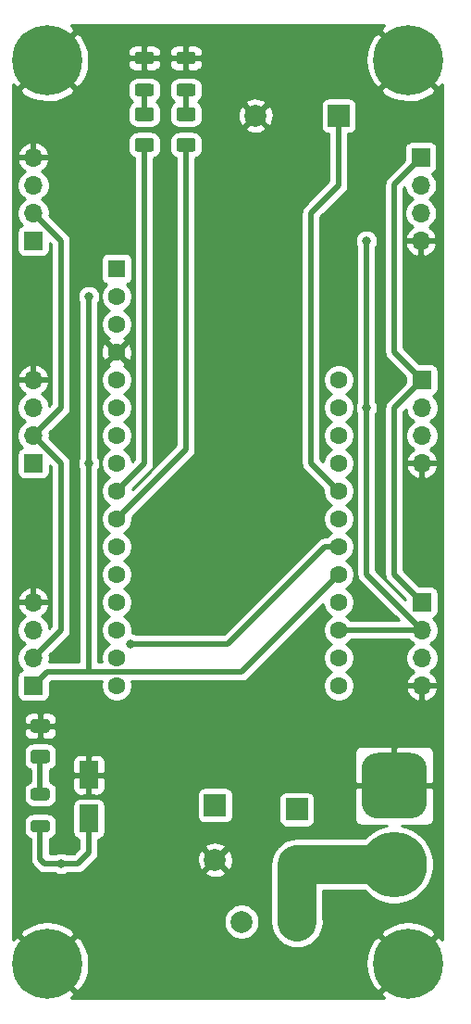
<source format=gbr>
%TF.GenerationSoftware,KiCad,Pcbnew,(5.1.12)-1*%
%TF.CreationDate,2022-01-27T23:25:20+05:30*%
%TF.ProjectId,M5_BuggyProject,4d355f42-7567-4677-9950-726f6a656374,v1.0*%
%TF.SameCoordinates,Original*%
%TF.FileFunction,Copper,L1,Top*%
%TF.FilePolarity,Positive*%
%FSLAX46Y46*%
G04 Gerber Fmt 4.6, Leading zero omitted, Abs format (unit mm)*
G04 Created by KiCad (PCBNEW (5.1.12)-1) date 2022-01-27 23:25:20*
%MOMM*%
%LPD*%
G01*
G04 APERTURE LIST*
%TA.AperFunction,ComponentPad*%
%ADD10R,1.700000X1.700000*%
%TD*%
%TA.AperFunction,ComponentPad*%
%ADD11O,1.700000X1.700000*%
%TD*%
%TA.AperFunction,ComponentPad*%
%ADD12R,2.000000X2.000000*%
%TD*%
%TA.AperFunction,ComponentPad*%
%ADD13C,2.000000*%
%TD*%
%TA.AperFunction,ComponentPad*%
%ADD14O,2.000000X2.000000*%
%TD*%
%TA.AperFunction,ComponentPad*%
%ADD15C,1.600000*%
%TD*%
%TA.AperFunction,ComponentPad*%
%ADD16R,1.600000X1.600000*%
%TD*%
%TA.AperFunction,ComponentPad*%
%ADD17C,6.000000*%
%TD*%
%TA.AperFunction,SMDPad,CuDef*%
%ADD18R,1.700000X2.500000*%
%TD*%
%TA.AperFunction,ComponentPad*%
%ADD19C,6.400000*%
%TD*%
%TA.AperFunction,ComponentPad*%
%ADD20C,0.800000*%
%TD*%
%TA.AperFunction,ViaPad*%
%ADD21C,0.800000*%
%TD*%
%TA.AperFunction,Conductor*%
%ADD22C,0.508000*%
%TD*%
%TA.AperFunction,Conductor*%
%ADD23C,3.556000*%
%TD*%
%TA.AperFunction,Conductor*%
%ADD24C,0.254000*%
%TD*%
%TA.AperFunction,Conductor*%
%ADD25C,0.100000*%
%TD*%
G04 APERTURE END LIST*
D10*
%TO.P,A7,1*%
%TO.N,BIN1*%
X79248000Y-96266000D03*
D11*
%TO.P,A7,2*%
%TO.N,BIN2*%
X79248000Y-93726000D03*
%TO.P,A7,3*%
%TO.N,+10V*%
X79248000Y-91186000D03*
%TO.P,A7,4*%
%TO.N,GND*%
X79248000Y-88646000D03*
%TD*%
D12*
%TO.P,C1,1*%
%TO.N,+10V*%
X95885000Y-107188000D03*
D13*
%TO.P,C1,2*%
%TO.N,GND*%
X95885000Y-112188000D03*
%TD*%
%TO.P,R1,1*%
%TO.N,Net-(D3-Pad2)*%
%TA.AperFunction,SMDPad,CuDef*%
G36*
G01*
X79257997Y-105621000D02*
X80508003Y-105621000D01*
G75*
G02*
X80758000Y-105870997I0J-249997D01*
G01*
X80758000Y-106496003D01*
G75*
G02*
X80508003Y-106746000I-249997J0D01*
G01*
X79257997Y-106746000D01*
G75*
G02*
X79008000Y-106496003I0J249997D01*
G01*
X79008000Y-105870997D01*
G75*
G02*
X79257997Y-105621000I249997J0D01*
G01*
G37*
%TD.AperFunction*%
%TO.P,R1,2*%
%TO.N,+10V*%
%TA.AperFunction,SMDPad,CuDef*%
G36*
G01*
X79257997Y-108546000D02*
X80508003Y-108546000D01*
G75*
G02*
X80758000Y-108795997I0J-249997D01*
G01*
X80758000Y-109421003D01*
G75*
G02*
X80508003Y-109671000I-249997J0D01*
G01*
X79257997Y-109671000D01*
G75*
G02*
X79008000Y-109421003I0J249997D01*
G01*
X79008000Y-108795997D01*
G75*
G02*
X79257997Y-108546000I249997J0D01*
G01*
G37*
%TD.AperFunction*%
%TD*%
D12*
%TO.P,D1,1*%
%TO.N,+10V*%
X103352600Y-107569000D03*
D14*
%TO.P,D1,2*%
%TO.N,VCC*%
X103352600Y-112649000D03*
%TD*%
D11*
%TO.P,A6,4*%
%TO.N,GND*%
X79248000Y-68326000D03*
%TO.P,A6,3*%
%TO.N,+10V*%
X79248000Y-70866000D03*
%TO.P,A6,2*%
%TO.N,BIN2*%
X79248000Y-73406000D03*
D10*
%TO.P,A6,1*%
%TO.N,BIN1*%
X79248000Y-75946000D03*
%TD*%
D15*
%TO.P,A1,16*%
%TO.N,Net-(A1-Pad16)*%
X86868000Y-96266000D03*
%TO.P,A1,15*%
%TO.N,Net-(A1-Pad15)*%
X86868000Y-93726000D03*
%TO.P,A1,14*%
%TO.N,Net-(A1-Pad14)*%
X86868000Y-91186000D03*
%TO.P,A1,13*%
%TO.N,Net-(A1-Pad13)*%
X86868000Y-88646000D03*
%TO.P,A1,12*%
%TO.N,Net-(A1-Pad12)*%
X86868000Y-86106000D03*
%TO.P,A1,11*%
%TO.N,Net-(A1-Pad11)*%
X86868000Y-83566000D03*
%TO.P,A1,10*%
%TO.N,CONFIG_R*%
X86868000Y-81026000D03*
%TO.P,A1,9*%
%TO.N,CONFIG_L*%
X86868000Y-78486000D03*
%TO.P,A1,8*%
%TO.N,CHANNEL_3*%
X86868000Y-75946000D03*
%TO.P,A1,7*%
%TO.N,CHANNEL_2*%
X86868000Y-73406000D03*
%TO.P,A1,6*%
%TO.N,CHANNEL_1*%
X86868000Y-70866000D03*
%TO.P,A1,5*%
%TO.N,Net-(A1-Pad5)*%
X86868000Y-68326000D03*
%TO.P,A1,4*%
%TO.N,GND*%
X86868000Y-65786000D03*
%TO.P,A1,3*%
%TO.N,Net-(A1-Pad3)*%
X86868000Y-63246000D03*
%TO.P,A1,2*%
%TO.N,Net-(A1-Pad2)*%
X86868000Y-60706000D03*
D16*
%TO.P,A1,1*%
%TO.N,Net-(A1-Pad1)*%
X86868000Y-58166000D03*
D15*
%TO.P,A1,28*%
%TO.N,Net-(A1-Pad28)*%
X107188000Y-68326000D03*
%TO.P,A1,27*%
%TO.N,Net-(A1-Pad27)*%
X107188000Y-70866000D03*
%TO.P,A1,26*%
%TO.N,Net-(A1-Pad26)*%
X107188000Y-73406000D03*
%TO.P,A1,25*%
%TO.N,Net-(A1-Pad25)*%
X107188000Y-75946000D03*
%TO.P,A1,24*%
%TO.N,BEEP*%
X107188000Y-78486000D03*
%TO.P,A1,23*%
%TO.N,Net-(A1-Pad23)*%
X107188000Y-81026000D03*
%TO.P,A1,22*%
%TO.N,BIN2*%
X107188000Y-83566000D03*
%TO.P,A1,21*%
%TO.N,BIN1*%
X107188000Y-86106000D03*
%TO.P,A1,20*%
%TO.N,AIN1*%
X107188000Y-88646000D03*
%TO.P,A1,19*%
%TO.N,AIN2*%
X107188000Y-91186000D03*
%TO.P,A1,18*%
%TO.N,Net-(A1-Pad18)*%
X107188000Y-93726000D03*
%TO.P,A1,17*%
%TO.N,Net-(A1-Pad17)*%
X107188000Y-96266000D03*
%TD*%
D11*
%TO.P,A4,4*%
%TO.N,GND*%
X114808000Y-96266000D03*
%TO.P,A4,3*%
%TO.N,+10V*%
X114808000Y-93726000D03*
%TO.P,A4,2*%
%TO.N,AIN2*%
X114808000Y-91186000D03*
D10*
%TO.P,A4,1*%
%TO.N,AIN1*%
X114808000Y-88646000D03*
%TD*%
D11*
%TO.P,A2,4*%
%TO.N,GND*%
X114703001Y-55626000D03*
%TO.P,A2,3*%
%TO.N,+10V*%
X114703001Y-53086000D03*
%TO.P,A2,2*%
%TO.N,AIN2*%
X114703001Y-50546000D03*
D10*
%TO.P,A2,1*%
%TO.N,AIN1*%
X114703001Y-48006000D03*
%TD*%
%TO.P,A3,1*%
%TO.N,AIN1*%
X114808000Y-68326000D03*
D11*
%TO.P,A3,2*%
%TO.N,AIN2*%
X114808000Y-70866000D03*
%TO.P,A3,3*%
%TO.N,+10V*%
X114808000Y-73406000D03*
%TO.P,A3,4*%
%TO.N,GND*%
X114808000Y-75946000D03*
%TD*%
D10*
%TO.P,A5,1*%
%TO.N,BIN1*%
X79248000Y-55626000D03*
D11*
%TO.P,A5,2*%
%TO.N,BIN2*%
X79248000Y-53086000D03*
%TO.P,A5,3*%
%TO.N,+10V*%
X79248000Y-50546000D03*
%TO.P,A5,4*%
%TO.N,GND*%
X79248000Y-48006000D03*
%TD*%
D17*
%TO.P,J1,2*%
%TO.N,VCC*%
X112268000Y-112610000D03*
%TO.P,J1,1*%
%TO.N,GND*%
%TA.AperFunction,ComponentPad*%
G36*
G01*
X110768000Y-102410000D02*
X113768000Y-102410000D01*
G75*
G02*
X115268000Y-103910000I0J-1500000D01*
G01*
X115268000Y-106910000D01*
G75*
G02*
X113768000Y-108410000I-1500000J0D01*
G01*
X110768000Y-108410000D01*
G75*
G02*
X109268000Y-106910000I0J1500000D01*
G01*
X109268000Y-103910000D01*
G75*
G02*
X110768000Y-102410000I1500000J0D01*
G01*
G37*
%TD.AperFunction*%
%TD*%
D18*
%TO.P,Z1,A*%
%TO.N,GND*%
X84328000Y-104426000D03*
%TO.P,Z1,K*%
%TO.N,+10V*%
X84328000Y-108426000D03*
%TD*%
D19*
%TO.P,H1,1*%
%TO.N,GND*%
X80518000Y-39116000D03*
D20*
X82918000Y-39116000D03*
X82215056Y-40813056D03*
X80518000Y-41516000D03*
X78820944Y-40813056D03*
X78118000Y-39116000D03*
X78820944Y-37418944D03*
X80518000Y-36716000D03*
X82215056Y-37418944D03*
%TD*%
%TO.P,H2,1*%
%TO.N,GND*%
X115235056Y-37418944D03*
X113538000Y-36716000D03*
X111840944Y-37418944D03*
X111138000Y-39116000D03*
X111840944Y-40813056D03*
X113538000Y-41516000D03*
X115235056Y-40813056D03*
X115938000Y-39116000D03*
D19*
X113538000Y-39116000D03*
%TD*%
D20*
%TO.P,H3,1*%
%TO.N,GND*%
X115235056Y-119968944D03*
X113538000Y-119266000D03*
X111840944Y-119968944D03*
X111138000Y-121666000D03*
X111840944Y-123363056D03*
X113538000Y-124066000D03*
X115235056Y-123363056D03*
X115938000Y-121666000D03*
D19*
X113538000Y-121666000D03*
%TD*%
%TO.P,H4,1*%
%TO.N,GND*%
X80518000Y-121666000D03*
D20*
X82918000Y-121666000D03*
X82215056Y-123363056D03*
X80518000Y-124066000D03*
X78820944Y-123363056D03*
X78118000Y-121666000D03*
X78820944Y-119968944D03*
X80518000Y-119266000D03*
X82215056Y-119968944D03*
%TD*%
D12*
%TO.P,BZ1,1*%
%TO.N,BEEP*%
X107188000Y-44196000D03*
D13*
%TO.P,BZ1,2*%
%TO.N,GND*%
X99588000Y-44196000D03*
%TD*%
%TO.P,R2,2*%
%TO.N,GND*%
%TA.AperFunction,SMDPad,CuDef*%
G36*
G01*
X90033003Y-39486000D02*
X88782997Y-39486000D01*
G75*
G02*
X88533000Y-39236003I0J249997D01*
G01*
X88533000Y-38610997D01*
G75*
G02*
X88782997Y-38361000I249997J0D01*
G01*
X90033003Y-38361000D01*
G75*
G02*
X90283000Y-38610997I0J-249997D01*
G01*
X90283000Y-39236003D01*
G75*
G02*
X90033003Y-39486000I-249997J0D01*
G01*
G37*
%TD.AperFunction*%
%TO.P,R2,1*%
%TO.N,Net-(D2-Pad1)*%
%TA.AperFunction,SMDPad,CuDef*%
G36*
G01*
X90033003Y-42411000D02*
X88782997Y-42411000D01*
G75*
G02*
X88533000Y-42161003I0J249997D01*
G01*
X88533000Y-41535997D01*
G75*
G02*
X88782997Y-41286000I249997J0D01*
G01*
X90033003Y-41286000D01*
G75*
G02*
X90283000Y-41535997I0J-249997D01*
G01*
X90283000Y-42161003D01*
G75*
G02*
X90033003Y-42411000I-249997J0D01*
G01*
G37*
%TD.AperFunction*%
%TD*%
%TO.P,R3,1*%
%TO.N,Net-(D4-Pad1)*%
%TA.AperFunction,SMDPad,CuDef*%
G36*
G01*
X93843003Y-42411000D02*
X92592997Y-42411000D01*
G75*
G02*
X92343000Y-42161003I0J249997D01*
G01*
X92343000Y-41535997D01*
G75*
G02*
X92592997Y-41286000I249997J0D01*
G01*
X93843003Y-41286000D01*
G75*
G02*
X94093000Y-41535997I0J-249997D01*
G01*
X94093000Y-42161003D01*
G75*
G02*
X93843003Y-42411000I-249997J0D01*
G01*
G37*
%TD.AperFunction*%
%TO.P,R3,2*%
%TO.N,GND*%
%TA.AperFunction,SMDPad,CuDef*%
G36*
G01*
X93843003Y-39486000D02*
X92592997Y-39486000D01*
G75*
G02*
X92343000Y-39236003I0J249997D01*
G01*
X92343000Y-38610997D01*
G75*
G02*
X92592997Y-38361000I249997J0D01*
G01*
X93843003Y-38361000D01*
G75*
G02*
X94093000Y-38610997I0J-249997D01*
G01*
X94093000Y-39236003D01*
G75*
G02*
X93843003Y-39486000I-249997J0D01*
G01*
G37*
%TD.AperFunction*%
%TD*%
%TO.P,D2,1*%
%TO.N,Net-(D2-Pad1)*%
%TA.AperFunction,SMDPad,CuDef*%
G36*
G01*
X88783000Y-43441000D02*
X90033000Y-43441000D01*
G75*
G02*
X90283000Y-43691000I0J-250000D01*
G01*
X90283000Y-44441000D01*
G75*
G02*
X90033000Y-44691000I-250000J0D01*
G01*
X88783000Y-44691000D01*
G75*
G02*
X88533000Y-44441000I0J250000D01*
G01*
X88533000Y-43691000D01*
G75*
G02*
X88783000Y-43441000I250000J0D01*
G01*
G37*
%TD.AperFunction*%
%TO.P,D2,2*%
%TO.N,CONFIG_L*%
%TA.AperFunction,SMDPad,CuDef*%
G36*
G01*
X88783000Y-46241000D02*
X90033000Y-46241000D01*
G75*
G02*
X90283000Y-46491000I0J-250000D01*
G01*
X90283000Y-47241000D01*
G75*
G02*
X90033000Y-47491000I-250000J0D01*
G01*
X88783000Y-47491000D01*
G75*
G02*
X88533000Y-47241000I0J250000D01*
G01*
X88533000Y-46491000D01*
G75*
G02*
X88783000Y-46241000I250000J0D01*
G01*
G37*
%TD.AperFunction*%
%TD*%
%TO.P,D3,2*%
%TO.N,Net-(D3-Pad2)*%
%TA.AperFunction,SMDPad,CuDef*%
G36*
G01*
X79258000Y-102121000D02*
X80508000Y-102121000D01*
G75*
G02*
X80758000Y-102371000I0J-250000D01*
G01*
X80758000Y-103121000D01*
G75*
G02*
X80508000Y-103371000I-250000J0D01*
G01*
X79258000Y-103371000D01*
G75*
G02*
X79008000Y-103121000I0J250000D01*
G01*
X79008000Y-102371000D01*
G75*
G02*
X79258000Y-102121000I250000J0D01*
G01*
G37*
%TD.AperFunction*%
%TO.P,D3,1*%
%TO.N,GND*%
%TA.AperFunction,SMDPad,CuDef*%
G36*
G01*
X79258000Y-99321000D02*
X80508000Y-99321000D01*
G75*
G02*
X80758000Y-99571000I0J-250000D01*
G01*
X80758000Y-100321000D01*
G75*
G02*
X80508000Y-100571000I-250000J0D01*
G01*
X79258000Y-100571000D01*
G75*
G02*
X79008000Y-100321000I0J250000D01*
G01*
X79008000Y-99571000D01*
G75*
G02*
X79258000Y-99321000I250000J0D01*
G01*
G37*
%TD.AperFunction*%
%TD*%
%TO.P,D4,1*%
%TO.N,Net-(D4-Pad1)*%
%TA.AperFunction,SMDPad,CuDef*%
G36*
G01*
X92593000Y-43441000D02*
X93843000Y-43441000D01*
G75*
G02*
X94093000Y-43691000I0J-250000D01*
G01*
X94093000Y-44441000D01*
G75*
G02*
X93843000Y-44691000I-250000J0D01*
G01*
X92593000Y-44691000D01*
G75*
G02*
X92343000Y-44441000I0J250000D01*
G01*
X92343000Y-43691000D01*
G75*
G02*
X92593000Y-43441000I250000J0D01*
G01*
G37*
%TD.AperFunction*%
%TO.P,D4,2*%
%TO.N,CONFIG_R*%
%TA.AperFunction,SMDPad,CuDef*%
G36*
G01*
X92593000Y-46241000D02*
X93843000Y-46241000D01*
G75*
G02*
X94093000Y-46491000I0J-250000D01*
G01*
X94093000Y-47241000D01*
G75*
G02*
X93843000Y-47491000I-250000J0D01*
G01*
X92593000Y-47491000D01*
G75*
G02*
X92343000Y-47241000I0J250000D01*
G01*
X92343000Y-46491000D01*
G75*
G02*
X92593000Y-46241000I250000J0D01*
G01*
G37*
%TD.AperFunction*%
%TD*%
%TO.P,J2,1*%
%TO.N,VCC*%
X103378000Y-117856000D03*
%TD*%
%TO.P,J3,1*%
%TO.N,+10V*%
X98298000Y-117831001D03*
%TD*%
D21*
%TO.N,BIN2*%
X88138000Y-92456000D03*
%TO.N,BIN1*%
X84328000Y-75946000D03*
X84328000Y-60706000D03*
%TO.N,AIN2*%
X109728000Y-55626000D03*
X109728000Y-70866000D03*
%TO.N,+10V*%
X81788000Y-112522000D03*
%TD*%
D22*
%TO.N,BIN2*%
X107188000Y-83566000D02*
X105918000Y-83566000D01*
X105918000Y-83566000D02*
X97028000Y-92456000D01*
X97028000Y-92456000D02*
X88138000Y-92456000D01*
X79248000Y-93726000D02*
X81788000Y-91186000D01*
X81788000Y-91186000D02*
X81788000Y-75946000D01*
X81788000Y-75946000D02*
X79248000Y-73406000D01*
X79248000Y-73406000D02*
X81788000Y-70866000D01*
X81788000Y-70866000D02*
X81788000Y-55626000D01*
X81788000Y-55626000D02*
X79248000Y-53086000D01*
%TO.N,BIN1*%
X107188000Y-86106000D02*
X98298000Y-94996000D01*
X80518000Y-94996000D02*
X79248000Y-96266000D01*
X84328000Y-94996000D02*
X84328000Y-75946000D01*
X98298000Y-94996000D02*
X84328000Y-94996000D01*
X84328000Y-94996000D02*
X80518000Y-94996000D01*
X84328000Y-75946000D02*
X84328000Y-60706000D01*
X84328000Y-60706000D02*
X84328000Y-60706000D01*
%TO.N,AIN2*%
X107188000Y-91186000D02*
X114808000Y-91186000D01*
X114808000Y-91186000D02*
X109728000Y-86106000D01*
X109728000Y-86106000D02*
X109728000Y-70866000D01*
X109728000Y-70866000D02*
X109728000Y-55626000D01*
%TO.N,AIN1*%
X114808000Y-88646000D02*
X112268000Y-86106000D01*
X112268000Y-86106000D02*
X112268000Y-70866000D01*
X112268000Y-70866000D02*
X114808000Y-68326000D01*
X112268000Y-50441001D02*
X114703001Y-48006000D01*
X112268000Y-65786000D02*
X112268000Y-50441001D01*
X114808000Y-68326000D02*
X112268000Y-65786000D01*
D23*
%TO.N,VCC*%
X103391600Y-112610000D02*
X103352600Y-112649000D01*
X112268000Y-112610000D02*
X103391600Y-112610000D01*
X103352600Y-117830600D02*
X103378000Y-117856000D01*
X103352600Y-112649000D02*
X103352600Y-117830600D01*
D22*
%TO.N,Net-(D3-Pad2)*%
X79883000Y-106183500D02*
X79883000Y-102746000D01*
%TO.N,+10V*%
X81788000Y-112522000D02*
X83312000Y-112522000D01*
X84328000Y-111506000D02*
X84328000Y-108426000D01*
X83312000Y-112522000D02*
X84328000Y-111506000D01*
X81788000Y-112522000D02*
X80264000Y-112522000D01*
X79883000Y-112141000D02*
X79883000Y-109108500D01*
X80264000Y-112522000D02*
X79883000Y-112141000D01*
%TO.N,BEEP*%
X107188000Y-50546000D02*
X107188000Y-44196000D01*
X104648000Y-53086000D02*
X107188000Y-50546000D01*
X104648000Y-75946000D02*
X104648000Y-53086000D01*
X107188000Y-78486000D02*
X104648000Y-75946000D01*
%TO.N,Net-(D2-Pad1)*%
X89408000Y-41848500D02*
X89408000Y-44066000D01*
%TO.N,Net-(D4-Pad1)*%
X93218000Y-41848500D02*
X93218000Y-44066000D01*
%TO.N,CONFIG_R*%
X93218000Y-74676000D02*
X93218000Y-46866000D01*
X86868000Y-81026000D02*
X93218000Y-74676000D01*
%TO.N,CONFIG_L*%
X89408000Y-75946000D02*
X89408000Y-46866000D01*
X86868000Y-78486000D02*
X89408000Y-75946000D01*
%TD*%
D24*
%TO.N,GND*%
X111016724Y-36415119D02*
X113538000Y-38936395D01*
X113552143Y-38922253D01*
X113731748Y-39101858D01*
X113717605Y-39116000D01*
X116238881Y-41637276D01*
X116700300Y-41297866D01*
X116700301Y-53054182D01*
X116700300Y-53054192D01*
X116700301Y-55594182D01*
X116700300Y-55594192D01*
X116700301Y-116554182D01*
X116700300Y-116554192D01*
X116700301Y-119484134D01*
X116238881Y-119144724D01*
X113717605Y-121666000D01*
X113731748Y-121680143D01*
X113552143Y-121859748D01*
X113538000Y-121845605D01*
X111016724Y-124366881D01*
X111356133Y-124828300D01*
X82699867Y-124828300D01*
X83039276Y-124366881D01*
X80518000Y-121845605D01*
X80503858Y-121859748D01*
X80324253Y-121680143D01*
X80338395Y-121666000D01*
X80697605Y-121666000D01*
X83218881Y-124187276D01*
X83708548Y-123827088D01*
X84068849Y-123163118D01*
X84292694Y-122441615D01*
X84371480Y-121690305D01*
X84367002Y-121641695D01*
X109684520Y-121641695D01*
X109753822Y-122393938D01*
X109968548Y-123118208D01*
X110320445Y-123786670D01*
X110347452Y-123827088D01*
X110837119Y-124187276D01*
X113358395Y-121666000D01*
X110837119Y-119144724D01*
X110347452Y-119504912D01*
X109987151Y-120168882D01*
X109763306Y-120890385D01*
X109684520Y-121641695D01*
X84367002Y-121641695D01*
X84302178Y-120938062D01*
X84087452Y-120213792D01*
X83735555Y-119545330D01*
X83708548Y-119504912D01*
X83218881Y-119144724D01*
X80697605Y-121666000D01*
X80338395Y-121666000D01*
X77817119Y-119144724D01*
X77355700Y-119484133D01*
X77355700Y-118965119D01*
X77996724Y-118965119D01*
X80518000Y-121486395D01*
X83039276Y-118965119D01*
X82679088Y-118475452D01*
X82015118Y-118115151D01*
X81293615Y-117891306D01*
X80542305Y-117812520D01*
X79790062Y-117881822D01*
X79065792Y-118096548D01*
X78397330Y-118448445D01*
X78356912Y-118475452D01*
X77996724Y-118965119D01*
X77355700Y-118965119D01*
X77355700Y-117669968D01*
X96663000Y-117669968D01*
X96663000Y-117992034D01*
X96725832Y-118307913D01*
X96849082Y-118605464D01*
X97028013Y-118873253D01*
X97255748Y-119100988D01*
X97523537Y-119279919D01*
X97821088Y-119403169D01*
X98136967Y-119466001D01*
X98459033Y-119466001D01*
X98774912Y-119403169D01*
X99072463Y-119279919D01*
X99340252Y-119100988D01*
X99567987Y-118873253D01*
X99746918Y-118605464D01*
X99870168Y-118307913D01*
X99933000Y-117992034D01*
X99933000Y-117669968D01*
X99870168Y-117354089D01*
X99746918Y-117056538D01*
X99567987Y-116788749D01*
X99340252Y-116561014D01*
X99072463Y-116382083D01*
X98774912Y-116258833D01*
X98459033Y-116196001D01*
X98136967Y-116196001D01*
X97821088Y-116258833D01*
X97523537Y-116382083D01*
X97255748Y-116561014D01*
X97028013Y-116788749D01*
X96849082Y-117056538D01*
X96725832Y-117354089D01*
X96663000Y-117669968D01*
X77355700Y-117669968D01*
X77355700Y-108795997D01*
X78369928Y-108795997D01*
X78369928Y-109421003D01*
X78386992Y-109594257D01*
X78437528Y-109760852D01*
X78519595Y-109914388D01*
X78630037Y-110048963D01*
X78764612Y-110159405D01*
X78918148Y-110241472D01*
X78994001Y-110264482D01*
X78994000Y-112097340D01*
X78989700Y-112141000D01*
X78994000Y-112184660D01*
X78994000Y-112184666D01*
X79005057Y-112296926D01*
X79006864Y-112315274D01*
X79016708Y-112347724D01*
X79057697Y-112482850D01*
X79140247Y-112637290D01*
X79251341Y-112772659D01*
X79285265Y-112800500D01*
X79604497Y-113119731D01*
X79632341Y-113153659D01*
X79767709Y-113264753D01*
X79922149Y-113347303D01*
X79988058Y-113367296D01*
X80089724Y-113398136D01*
X80122924Y-113401406D01*
X80220333Y-113411000D01*
X80220339Y-113411000D01*
X80263999Y-113415300D01*
X80307659Y-113411000D01*
X81255532Y-113411000D01*
X81297744Y-113439205D01*
X81486102Y-113517226D01*
X81686061Y-113557000D01*
X81889939Y-113557000D01*
X82089898Y-113517226D01*
X82278256Y-113439205D01*
X82320468Y-113411000D01*
X83268340Y-113411000D01*
X83312000Y-113415300D01*
X83355660Y-113411000D01*
X83355667Y-113411000D01*
X83486274Y-113398136D01*
X83653851Y-113347303D01*
X83698545Y-113323413D01*
X94929192Y-113323413D01*
X95024956Y-113587814D01*
X95314571Y-113728704D01*
X95626108Y-113810384D01*
X95947595Y-113829718D01*
X96266675Y-113785961D01*
X96571088Y-113680795D01*
X96745044Y-113587814D01*
X96840808Y-113323413D01*
X95885000Y-112367605D01*
X94929192Y-113323413D01*
X83698545Y-113323413D01*
X83808291Y-113264753D01*
X83943659Y-113153659D01*
X83971499Y-113119736D01*
X84840640Y-112250595D01*
X94243282Y-112250595D01*
X94287039Y-112569675D01*
X94392205Y-112874088D01*
X94485186Y-113048044D01*
X94749587Y-113143808D01*
X95705395Y-112188000D01*
X96064605Y-112188000D01*
X97020413Y-113143808D01*
X97284814Y-113048044D01*
X97425704Y-112758429D01*
X97454394Y-112649000D01*
X100927926Y-112649000D01*
X100939600Y-112767530D01*
X100939601Y-117712061D01*
X100927926Y-117830600D01*
X100974515Y-118303631D01*
X101112493Y-118758483D01*
X101336556Y-119177677D01*
X101562531Y-119453028D01*
X101562537Y-119453034D01*
X101638097Y-119545104D01*
X101730167Y-119620664D01*
X101755572Y-119646069D01*
X102030923Y-119872044D01*
X102450117Y-120096107D01*
X102904969Y-120234085D01*
X103377999Y-120280674D01*
X103851031Y-120234085D01*
X104305883Y-120096107D01*
X104725077Y-119872044D01*
X105092504Y-119570504D01*
X105394044Y-119203077D01*
X105521234Y-118965119D01*
X111016724Y-118965119D01*
X113538000Y-121486395D01*
X116059276Y-118965119D01*
X115699088Y-118475452D01*
X115035118Y-118115151D01*
X114313615Y-117891306D01*
X113562305Y-117812520D01*
X112810062Y-117881822D01*
X112085792Y-118096548D01*
X111417330Y-118448445D01*
X111376912Y-118475452D01*
X111016724Y-118965119D01*
X105521234Y-118965119D01*
X105618107Y-118783883D01*
X105756085Y-118329031D01*
X105802674Y-117855999D01*
X105765600Y-117479577D01*
X105765600Y-115023000D01*
X109540334Y-115023000D01*
X109950823Y-115433489D01*
X110546182Y-115831295D01*
X111207710Y-116105309D01*
X111909984Y-116245000D01*
X112626016Y-116245000D01*
X113328290Y-116105309D01*
X113989818Y-115831295D01*
X114585177Y-115433489D01*
X115091489Y-114927177D01*
X115489295Y-114331818D01*
X115763309Y-113670290D01*
X115903000Y-112968016D01*
X115903000Y-112251984D01*
X115763309Y-111549710D01*
X115489295Y-110888182D01*
X115091489Y-110292823D01*
X114585177Y-109786511D01*
X113989818Y-109388705D01*
X113328290Y-109114691D01*
X112980357Y-109045483D01*
X115268000Y-109048072D01*
X115392482Y-109035812D01*
X115512180Y-108999502D01*
X115622494Y-108940537D01*
X115719185Y-108861185D01*
X115798537Y-108764494D01*
X115857502Y-108654180D01*
X115893812Y-108534482D01*
X115906072Y-108410000D01*
X115903000Y-105695750D01*
X115744250Y-105537000D01*
X112395000Y-105537000D01*
X112395000Y-105557000D01*
X112141000Y-105557000D01*
X112141000Y-105537000D01*
X108791750Y-105537000D01*
X108633000Y-105695750D01*
X108629928Y-108410000D01*
X108642188Y-108534482D01*
X108678498Y-108654180D01*
X108737463Y-108764494D01*
X108816815Y-108861185D01*
X108913506Y-108940537D01*
X109023820Y-108999502D01*
X109143518Y-109035812D01*
X109268000Y-109048072D01*
X111555643Y-109045483D01*
X111207710Y-109114691D01*
X110546182Y-109388705D01*
X109950823Y-109786511D01*
X109540334Y-110197000D01*
X103510128Y-110197000D01*
X103391599Y-110185326D01*
X103273070Y-110197000D01*
X103273060Y-110197000D01*
X102918569Y-110231914D01*
X102463717Y-110369892D01*
X102044523Y-110593956D01*
X101677096Y-110895496D01*
X101659517Y-110916917D01*
X101638096Y-110934496D01*
X101562533Y-111026570D01*
X101562531Y-111026572D01*
X101336556Y-111301923D01*
X101240568Y-111481505D01*
X101112492Y-111721118D01*
X100974514Y-112175970D01*
X100939600Y-112530461D01*
X100939600Y-112530471D01*
X100927926Y-112649000D01*
X97454394Y-112649000D01*
X97507384Y-112446892D01*
X97526718Y-112125405D01*
X97482961Y-111806325D01*
X97377795Y-111501912D01*
X97284814Y-111327956D01*
X97020413Y-111232192D01*
X96064605Y-112188000D01*
X95705395Y-112188000D01*
X94749587Y-111232192D01*
X94485186Y-111327956D01*
X94344296Y-111617571D01*
X94262616Y-111929108D01*
X94243282Y-112250595D01*
X84840640Y-112250595D01*
X84925743Y-112165493D01*
X84959659Y-112137659D01*
X85070753Y-112002291D01*
X85153303Y-111847851D01*
X85204136Y-111680274D01*
X85217000Y-111549667D01*
X85217000Y-111549660D01*
X85221300Y-111506000D01*
X85217000Y-111462340D01*
X85217000Y-111052587D01*
X94929192Y-111052587D01*
X95885000Y-112008395D01*
X96840808Y-111052587D01*
X96745044Y-110788186D01*
X96455429Y-110647296D01*
X96143892Y-110565616D01*
X95822405Y-110546282D01*
X95503325Y-110590039D01*
X95198912Y-110695205D01*
X95024956Y-110788186D01*
X94929192Y-111052587D01*
X85217000Y-111052587D01*
X85217000Y-110310231D01*
X85302482Y-110301812D01*
X85422180Y-110265502D01*
X85532494Y-110206537D01*
X85629185Y-110127185D01*
X85708537Y-110030494D01*
X85767502Y-109920180D01*
X85803812Y-109800482D01*
X85816072Y-109676000D01*
X85816072Y-107176000D01*
X85803812Y-107051518D01*
X85767502Y-106931820D01*
X85708537Y-106821506D01*
X85629185Y-106724815D01*
X85532494Y-106645463D01*
X85422180Y-106586498D01*
X85302482Y-106550188D01*
X85178000Y-106537928D01*
X83478000Y-106537928D01*
X83353518Y-106550188D01*
X83233820Y-106586498D01*
X83123506Y-106645463D01*
X83026815Y-106724815D01*
X82947463Y-106821506D01*
X82888498Y-106931820D01*
X82852188Y-107051518D01*
X82839928Y-107176000D01*
X82839928Y-109676000D01*
X82852188Y-109800482D01*
X82888498Y-109920180D01*
X82947463Y-110030494D01*
X83026815Y-110127185D01*
X83123506Y-110206537D01*
X83233820Y-110265502D01*
X83353518Y-110301812D01*
X83439000Y-110310231D01*
X83439000Y-111137764D01*
X82943765Y-111633000D01*
X82320468Y-111633000D01*
X82278256Y-111604795D01*
X82089898Y-111526774D01*
X81889939Y-111487000D01*
X81686061Y-111487000D01*
X81486102Y-111526774D01*
X81297744Y-111604795D01*
X81255532Y-111633000D01*
X80772000Y-111633000D01*
X80772000Y-110264481D01*
X80847852Y-110241472D01*
X81001388Y-110159405D01*
X81135963Y-110048963D01*
X81246405Y-109914388D01*
X81328472Y-109760852D01*
X81379008Y-109594257D01*
X81396072Y-109421003D01*
X81396072Y-108795997D01*
X81379008Y-108622743D01*
X81328472Y-108456148D01*
X81246405Y-108302612D01*
X81135963Y-108168037D01*
X81001388Y-108057595D01*
X80847852Y-107975528D01*
X80681257Y-107924992D01*
X80508003Y-107907928D01*
X79257997Y-107907928D01*
X79084743Y-107924992D01*
X78918148Y-107975528D01*
X78764612Y-108057595D01*
X78630037Y-108168037D01*
X78519595Y-108302612D01*
X78437528Y-108456148D01*
X78386992Y-108622743D01*
X78369928Y-108795997D01*
X77355700Y-108795997D01*
X77355700Y-102371000D01*
X78369928Y-102371000D01*
X78369928Y-103121000D01*
X78386992Y-103294254D01*
X78437528Y-103460850D01*
X78519595Y-103614386D01*
X78630038Y-103748962D01*
X78764614Y-103859405D01*
X78918150Y-103941472D01*
X78994001Y-103964481D01*
X78994000Y-105027518D01*
X78918148Y-105050528D01*
X78764612Y-105132595D01*
X78630037Y-105243037D01*
X78519595Y-105377612D01*
X78437528Y-105531148D01*
X78386992Y-105697743D01*
X78369928Y-105870997D01*
X78369928Y-106496003D01*
X78386992Y-106669257D01*
X78437528Y-106835852D01*
X78519595Y-106989388D01*
X78630037Y-107123963D01*
X78764612Y-107234405D01*
X78918148Y-107316472D01*
X79084743Y-107367008D01*
X79257997Y-107384072D01*
X80508003Y-107384072D01*
X80681257Y-107367008D01*
X80847852Y-107316472D01*
X81001388Y-107234405D01*
X81135963Y-107123963D01*
X81246405Y-106989388D01*
X81328472Y-106835852D01*
X81379008Y-106669257D01*
X81396072Y-106496003D01*
X81396072Y-105870997D01*
X81379008Y-105697743D01*
X81372413Y-105676000D01*
X82839928Y-105676000D01*
X82852188Y-105800482D01*
X82888498Y-105920180D01*
X82947463Y-106030494D01*
X83026815Y-106127185D01*
X83123506Y-106206537D01*
X83233820Y-106265502D01*
X83353518Y-106301812D01*
X83478000Y-106314072D01*
X84042250Y-106311000D01*
X84201000Y-106152250D01*
X84201000Y-104553000D01*
X84455000Y-104553000D01*
X84455000Y-106152250D01*
X84613750Y-106311000D01*
X85178000Y-106314072D01*
X85302482Y-106301812D01*
X85422180Y-106265502D01*
X85532494Y-106206537D01*
X85555081Y-106188000D01*
X94246928Y-106188000D01*
X94246928Y-108188000D01*
X94259188Y-108312482D01*
X94295498Y-108432180D01*
X94354463Y-108542494D01*
X94433815Y-108639185D01*
X94530506Y-108718537D01*
X94640820Y-108777502D01*
X94760518Y-108813812D01*
X94885000Y-108826072D01*
X96885000Y-108826072D01*
X97009482Y-108813812D01*
X97129180Y-108777502D01*
X97239494Y-108718537D01*
X97336185Y-108639185D01*
X97415537Y-108542494D01*
X97474502Y-108432180D01*
X97510812Y-108312482D01*
X97523072Y-108188000D01*
X97523072Y-106569000D01*
X101714528Y-106569000D01*
X101714528Y-108569000D01*
X101726788Y-108693482D01*
X101763098Y-108813180D01*
X101822063Y-108923494D01*
X101901415Y-109020185D01*
X101998106Y-109099537D01*
X102108420Y-109158502D01*
X102228118Y-109194812D01*
X102352600Y-109207072D01*
X104352600Y-109207072D01*
X104477082Y-109194812D01*
X104596780Y-109158502D01*
X104707094Y-109099537D01*
X104803785Y-109020185D01*
X104883137Y-108923494D01*
X104942102Y-108813180D01*
X104978412Y-108693482D01*
X104990672Y-108569000D01*
X104990672Y-106569000D01*
X104978412Y-106444518D01*
X104942102Y-106324820D01*
X104883137Y-106214506D01*
X104803785Y-106117815D01*
X104707094Y-106038463D01*
X104596780Y-105979498D01*
X104477082Y-105943188D01*
X104352600Y-105930928D01*
X102352600Y-105930928D01*
X102228118Y-105943188D01*
X102108420Y-105979498D01*
X101998106Y-106038463D01*
X101901415Y-106117815D01*
X101822063Y-106214506D01*
X101763098Y-106324820D01*
X101726788Y-106444518D01*
X101714528Y-106569000D01*
X97523072Y-106569000D01*
X97523072Y-106188000D01*
X97510812Y-106063518D01*
X97474502Y-105943820D01*
X97415537Y-105833506D01*
X97336185Y-105736815D01*
X97239494Y-105657463D01*
X97129180Y-105598498D01*
X97009482Y-105562188D01*
X96885000Y-105549928D01*
X94885000Y-105549928D01*
X94760518Y-105562188D01*
X94640820Y-105598498D01*
X94530506Y-105657463D01*
X94433815Y-105736815D01*
X94354463Y-105833506D01*
X94295498Y-105943820D01*
X94259188Y-106063518D01*
X94246928Y-106188000D01*
X85555081Y-106188000D01*
X85629185Y-106127185D01*
X85708537Y-106030494D01*
X85767502Y-105920180D01*
X85803812Y-105800482D01*
X85816072Y-105676000D01*
X85813000Y-104711750D01*
X85654250Y-104553000D01*
X84455000Y-104553000D01*
X84201000Y-104553000D01*
X83001750Y-104553000D01*
X82843000Y-104711750D01*
X82839928Y-105676000D01*
X81372413Y-105676000D01*
X81328472Y-105531148D01*
X81246405Y-105377612D01*
X81135963Y-105243037D01*
X81001388Y-105132595D01*
X80847852Y-105050528D01*
X80772000Y-105027519D01*
X80772000Y-103964481D01*
X80847850Y-103941472D01*
X81001386Y-103859405D01*
X81135962Y-103748962D01*
X81246405Y-103614386D01*
X81328472Y-103460850D01*
X81379008Y-103294254D01*
X81390654Y-103176000D01*
X82839928Y-103176000D01*
X82843000Y-104140250D01*
X83001750Y-104299000D01*
X84201000Y-104299000D01*
X84201000Y-102699750D01*
X84455000Y-102699750D01*
X84455000Y-104299000D01*
X85654250Y-104299000D01*
X85813000Y-104140250D01*
X85816072Y-103176000D01*
X85803812Y-103051518D01*
X85767502Y-102931820D01*
X85708537Y-102821506D01*
X85629185Y-102724815D01*
X85532494Y-102645463D01*
X85422180Y-102586498D01*
X85302482Y-102550188D01*
X85178000Y-102537928D01*
X84613750Y-102541000D01*
X84455000Y-102699750D01*
X84201000Y-102699750D01*
X84042250Y-102541000D01*
X83478000Y-102537928D01*
X83353518Y-102550188D01*
X83233820Y-102586498D01*
X83123506Y-102645463D01*
X83026815Y-102724815D01*
X82947463Y-102821506D01*
X82888498Y-102931820D01*
X82852188Y-103051518D01*
X82839928Y-103176000D01*
X81390654Y-103176000D01*
X81396072Y-103121000D01*
X81396072Y-102410000D01*
X108629928Y-102410000D01*
X108633000Y-105124250D01*
X108791750Y-105283000D01*
X112141000Y-105283000D01*
X112141000Y-101933750D01*
X112395000Y-101933750D01*
X112395000Y-105283000D01*
X115744250Y-105283000D01*
X115903000Y-105124250D01*
X115906072Y-102410000D01*
X115893812Y-102285518D01*
X115857502Y-102165820D01*
X115798537Y-102055506D01*
X115719185Y-101958815D01*
X115622494Y-101879463D01*
X115512180Y-101820498D01*
X115392482Y-101784188D01*
X115268000Y-101771928D01*
X112553750Y-101775000D01*
X112395000Y-101933750D01*
X112141000Y-101933750D01*
X111982250Y-101775000D01*
X109268000Y-101771928D01*
X109143518Y-101784188D01*
X109023820Y-101820498D01*
X108913506Y-101879463D01*
X108816815Y-101958815D01*
X108737463Y-102055506D01*
X108678498Y-102165820D01*
X108642188Y-102285518D01*
X108629928Y-102410000D01*
X81396072Y-102410000D01*
X81396072Y-102371000D01*
X81379008Y-102197746D01*
X81328472Y-102031150D01*
X81246405Y-101877614D01*
X81135962Y-101743038D01*
X81001386Y-101632595D01*
X80847850Y-101550528D01*
X80681254Y-101499992D01*
X80508000Y-101482928D01*
X79258000Y-101482928D01*
X79084746Y-101499992D01*
X78918150Y-101550528D01*
X78764614Y-101632595D01*
X78630038Y-101743038D01*
X78519595Y-101877614D01*
X78437528Y-102031150D01*
X78386992Y-102197746D01*
X78369928Y-102371000D01*
X77355700Y-102371000D01*
X77355700Y-100571000D01*
X78369928Y-100571000D01*
X78382188Y-100695482D01*
X78418498Y-100815180D01*
X78477463Y-100925494D01*
X78556815Y-101022185D01*
X78653506Y-101101537D01*
X78763820Y-101160502D01*
X78883518Y-101196812D01*
X79008000Y-101209072D01*
X79597250Y-101206000D01*
X79756000Y-101047250D01*
X79756000Y-100073000D01*
X80010000Y-100073000D01*
X80010000Y-101047250D01*
X80168750Y-101206000D01*
X80758000Y-101209072D01*
X80882482Y-101196812D01*
X81002180Y-101160502D01*
X81112494Y-101101537D01*
X81209185Y-101022185D01*
X81288537Y-100925494D01*
X81347502Y-100815180D01*
X81383812Y-100695482D01*
X81396072Y-100571000D01*
X81393000Y-100231750D01*
X81234250Y-100073000D01*
X80010000Y-100073000D01*
X79756000Y-100073000D01*
X78531750Y-100073000D01*
X78373000Y-100231750D01*
X78369928Y-100571000D01*
X77355700Y-100571000D01*
X77355700Y-99321000D01*
X78369928Y-99321000D01*
X78373000Y-99660250D01*
X78531750Y-99819000D01*
X79756000Y-99819000D01*
X79756000Y-98844750D01*
X80010000Y-98844750D01*
X80010000Y-99819000D01*
X81234250Y-99819000D01*
X81393000Y-99660250D01*
X81396072Y-99321000D01*
X81383812Y-99196518D01*
X81347502Y-99076820D01*
X81288537Y-98966506D01*
X81209185Y-98869815D01*
X81112494Y-98790463D01*
X81002180Y-98731498D01*
X80882482Y-98695188D01*
X80758000Y-98682928D01*
X80168750Y-98686000D01*
X80010000Y-98844750D01*
X79756000Y-98844750D01*
X79597250Y-98686000D01*
X79008000Y-98682928D01*
X78883518Y-98695188D01*
X78763820Y-98731498D01*
X78653506Y-98790463D01*
X78556815Y-98869815D01*
X78477463Y-98966506D01*
X78418498Y-99076820D01*
X78382188Y-99196518D01*
X78369928Y-99321000D01*
X77355700Y-99321000D01*
X77355700Y-88289110D01*
X77806524Y-88289110D01*
X77927845Y-88519000D01*
X79121000Y-88519000D01*
X79121000Y-87325186D01*
X79375000Y-87325186D01*
X79375000Y-88519000D01*
X80568155Y-88519000D01*
X80689476Y-88289110D01*
X80644825Y-88141901D01*
X80519641Y-87879080D01*
X80345588Y-87645731D01*
X80129355Y-87450822D01*
X79879252Y-87301843D01*
X79604891Y-87204519D01*
X79375000Y-87325186D01*
X79121000Y-87325186D01*
X78891109Y-87204519D01*
X78616748Y-87301843D01*
X78366645Y-87450822D01*
X78150412Y-87645731D01*
X77976359Y-87879080D01*
X77851175Y-88141901D01*
X77806524Y-88289110D01*
X77355700Y-88289110D01*
X77355700Y-67969110D01*
X77806524Y-67969110D01*
X77927845Y-68199000D01*
X79121000Y-68199000D01*
X79121000Y-67005186D01*
X79375000Y-67005186D01*
X79375000Y-68199000D01*
X80568155Y-68199000D01*
X80689476Y-67969110D01*
X80644825Y-67821901D01*
X80519641Y-67559080D01*
X80345588Y-67325731D01*
X80129355Y-67130822D01*
X79879252Y-66981843D01*
X79604891Y-66884519D01*
X79375000Y-67005186D01*
X79121000Y-67005186D01*
X78891109Y-66884519D01*
X78616748Y-66981843D01*
X78366645Y-67130822D01*
X78150412Y-67325731D01*
X77976359Y-67559080D01*
X77851175Y-67821901D01*
X77806524Y-67969110D01*
X77355700Y-67969110D01*
X77355700Y-54776000D01*
X77759928Y-54776000D01*
X77759928Y-56476000D01*
X77772188Y-56600482D01*
X77808498Y-56720180D01*
X77867463Y-56830494D01*
X77946815Y-56927185D01*
X78043506Y-57006537D01*
X78153820Y-57065502D01*
X78273518Y-57101812D01*
X78398000Y-57114072D01*
X80098000Y-57114072D01*
X80222482Y-57101812D01*
X80342180Y-57065502D01*
X80452494Y-57006537D01*
X80549185Y-56927185D01*
X80628537Y-56830494D01*
X80687502Y-56720180D01*
X80723812Y-56600482D01*
X80736072Y-56476000D01*
X80736072Y-55831308D01*
X80899001Y-55994237D01*
X80899000Y-70497764D01*
X80723713Y-70673051D01*
X80675932Y-70432842D01*
X80563990Y-70162589D01*
X80401475Y-69919368D01*
X80194632Y-69712525D01*
X80012466Y-69590805D01*
X80129355Y-69521178D01*
X80345588Y-69326269D01*
X80519641Y-69092920D01*
X80644825Y-68830099D01*
X80689476Y-68682890D01*
X80568155Y-68453000D01*
X79375000Y-68453000D01*
X79375000Y-68473000D01*
X79121000Y-68473000D01*
X79121000Y-68453000D01*
X77927845Y-68453000D01*
X77806524Y-68682890D01*
X77851175Y-68830099D01*
X77976359Y-69092920D01*
X78150412Y-69326269D01*
X78366645Y-69521178D01*
X78483534Y-69590805D01*
X78301368Y-69712525D01*
X78094525Y-69919368D01*
X77932010Y-70162589D01*
X77820068Y-70432842D01*
X77763000Y-70719740D01*
X77763000Y-71012260D01*
X77820068Y-71299158D01*
X77932010Y-71569411D01*
X78094525Y-71812632D01*
X78301368Y-72019475D01*
X78475760Y-72136000D01*
X78301368Y-72252525D01*
X78094525Y-72459368D01*
X77932010Y-72702589D01*
X77820068Y-72972842D01*
X77763000Y-73259740D01*
X77763000Y-73552260D01*
X77820068Y-73839158D01*
X77932010Y-74109411D01*
X78094525Y-74352632D01*
X78226380Y-74484487D01*
X78153820Y-74506498D01*
X78043506Y-74565463D01*
X77946815Y-74644815D01*
X77867463Y-74741506D01*
X77808498Y-74851820D01*
X77772188Y-74971518D01*
X77759928Y-75096000D01*
X77759928Y-76796000D01*
X77772188Y-76920482D01*
X77808498Y-77040180D01*
X77867463Y-77150494D01*
X77946815Y-77247185D01*
X78043506Y-77326537D01*
X78153820Y-77385502D01*
X78273518Y-77421812D01*
X78398000Y-77434072D01*
X80098000Y-77434072D01*
X80222482Y-77421812D01*
X80342180Y-77385502D01*
X80452494Y-77326537D01*
X80549185Y-77247185D01*
X80628537Y-77150494D01*
X80687502Y-77040180D01*
X80723812Y-76920482D01*
X80736072Y-76796000D01*
X80736072Y-76151308D01*
X80899001Y-76314237D01*
X80899000Y-90817764D01*
X80723713Y-90993051D01*
X80675932Y-90752842D01*
X80563990Y-90482589D01*
X80401475Y-90239368D01*
X80194632Y-90032525D01*
X80012466Y-89910805D01*
X80129355Y-89841178D01*
X80345588Y-89646269D01*
X80519641Y-89412920D01*
X80644825Y-89150099D01*
X80689476Y-89002890D01*
X80568155Y-88773000D01*
X79375000Y-88773000D01*
X79375000Y-88793000D01*
X79121000Y-88793000D01*
X79121000Y-88773000D01*
X77927845Y-88773000D01*
X77806524Y-89002890D01*
X77851175Y-89150099D01*
X77976359Y-89412920D01*
X78150412Y-89646269D01*
X78366645Y-89841178D01*
X78483534Y-89910805D01*
X78301368Y-90032525D01*
X78094525Y-90239368D01*
X77932010Y-90482589D01*
X77820068Y-90752842D01*
X77763000Y-91039740D01*
X77763000Y-91332260D01*
X77820068Y-91619158D01*
X77932010Y-91889411D01*
X78094525Y-92132632D01*
X78301368Y-92339475D01*
X78475760Y-92456000D01*
X78301368Y-92572525D01*
X78094525Y-92779368D01*
X77932010Y-93022589D01*
X77820068Y-93292842D01*
X77763000Y-93579740D01*
X77763000Y-93872260D01*
X77820068Y-94159158D01*
X77932010Y-94429411D01*
X78094525Y-94672632D01*
X78226380Y-94804487D01*
X78153820Y-94826498D01*
X78043506Y-94885463D01*
X77946815Y-94964815D01*
X77867463Y-95061506D01*
X77808498Y-95171820D01*
X77772188Y-95291518D01*
X77759928Y-95416000D01*
X77759928Y-97116000D01*
X77772188Y-97240482D01*
X77808498Y-97360180D01*
X77867463Y-97470494D01*
X77946815Y-97567185D01*
X78043506Y-97646537D01*
X78153820Y-97705502D01*
X78273518Y-97741812D01*
X78398000Y-97754072D01*
X80098000Y-97754072D01*
X80222482Y-97741812D01*
X80342180Y-97705502D01*
X80452494Y-97646537D01*
X80549185Y-97567185D01*
X80628537Y-97470494D01*
X80687502Y-97360180D01*
X80723812Y-97240482D01*
X80736072Y-97116000D01*
X80736072Y-96035164D01*
X80886236Y-95885000D01*
X84284333Y-95885000D01*
X84328000Y-95889301D01*
X84371667Y-95885000D01*
X85480673Y-95885000D01*
X85433000Y-96124665D01*
X85433000Y-96407335D01*
X85488147Y-96684574D01*
X85596320Y-96945727D01*
X85753363Y-97180759D01*
X85953241Y-97380637D01*
X86188273Y-97537680D01*
X86449426Y-97645853D01*
X86726665Y-97701000D01*
X87009335Y-97701000D01*
X87286574Y-97645853D01*
X87547727Y-97537680D01*
X87782759Y-97380637D01*
X87982637Y-97180759D01*
X88139680Y-96945727D01*
X88247853Y-96684574D01*
X88303000Y-96407335D01*
X88303000Y-96124665D01*
X88255327Y-95885000D01*
X98254340Y-95885000D01*
X98298000Y-95889300D01*
X98341660Y-95885000D01*
X98341667Y-95885000D01*
X98472274Y-95872136D01*
X98639851Y-95821303D01*
X98794291Y-95738753D01*
X98929659Y-95627659D01*
X98957499Y-95593736D01*
X105754809Y-88796427D01*
X105808147Y-89064574D01*
X105916320Y-89325727D01*
X106073363Y-89560759D01*
X106273241Y-89760637D01*
X106505759Y-89916000D01*
X106273241Y-90071363D01*
X106073363Y-90271241D01*
X105916320Y-90506273D01*
X105808147Y-90767426D01*
X105753000Y-91044665D01*
X105753000Y-91327335D01*
X105808147Y-91604574D01*
X105916320Y-91865727D01*
X106073363Y-92100759D01*
X106273241Y-92300637D01*
X106505759Y-92456000D01*
X106273241Y-92611363D01*
X106073363Y-92811241D01*
X105916320Y-93046273D01*
X105808147Y-93307426D01*
X105753000Y-93584665D01*
X105753000Y-93867335D01*
X105808147Y-94144574D01*
X105916320Y-94405727D01*
X106073363Y-94640759D01*
X106273241Y-94840637D01*
X106505759Y-94996000D01*
X106273241Y-95151363D01*
X106073363Y-95351241D01*
X105916320Y-95586273D01*
X105808147Y-95847426D01*
X105753000Y-96124665D01*
X105753000Y-96407335D01*
X105808147Y-96684574D01*
X105916320Y-96945727D01*
X106073363Y-97180759D01*
X106273241Y-97380637D01*
X106508273Y-97537680D01*
X106769426Y-97645853D01*
X107046665Y-97701000D01*
X107329335Y-97701000D01*
X107606574Y-97645853D01*
X107867727Y-97537680D01*
X108102759Y-97380637D01*
X108302637Y-97180759D01*
X108459680Y-96945727D01*
X108567853Y-96684574D01*
X108580122Y-96622890D01*
X113366524Y-96622890D01*
X113411175Y-96770099D01*
X113536359Y-97032920D01*
X113710412Y-97266269D01*
X113926645Y-97461178D01*
X114176748Y-97610157D01*
X114451109Y-97707481D01*
X114681000Y-97586814D01*
X114681000Y-96393000D01*
X114935000Y-96393000D01*
X114935000Y-97586814D01*
X115164891Y-97707481D01*
X115439252Y-97610157D01*
X115689355Y-97461178D01*
X115905588Y-97266269D01*
X116079641Y-97032920D01*
X116204825Y-96770099D01*
X116249476Y-96622890D01*
X116128155Y-96393000D01*
X114935000Y-96393000D01*
X114681000Y-96393000D01*
X113487845Y-96393000D01*
X113366524Y-96622890D01*
X108580122Y-96622890D01*
X108623000Y-96407335D01*
X108623000Y-96124665D01*
X108567853Y-95847426D01*
X108459680Y-95586273D01*
X108302637Y-95351241D01*
X108102759Y-95151363D01*
X107870241Y-94996000D01*
X108102759Y-94840637D01*
X108302637Y-94640759D01*
X108459680Y-94405727D01*
X108567853Y-94144574D01*
X108623000Y-93867335D01*
X108623000Y-93584665D01*
X108567853Y-93307426D01*
X108459680Y-93046273D01*
X108302637Y-92811241D01*
X108102759Y-92611363D01*
X107870241Y-92456000D01*
X108102759Y-92300637D01*
X108302637Y-92100759D01*
X108319849Y-92075000D01*
X113616017Y-92075000D01*
X113654525Y-92132632D01*
X113861368Y-92339475D01*
X114035760Y-92456000D01*
X113861368Y-92572525D01*
X113654525Y-92779368D01*
X113492010Y-93022589D01*
X113380068Y-93292842D01*
X113323000Y-93579740D01*
X113323000Y-93872260D01*
X113380068Y-94159158D01*
X113492010Y-94429411D01*
X113654525Y-94672632D01*
X113861368Y-94879475D01*
X114043534Y-95001195D01*
X113926645Y-95070822D01*
X113710412Y-95265731D01*
X113536359Y-95499080D01*
X113411175Y-95761901D01*
X113366524Y-95909110D01*
X113487845Y-96139000D01*
X114681000Y-96139000D01*
X114681000Y-96119000D01*
X114935000Y-96119000D01*
X114935000Y-96139000D01*
X116128155Y-96139000D01*
X116249476Y-95909110D01*
X116204825Y-95761901D01*
X116079641Y-95499080D01*
X115905588Y-95265731D01*
X115689355Y-95070822D01*
X115572466Y-95001195D01*
X115754632Y-94879475D01*
X115961475Y-94672632D01*
X116123990Y-94429411D01*
X116235932Y-94159158D01*
X116293000Y-93872260D01*
X116293000Y-93579740D01*
X116235932Y-93292842D01*
X116123990Y-93022589D01*
X115961475Y-92779368D01*
X115754632Y-92572525D01*
X115580240Y-92456000D01*
X115754632Y-92339475D01*
X115961475Y-92132632D01*
X116123990Y-91889411D01*
X116235932Y-91619158D01*
X116293000Y-91332260D01*
X116293000Y-91039740D01*
X116235932Y-90752842D01*
X116123990Y-90482589D01*
X115961475Y-90239368D01*
X115829620Y-90107513D01*
X115902180Y-90085502D01*
X116012494Y-90026537D01*
X116109185Y-89947185D01*
X116188537Y-89850494D01*
X116247502Y-89740180D01*
X116283812Y-89620482D01*
X116296072Y-89496000D01*
X116296072Y-87796000D01*
X116283812Y-87671518D01*
X116247502Y-87551820D01*
X116188537Y-87441506D01*
X116109185Y-87344815D01*
X116012494Y-87265463D01*
X115902180Y-87206498D01*
X115782482Y-87170188D01*
X115658000Y-87157928D01*
X114577164Y-87157928D01*
X113157000Y-85737765D01*
X113157000Y-76302890D01*
X113366524Y-76302890D01*
X113411175Y-76450099D01*
X113536359Y-76712920D01*
X113710412Y-76946269D01*
X113926645Y-77141178D01*
X114176748Y-77290157D01*
X114451109Y-77387481D01*
X114681000Y-77266814D01*
X114681000Y-76073000D01*
X114935000Y-76073000D01*
X114935000Y-77266814D01*
X115164891Y-77387481D01*
X115439252Y-77290157D01*
X115689355Y-77141178D01*
X115905588Y-76946269D01*
X116079641Y-76712920D01*
X116204825Y-76450099D01*
X116249476Y-76302890D01*
X116128155Y-76073000D01*
X114935000Y-76073000D01*
X114681000Y-76073000D01*
X113487845Y-76073000D01*
X113366524Y-76302890D01*
X113157000Y-76302890D01*
X113157000Y-71234235D01*
X113332287Y-71058948D01*
X113380068Y-71299158D01*
X113492010Y-71569411D01*
X113654525Y-71812632D01*
X113861368Y-72019475D01*
X114035760Y-72136000D01*
X113861368Y-72252525D01*
X113654525Y-72459368D01*
X113492010Y-72702589D01*
X113380068Y-72972842D01*
X113323000Y-73259740D01*
X113323000Y-73552260D01*
X113380068Y-73839158D01*
X113492010Y-74109411D01*
X113654525Y-74352632D01*
X113861368Y-74559475D01*
X114043534Y-74681195D01*
X113926645Y-74750822D01*
X113710412Y-74945731D01*
X113536359Y-75179080D01*
X113411175Y-75441901D01*
X113366524Y-75589110D01*
X113487845Y-75819000D01*
X114681000Y-75819000D01*
X114681000Y-75799000D01*
X114935000Y-75799000D01*
X114935000Y-75819000D01*
X116128155Y-75819000D01*
X116249476Y-75589110D01*
X116204825Y-75441901D01*
X116079641Y-75179080D01*
X115905588Y-74945731D01*
X115689355Y-74750822D01*
X115572466Y-74681195D01*
X115754632Y-74559475D01*
X115961475Y-74352632D01*
X116123990Y-74109411D01*
X116235932Y-73839158D01*
X116293000Y-73552260D01*
X116293000Y-73259740D01*
X116235932Y-72972842D01*
X116123990Y-72702589D01*
X115961475Y-72459368D01*
X115754632Y-72252525D01*
X115580240Y-72136000D01*
X115754632Y-72019475D01*
X115961475Y-71812632D01*
X116123990Y-71569411D01*
X116235932Y-71299158D01*
X116293000Y-71012260D01*
X116293000Y-70719740D01*
X116235932Y-70432842D01*
X116123990Y-70162589D01*
X115961475Y-69919368D01*
X115829620Y-69787513D01*
X115902180Y-69765502D01*
X116012494Y-69706537D01*
X116109185Y-69627185D01*
X116188537Y-69530494D01*
X116247502Y-69420180D01*
X116283812Y-69300482D01*
X116296072Y-69176000D01*
X116296072Y-67476000D01*
X116283812Y-67351518D01*
X116247502Y-67231820D01*
X116188537Y-67121506D01*
X116109185Y-67024815D01*
X116012494Y-66945463D01*
X115902180Y-66886498D01*
X115782482Y-66850188D01*
X115658000Y-66837928D01*
X114577164Y-66837928D01*
X113157000Y-65417765D01*
X113157000Y-55982890D01*
X113261525Y-55982890D01*
X113306176Y-56130099D01*
X113431360Y-56392920D01*
X113605413Y-56626269D01*
X113821646Y-56821178D01*
X114071749Y-56970157D01*
X114346110Y-57067481D01*
X114576001Y-56946814D01*
X114576001Y-55753000D01*
X114830001Y-55753000D01*
X114830001Y-56946814D01*
X115059892Y-57067481D01*
X115334253Y-56970157D01*
X115584356Y-56821178D01*
X115800589Y-56626269D01*
X115974642Y-56392920D01*
X116099826Y-56130099D01*
X116144477Y-55982890D01*
X116023156Y-55753000D01*
X114830001Y-55753000D01*
X114576001Y-55753000D01*
X113382846Y-55753000D01*
X113261525Y-55982890D01*
X113157000Y-55982890D01*
X113157000Y-50809236D01*
X113227288Y-50738948D01*
X113275069Y-50979158D01*
X113387011Y-51249411D01*
X113549526Y-51492632D01*
X113756369Y-51699475D01*
X113930761Y-51816000D01*
X113756369Y-51932525D01*
X113549526Y-52139368D01*
X113387011Y-52382589D01*
X113275069Y-52652842D01*
X113218001Y-52939740D01*
X113218001Y-53232260D01*
X113275069Y-53519158D01*
X113387011Y-53789411D01*
X113549526Y-54032632D01*
X113756369Y-54239475D01*
X113938535Y-54361195D01*
X113821646Y-54430822D01*
X113605413Y-54625731D01*
X113431360Y-54859080D01*
X113306176Y-55121901D01*
X113261525Y-55269110D01*
X113382846Y-55499000D01*
X114576001Y-55499000D01*
X114576001Y-55479000D01*
X114830001Y-55479000D01*
X114830001Y-55499000D01*
X116023156Y-55499000D01*
X116144477Y-55269110D01*
X116099826Y-55121901D01*
X115974642Y-54859080D01*
X115800589Y-54625731D01*
X115584356Y-54430822D01*
X115467467Y-54361195D01*
X115649633Y-54239475D01*
X115856476Y-54032632D01*
X116018991Y-53789411D01*
X116130933Y-53519158D01*
X116188001Y-53232260D01*
X116188001Y-52939740D01*
X116130933Y-52652842D01*
X116018991Y-52382589D01*
X115856476Y-52139368D01*
X115649633Y-51932525D01*
X115475241Y-51816000D01*
X115649633Y-51699475D01*
X115856476Y-51492632D01*
X116018991Y-51249411D01*
X116130933Y-50979158D01*
X116188001Y-50692260D01*
X116188001Y-50399740D01*
X116130933Y-50112842D01*
X116018991Y-49842589D01*
X115856476Y-49599368D01*
X115724621Y-49467513D01*
X115797181Y-49445502D01*
X115907495Y-49386537D01*
X116004186Y-49307185D01*
X116083538Y-49210494D01*
X116142503Y-49100180D01*
X116178813Y-48980482D01*
X116191073Y-48856000D01*
X116191073Y-47156000D01*
X116178813Y-47031518D01*
X116142503Y-46911820D01*
X116083538Y-46801506D01*
X116004186Y-46704815D01*
X115907495Y-46625463D01*
X115797181Y-46566498D01*
X115677483Y-46530188D01*
X115553001Y-46517928D01*
X113853001Y-46517928D01*
X113728519Y-46530188D01*
X113608821Y-46566498D01*
X113498507Y-46625463D01*
X113401816Y-46704815D01*
X113322464Y-46801506D01*
X113263499Y-46911820D01*
X113227189Y-47031518D01*
X113214929Y-47156000D01*
X113214929Y-48236836D01*
X111670259Y-49781507D01*
X111636342Y-49809342D01*
X111608507Y-49843259D01*
X111608505Y-49843261D01*
X111525248Y-49944710D01*
X111442698Y-50099149D01*
X111391864Y-50266727D01*
X111374700Y-50441001D01*
X111379001Y-50484671D01*
X111379000Y-65742340D01*
X111374700Y-65786000D01*
X111379000Y-65829660D01*
X111379000Y-65829666D01*
X111391864Y-65960273D01*
X111442697Y-66127850D01*
X111525247Y-66282290D01*
X111636341Y-66417659D01*
X111670264Y-66445499D01*
X113319928Y-68095164D01*
X113319928Y-68556836D01*
X111670259Y-70206506D01*
X111636342Y-70234341D01*
X111608507Y-70268258D01*
X111608505Y-70268260D01*
X111525248Y-70369709D01*
X111442698Y-70524148D01*
X111391864Y-70691726D01*
X111374700Y-70866000D01*
X111379001Y-70909666D01*
X111379000Y-86062340D01*
X111374700Y-86106000D01*
X111379000Y-86149660D01*
X111379000Y-86149666D01*
X111388620Y-86247335D01*
X111391864Y-86280274D01*
X111413998Y-86353241D01*
X111442697Y-86447850D01*
X111525247Y-86602290D01*
X111636341Y-86737659D01*
X111670264Y-86765499D01*
X113319928Y-88415164D01*
X113319928Y-88440692D01*
X110617000Y-85737765D01*
X110617000Y-71398468D01*
X110645205Y-71356256D01*
X110723226Y-71167898D01*
X110763000Y-70967939D01*
X110763000Y-70764061D01*
X110723226Y-70564102D01*
X110645205Y-70375744D01*
X110617000Y-70333532D01*
X110617000Y-56158468D01*
X110645205Y-56116256D01*
X110723226Y-55927898D01*
X110763000Y-55727939D01*
X110763000Y-55524061D01*
X110723226Y-55324102D01*
X110645205Y-55135744D01*
X110531937Y-54966226D01*
X110387774Y-54822063D01*
X110218256Y-54708795D01*
X110029898Y-54630774D01*
X109829939Y-54591000D01*
X109626061Y-54591000D01*
X109426102Y-54630774D01*
X109237744Y-54708795D01*
X109068226Y-54822063D01*
X108924063Y-54966226D01*
X108810795Y-55135744D01*
X108732774Y-55324102D01*
X108693000Y-55524061D01*
X108693000Y-55727939D01*
X108732774Y-55927898D01*
X108810795Y-56116256D01*
X108839001Y-56158469D01*
X108839000Y-70333532D01*
X108810795Y-70375744D01*
X108732774Y-70564102D01*
X108693000Y-70764061D01*
X108693000Y-70967939D01*
X108732774Y-71167898D01*
X108810795Y-71356256D01*
X108839001Y-71398469D01*
X108839000Y-86062340D01*
X108834700Y-86106000D01*
X108839000Y-86149660D01*
X108839000Y-86149666D01*
X108848620Y-86247335D01*
X108851864Y-86280274D01*
X108873998Y-86353241D01*
X108902697Y-86447850D01*
X108985247Y-86602290D01*
X109096341Y-86737659D01*
X109130264Y-86765499D01*
X112661764Y-90297000D01*
X108319849Y-90297000D01*
X108302637Y-90271241D01*
X108102759Y-90071363D01*
X107870241Y-89916000D01*
X108102759Y-89760637D01*
X108302637Y-89560759D01*
X108459680Y-89325727D01*
X108567853Y-89064574D01*
X108623000Y-88787335D01*
X108623000Y-88504665D01*
X108567853Y-88227426D01*
X108459680Y-87966273D01*
X108302637Y-87731241D01*
X108102759Y-87531363D01*
X107870241Y-87376000D01*
X108102759Y-87220637D01*
X108302637Y-87020759D01*
X108459680Y-86785727D01*
X108567853Y-86524574D01*
X108623000Y-86247335D01*
X108623000Y-85964665D01*
X108567853Y-85687426D01*
X108459680Y-85426273D01*
X108302637Y-85191241D01*
X108102759Y-84991363D01*
X107870241Y-84836000D01*
X108102759Y-84680637D01*
X108302637Y-84480759D01*
X108459680Y-84245727D01*
X108567853Y-83984574D01*
X108623000Y-83707335D01*
X108623000Y-83424665D01*
X108567853Y-83147426D01*
X108459680Y-82886273D01*
X108302637Y-82651241D01*
X108102759Y-82451363D01*
X107870241Y-82296000D01*
X108102759Y-82140637D01*
X108302637Y-81940759D01*
X108459680Y-81705727D01*
X108567853Y-81444574D01*
X108623000Y-81167335D01*
X108623000Y-80884665D01*
X108567853Y-80607426D01*
X108459680Y-80346273D01*
X108302637Y-80111241D01*
X108102759Y-79911363D01*
X107870241Y-79756000D01*
X108102759Y-79600637D01*
X108302637Y-79400759D01*
X108459680Y-79165727D01*
X108567853Y-78904574D01*
X108623000Y-78627335D01*
X108623000Y-78344665D01*
X108567853Y-78067426D01*
X108459680Y-77806273D01*
X108302637Y-77571241D01*
X108102759Y-77371363D01*
X107870241Y-77216000D01*
X108102759Y-77060637D01*
X108302637Y-76860759D01*
X108459680Y-76625727D01*
X108567853Y-76364574D01*
X108623000Y-76087335D01*
X108623000Y-75804665D01*
X108567853Y-75527426D01*
X108459680Y-75266273D01*
X108302637Y-75031241D01*
X108102759Y-74831363D01*
X107870241Y-74676000D01*
X108102759Y-74520637D01*
X108302637Y-74320759D01*
X108459680Y-74085727D01*
X108567853Y-73824574D01*
X108623000Y-73547335D01*
X108623000Y-73264665D01*
X108567853Y-72987426D01*
X108459680Y-72726273D01*
X108302637Y-72491241D01*
X108102759Y-72291363D01*
X107870241Y-72136000D01*
X108102759Y-71980637D01*
X108302637Y-71780759D01*
X108459680Y-71545727D01*
X108567853Y-71284574D01*
X108623000Y-71007335D01*
X108623000Y-70724665D01*
X108567853Y-70447426D01*
X108459680Y-70186273D01*
X108302637Y-69951241D01*
X108102759Y-69751363D01*
X107870241Y-69596000D01*
X108102759Y-69440637D01*
X108302637Y-69240759D01*
X108459680Y-69005727D01*
X108567853Y-68744574D01*
X108623000Y-68467335D01*
X108623000Y-68184665D01*
X108567853Y-67907426D01*
X108459680Y-67646273D01*
X108302637Y-67411241D01*
X108102759Y-67211363D01*
X107867727Y-67054320D01*
X107606574Y-66946147D01*
X107329335Y-66891000D01*
X107046665Y-66891000D01*
X106769426Y-66946147D01*
X106508273Y-67054320D01*
X106273241Y-67211363D01*
X106073363Y-67411241D01*
X105916320Y-67646273D01*
X105808147Y-67907426D01*
X105753000Y-68184665D01*
X105753000Y-68467335D01*
X105808147Y-68744574D01*
X105916320Y-69005727D01*
X106073363Y-69240759D01*
X106273241Y-69440637D01*
X106505759Y-69596000D01*
X106273241Y-69751363D01*
X106073363Y-69951241D01*
X105916320Y-70186273D01*
X105808147Y-70447426D01*
X105753000Y-70724665D01*
X105753000Y-71007335D01*
X105808147Y-71284574D01*
X105916320Y-71545727D01*
X106073363Y-71780759D01*
X106273241Y-71980637D01*
X106505759Y-72136000D01*
X106273241Y-72291363D01*
X106073363Y-72491241D01*
X105916320Y-72726273D01*
X105808147Y-72987426D01*
X105753000Y-73264665D01*
X105753000Y-73547335D01*
X105808147Y-73824574D01*
X105916320Y-74085727D01*
X106073363Y-74320759D01*
X106273241Y-74520637D01*
X106505759Y-74676000D01*
X106273241Y-74831363D01*
X106073363Y-75031241D01*
X105916320Y-75266273D01*
X105808147Y-75527426D01*
X105754808Y-75795573D01*
X105537000Y-75577765D01*
X105537000Y-53454235D01*
X107785743Y-51205493D01*
X107819659Y-51177659D01*
X107930753Y-51042291D01*
X108013303Y-50887851D01*
X108045153Y-50782853D01*
X108064136Y-50720276D01*
X108067406Y-50687076D01*
X108077000Y-50589667D01*
X108077000Y-50589661D01*
X108081300Y-50546001D01*
X108077000Y-50502341D01*
X108077000Y-45834072D01*
X108188000Y-45834072D01*
X108312482Y-45821812D01*
X108432180Y-45785502D01*
X108542494Y-45726537D01*
X108639185Y-45647185D01*
X108718537Y-45550494D01*
X108777502Y-45440180D01*
X108813812Y-45320482D01*
X108826072Y-45196000D01*
X108826072Y-43196000D01*
X108813812Y-43071518D01*
X108777502Y-42951820D01*
X108718537Y-42841506D01*
X108639185Y-42744815D01*
X108542494Y-42665463D01*
X108432180Y-42606498D01*
X108312482Y-42570188D01*
X108188000Y-42557928D01*
X106188000Y-42557928D01*
X106063518Y-42570188D01*
X105943820Y-42606498D01*
X105833506Y-42665463D01*
X105736815Y-42744815D01*
X105657463Y-42841506D01*
X105598498Y-42951820D01*
X105562188Y-43071518D01*
X105549928Y-43196000D01*
X105549928Y-45196000D01*
X105562188Y-45320482D01*
X105598498Y-45440180D01*
X105657463Y-45550494D01*
X105736815Y-45647185D01*
X105833506Y-45726537D01*
X105943820Y-45785502D01*
X106063518Y-45821812D01*
X106188000Y-45834072D01*
X106299001Y-45834072D01*
X106299000Y-50177764D01*
X104050260Y-52426505D01*
X104016342Y-52454341D01*
X103988507Y-52488258D01*
X103988505Y-52488260D01*
X103905248Y-52589709D01*
X103822698Y-52744148D01*
X103771864Y-52911726D01*
X103754700Y-53086000D01*
X103759001Y-53129670D01*
X103759000Y-75902340D01*
X103754700Y-75946000D01*
X103759000Y-75989660D01*
X103759000Y-75989666D01*
X103771864Y-76120273D01*
X103822697Y-76287850D01*
X103905247Y-76442290D01*
X104016341Y-76577659D01*
X104050264Y-76605499D01*
X105759044Y-78314280D01*
X105753000Y-78344665D01*
X105753000Y-78627335D01*
X105808147Y-78904574D01*
X105916320Y-79165727D01*
X106073363Y-79400759D01*
X106273241Y-79600637D01*
X106505759Y-79756000D01*
X106273241Y-79911363D01*
X106073363Y-80111241D01*
X105916320Y-80346273D01*
X105808147Y-80607426D01*
X105753000Y-80884665D01*
X105753000Y-81167335D01*
X105808147Y-81444574D01*
X105916320Y-81705727D01*
X106073363Y-81940759D01*
X106273241Y-82140637D01*
X106505759Y-82296000D01*
X106273241Y-82451363D01*
X106073363Y-82651241D01*
X106056151Y-82677000D01*
X105961668Y-82677000D01*
X105918000Y-82672699D01*
X105743725Y-82689864D01*
X105692892Y-82705284D01*
X105576149Y-82740697D01*
X105421709Y-82823247D01*
X105286341Y-82934341D01*
X105258506Y-82968258D01*
X96659765Y-91567000D01*
X88670468Y-91567000D01*
X88628256Y-91538795D01*
X88439898Y-91460774D01*
X88282678Y-91429501D01*
X88303000Y-91327335D01*
X88303000Y-91044665D01*
X88247853Y-90767426D01*
X88139680Y-90506273D01*
X87982637Y-90271241D01*
X87782759Y-90071363D01*
X87550241Y-89916000D01*
X87782759Y-89760637D01*
X87982637Y-89560759D01*
X88139680Y-89325727D01*
X88247853Y-89064574D01*
X88303000Y-88787335D01*
X88303000Y-88504665D01*
X88247853Y-88227426D01*
X88139680Y-87966273D01*
X87982637Y-87731241D01*
X87782759Y-87531363D01*
X87550241Y-87376000D01*
X87782759Y-87220637D01*
X87982637Y-87020759D01*
X88139680Y-86785727D01*
X88247853Y-86524574D01*
X88303000Y-86247335D01*
X88303000Y-85964665D01*
X88247853Y-85687426D01*
X88139680Y-85426273D01*
X87982637Y-85191241D01*
X87782759Y-84991363D01*
X87550241Y-84836000D01*
X87782759Y-84680637D01*
X87982637Y-84480759D01*
X88139680Y-84245727D01*
X88247853Y-83984574D01*
X88303000Y-83707335D01*
X88303000Y-83424665D01*
X88247853Y-83147426D01*
X88139680Y-82886273D01*
X87982637Y-82651241D01*
X87782759Y-82451363D01*
X87550241Y-82296000D01*
X87782759Y-82140637D01*
X87982637Y-81940759D01*
X88139680Y-81705727D01*
X88247853Y-81444574D01*
X88303000Y-81167335D01*
X88303000Y-80884665D01*
X88296956Y-80854279D01*
X93815743Y-75335493D01*
X93849659Y-75307659D01*
X93960753Y-75172291D01*
X94043303Y-75017851D01*
X94065180Y-74945731D01*
X94094136Y-74850276D01*
X94106771Y-74721990D01*
X94107000Y-74719667D01*
X94107000Y-74719661D01*
X94111300Y-74676001D01*
X94107000Y-74632341D01*
X94107000Y-48084481D01*
X94182850Y-48061472D01*
X94336386Y-47979405D01*
X94470962Y-47868962D01*
X94581405Y-47734386D01*
X94663472Y-47580850D01*
X94714008Y-47414254D01*
X94731072Y-47241000D01*
X94731072Y-46491000D01*
X94714008Y-46317746D01*
X94663472Y-46151150D01*
X94581405Y-45997614D01*
X94470962Y-45863038D01*
X94336386Y-45752595D01*
X94182850Y-45670528D01*
X94016254Y-45619992D01*
X93843000Y-45602928D01*
X92593000Y-45602928D01*
X92419746Y-45619992D01*
X92253150Y-45670528D01*
X92099614Y-45752595D01*
X91965038Y-45863038D01*
X91854595Y-45997614D01*
X91772528Y-46151150D01*
X91721992Y-46317746D01*
X91704928Y-46491000D01*
X91704928Y-47241000D01*
X91721992Y-47414254D01*
X91772528Y-47580850D01*
X91854595Y-47734386D01*
X91965038Y-47868962D01*
X92099614Y-47979405D01*
X92253150Y-48061472D01*
X92329001Y-48084481D01*
X92329000Y-74307764D01*
X88301191Y-78335573D01*
X88296956Y-78314279D01*
X90005743Y-76605493D01*
X90039659Y-76577659D01*
X90150753Y-76442291D01*
X90233303Y-76287851D01*
X90253296Y-76221942D01*
X90284136Y-76120276D01*
X90288792Y-76073000D01*
X90297000Y-75989667D01*
X90297000Y-75989661D01*
X90301300Y-75946001D01*
X90297000Y-75902341D01*
X90297000Y-48084481D01*
X90372850Y-48061472D01*
X90526386Y-47979405D01*
X90660962Y-47868962D01*
X90771405Y-47734386D01*
X90853472Y-47580850D01*
X90904008Y-47414254D01*
X90921072Y-47241000D01*
X90921072Y-46491000D01*
X90904008Y-46317746D01*
X90853472Y-46151150D01*
X90771405Y-45997614D01*
X90660962Y-45863038D01*
X90526386Y-45752595D01*
X90372850Y-45670528D01*
X90206254Y-45619992D01*
X90033000Y-45602928D01*
X88783000Y-45602928D01*
X88609746Y-45619992D01*
X88443150Y-45670528D01*
X88289614Y-45752595D01*
X88155038Y-45863038D01*
X88044595Y-45997614D01*
X87962528Y-46151150D01*
X87911992Y-46317746D01*
X87894928Y-46491000D01*
X87894928Y-47241000D01*
X87911992Y-47414254D01*
X87962528Y-47580850D01*
X88044595Y-47734386D01*
X88155038Y-47868962D01*
X88289614Y-47979405D01*
X88443150Y-48061472D01*
X88519001Y-48084481D01*
X88519000Y-75577764D01*
X88301191Y-75795573D01*
X88247853Y-75527426D01*
X88139680Y-75266273D01*
X87982637Y-75031241D01*
X87782759Y-74831363D01*
X87550241Y-74676000D01*
X87782759Y-74520637D01*
X87982637Y-74320759D01*
X88139680Y-74085727D01*
X88247853Y-73824574D01*
X88303000Y-73547335D01*
X88303000Y-73264665D01*
X88247853Y-72987426D01*
X88139680Y-72726273D01*
X87982637Y-72491241D01*
X87782759Y-72291363D01*
X87550241Y-72136000D01*
X87782759Y-71980637D01*
X87982637Y-71780759D01*
X88139680Y-71545727D01*
X88247853Y-71284574D01*
X88303000Y-71007335D01*
X88303000Y-70724665D01*
X88247853Y-70447426D01*
X88139680Y-70186273D01*
X87982637Y-69951241D01*
X87782759Y-69751363D01*
X87550241Y-69596000D01*
X87782759Y-69440637D01*
X87982637Y-69240759D01*
X88139680Y-69005727D01*
X88247853Y-68744574D01*
X88303000Y-68467335D01*
X88303000Y-68184665D01*
X88247853Y-67907426D01*
X88139680Y-67646273D01*
X87982637Y-67411241D01*
X87782759Y-67211363D01*
X87548872Y-67055085D01*
X87609514Y-67022671D01*
X87681097Y-66778702D01*
X86868000Y-65965605D01*
X86054903Y-66778702D01*
X86126486Y-67022671D01*
X86190992Y-67053194D01*
X86188273Y-67054320D01*
X85953241Y-67211363D01*
X85753363Y-67411241D01*
X85596320Y-67646273D01*
X85488147Y-67907426D01*
X85433000Y-68184665D01*
X85433000Y-68467335D01*
X85488147Y-68744574D01*
X85596320Y-69005727D01*
X85753363Y-69240759D01*
X85953241Y-69440637D01*
X86185759Y-69596000D01*
X85953241Y-69751363D01*
X85753363Y-69951241D01*
X85596320Y-70186273D01*
X85488147Y-70447426D01*
X85433000Y-70724665D01*
X85433000Y-71007335D01*
X85488147Y-71284574D01*
X85596320Y-71545727D01*
X85753363Y-71780759D01*
X85953241Y-71980637D01*
X86185759Y-72136000D01*
X85953241Y-72291363D01*
X85753363Y-72491241D01*
X85596320Y-72726273D01*
X85488147Y-72987426D01*
X85433000Y-73264665D01*
X85433000Y-73547335D01*
X85488147Y-73824574D01*
X85596320Y-74085727D01*
X85753363Y-74320759D01*
X85953241Y-74520637D01*
X86185759Y-74676000D01*
X85953241Y-74831363D01*
X85753363Y-75031241D01*
X85596320Y-75266273D01*
X85488147Y-75527426D01*
X85433000Y-75804665D01*
X85433000Y-76087335D01*
X85488147Y-76364574D01*
X85596320Y-76625727D01*
X85753363Y-76860759D01*
X85953241Y-77060637D01*
X86185759Y-77216000D01*
X85953241Y-77371363D01*
X85753363Y-77571241D01*
X85596320Y-77806273D01*
X85488147Y-78067426D01*
X85433000Y-78344665D01*
X85433000Y-78627335D01*
X85488147Y-78904574D01*
X85596320Y-79165727D01*
X85753363Y-79400759D01*
X85953241Y-79600637D01*
X86185759Y-79756000D01*
X85953241Y-79911363D01*
X85753363Y-80111241D01*
X85596320Y-80346273D01*
X85488147Y-80607426D01*
X85433000Y-80884665D01*
X85433000Y-81167335D01*
X85488147Y-81444574D01*
X85596320Y-81705727D01*
X85753363Y-81940759D01*
X85953241Y-82140637D01*
X86185759Y-82296000D01*
X85953241Y-82451363D01*
X85753363Y-82651241D01*
X85596320Y-82886273D01*
X85488147Y-83147426D01*
X85433000Y-83424665D01*
X85433000Y-83707335D01*
X85488147Y-83984574D01*
X85596320Y-84245727D01*
X85753363Y-84480759D01*
X85953241Y-84680637D01*
X86185759Y-84836000D01*
X85953241Y-84991363D01*
X85753363Y-85191241D01*
X85596320Y-85426273D01*
X85488147Y-85687426D01*
X85433000Y-85964665D01*
X85433000Y-86247335D01*
X85488147Y-86524574D01*
X85596320Y-86785727D01*
X85753363Y-87020759D01*
X85953241Y-87220637D01*
X86185759Y-87376000D01*
X85953241Y-87531363D01*
X85753363Y-87731241D01*
X85596320Y-87966273D01*
X85488147Y-88227426D01*
X85433000Y-88504665D01*
X85433000Y-88787335D01*
X85488147Y-89064574D01*
X85596320Y-89325727D01*
X85753363Y-89560759D01*
X85953241Y-89760637D01*
X86185759Y-89916000D01*
X85953241Y-90071363D01*
X85753363Y-90271241D01*
X85596320Y-90506273D01*
X85488147Y-90767426D01*
X85433000Y-91044665D01*
X85433000Y-91327335D01*
X85488147Y-91604574D01*
X85596320Y-91865727D01*
X85753363Y-92100759D01*
X85953241Y-92300637D01*
X86185759Y-92456000D01*
X85953241Y-92611363D01*
X85753363Y-92811241D01*
X85596320Y-93046273D01*
X85488147Y-93307426D01*
X85433000Y-93584665D01*
X85433000Y-93867335D01*
X85480673Y-94107000D01*
X85217000Y-94107000D01*
X85217000Y-76478468D01*
X85245205Y-76436256D01*
X85323226Y-76247898D01*
X85363000Y-76047939D01*
X85363000Y-75844061D01*
X85323226Y-75644102D01*
X85245205Y-75455744D01*
X85217000Y-75413532D01*
X85217000Y-65856512D01*
X85427783Y-65856512D01*
X85469213Y-66136130D01*
X85564397Y-66402292D01*
X85631329Y-66527514D01*
X85875298Y-66599097D01*
X86688395Y-65786000D01*
X87047605Y-65786000D01*
X87860702Y-66599097D01*
X88104671Y-66527514D01*
X88225571Y-66272004D01*
X88294300Y-65997816D01*
X88308217Y-65715488D01*
X88266787Y-65435870D01*
X88171603Y-65169708D01*
X88104671Y-65044486D01*
X87860702Y-64972903D01*
X87047605Y-65786000D01*
X86688395Y-65786000D01*
X85875298Y-64972903D01*
X85631329Y-65044486D01*
X85510429Y-65299996D01*
X85441700Y-65574184D01*
X85427783Y-65856512D01*
X85217000Y-65856512D01*
X85217000Y-61238468D01*
X85245205Y-61196256D01*
X85323226Y-61007898D01*
X85363000Y-60807939D01*
X85363000Y-60604061D01*
X85323226Y-60404102D01*
X85245205Y-60215744D01*
X85131937Y-60046226D01*
X84987774Y-59902063D01*
X84818256Y-59788795D01*
X84629898Y-59710774D01*
X84429939Y-59671000D01*
X84226061Y-59671000D01*
X84026102Y-59710774D01*
X83837744Y-59788795D01*
X83668226Y-59902063D01*
X83524063Y-60046226D01*
X83410795Y-60215744D01*
X83332774Y-60404102D01*
X83293000Y-60604061D01*
X83293000Y-60807939D01*
X83332774Y-61007898D01*
X83410795Y-61196256D01*
X83439001Y-61238469D01*
X83439000Y-75413532D01*
X83410795Y-75455744D01*
X83332774Y-75644102D01*
X83293000Y-75844061D01*
X83293000Y-76047939D01*
X83332774Y-76247898D01*
X83410795Y-76436256D01*
X83439001Y-76478469D01*
X83439000Y-94107000D01*
X80686307Y-94107000D01*
X80733000Y-93872260D01*
X80733000Y-93579740D01*
X80719477Y-93511758D01*
X82385743Y-91845493D01*
X82419659Y-91817659D01*
X82530753Y-91682291D01*
X82613303Y-91527851D01*
X82633650Y-91460774D01*
X82664136Y-91360276D01*
X82667406Y-91327076D01*
X82677000Y-91229667D01*
X82677000Y-91229661D01*
X82681300Y-91186001D01*
X82677000Y-91142341D01*
X82677000Y-75989659D01*
X82681300Y-75945999D01*
X82677000Y-75902339D01*
X82677000Y-75902333D01*
X82664136Y-75771726D01*
X82664136Y-75771724D01*
X82613302Y-75604147D01*
X82585501Y-75552136D01*
X82530753Y-75449709D01*
X82419659Y-75314341D01*
X82385741Y-75286505D01*
X80719477Y-73620242D01*
X80733000Y-73552260D01*
X80733000Y-73259740D01*
X80719477Y-73191758D01*
X82385743Y-71525493D01*
X82419659Y-71497659D01*
X82530753Y-71362291D01*
X82613303Y-71207851D01*
X82633296Y-71141942D01*
X82664136Y-71040276D01*
X82667406Y-71007076D01*
X82677000Y-70909667D01*
X82677000Y-70909661D01*
X82681300Y-70866001D01*
X82677000Y-70822341D01*
X82677000Y-57366000D01*
X85429928Y-57366000D01*
X85429928Y-58966000D01*
X85442188Y-59090482D01*
X85478498Y-59210180D01*
X85537463Y-59320494D01*
X85616815Y-59417185D01*
X85713506Y-59496537D01*
X85823820Y-59555502D01*
X85943518Y-59591812D01*
X85951961Y-59592643D01*
X85753363Y-59791241D01*
X85596320Y-60026273D01*
X85488147Y-60287426D01*
X85433000Y-60564665D01*
X85433000Y-60847335D01*
X85488147Y-61124574D01*
X85596320Y-61385727D01*
X85753363Y-61620759D01*
X85953241Y-61820637D01*
X86185759Y-61976000D01*
X85953241Y-62131363D01*
X85753363Y-62331241D01*
X85596320Y-62566273D01*
X85488147Y-62827426D01*
X85433000Y-63104665D01*
X85433000Y-63387335D01*
X85488147Y-63664574D01*
X85596320Y-63925727D01*
X85753363Y-64160759D01*
X85953241Y-64360637D01*
X86187128Y-64516915D01*
X86126486Y-64549329D01*
X86054903Y-64793298D01*
X86868000Y-65606395D01*
X87681097Y-64793298D01*
X87609514Y-64549329D01*
X87545008Y-64518806D01*
X87547727Y-64517680D01*
X87782759Y-64360637D01*
X87982637Y-64160759D01*
X88139680Y-63925727D01*
X88247853Y-63664574D01*
X88303000Y-63387335D01*
X88303000Y-63104665D01*
X88247853Y-62827426D01*
X88139680Y-62566273D01*
X87982637Y-62331241D01*
X87782759Y-62131363D01*
X87550241Y-61976000D01*
X87782759Y-61820637D01*
X87982637Y-61620759D01*
X88139680Y-61385727D01*
X88247853Y-61124574D01*
X88303000Y-60847335D01*
X88303000Y-60564665D01*
X88247853Y-60287426D01*
X88139680Y-60026273D01*
X87982637Y-59791241D01*
X87784039Y-59592643D01*
X87792482Y-59591812D01*
X87912180Y-59555502D01*
X88022494Y-59496537D01*
X88119185Y-59417185D01*
X88198537Y-59320494D01*
X88257502Y-59210180D01*
X88293812Y-59090482D01*
X88306072Y-58966000D01*
X88306072Y-57366000D01*
X88293812Y-57241518D01*
X88257502Y-57121820D01*
X88198537Y-57011506D01*
X88119185Y-56914815D01*
X88022494Y-56835463D01*
X87912180Y-56776498D01*
X87792482Y-56740188D01*
X87668000Y-56727928D01*
X86068000Y-56727928D01*
X85943518Y-56740188D01*
X85823820Y-56776498D01*
X85713506Y-56835463D01*
X85616815Y-56914815D01*
X85537463Y-57011506D01*
X85478498Y-57121820D01*
X85442188Y-57241518D01*
X85429928Y-57366000D01*
X82677000Y-57366000D01*
X82677000Y-55669659D01*
X82681300Y-55625999D01*
X82677000Y-55582339D01*
X82677000Y-55582333D01*
X82664136Y-55451726D01*
X82664136Y-55451724D01*
X82613302Y-55284147D01*
X82605264Y-55269110D01*
X82530753Y-55129709D01*
X82419659Y-54994341D01*
X82385742Y-54966506D01*
X80719477Y-53300242D01*
X80733000Y-53232260D01*
X80733000Y-52939740D01*
X80675932Y-52652842D01*
X80563990Y-52382589D01*
X80401475Y-52139368D01*
X80194632Y-51932525D01*
X80020240Y-51816000D01*
X80194632Y-51699475D01*
X80401475Y-51492632D01*
X80563990Y-51249411D01*
X80675932Y-50979158D01*
X80733000Y-50692260D01*
X80733000Y-50399740D01*
X80675932Y-50112842D01*
X80563990Y-49842589D01*
X80401475Y-49599368D01*
X80194632Y-49392525D01*
X80012466Y-49270805D01*
X80129355Y-49201178D01*
X80345588Y-49006269D01*
X80519641Y-48772920D01*
X80644825Y-48510099D01*
X80689476Y-48362890D01*
X80568155Y-48133000D01*
X79375000Y-48133000D01*
X79375000Y-48153000D01*
X79121000Y-48153000D01*
X79121000Y-48133000D01*
X77927845Y-48133000D01*
X77806524Y-48362890D01*
X77851175Y-48510099D01*
X77976359Y-48772920D01*
X78150412Y-49006269D01*
X78366645Y-49201178D01*
X78483534Y-49270805D01*
X78301368Y-49392525D01*
X78094525Y-49599368D01*
X77932010Y-49842589D01*
X77820068Y-50112842D01*
X77763000Y-50399740D01*
X77763000Y-50692260D01*
X77820068Y-50979158D01*
X77932010Y-51249411D01*
X78094525Y-51492632D01*
X78301368Y-51699475D01*
X78475760Y-51816000D01*
X78301368Y-51932525D01*
X78094525Y-52139368D01*
X77932010Y-52382589D01*
X77820068Y-52652842D01*
X77763000Y-52939740D01*
X77763000Y-53232260D01*
X77820068Y-53519158D01*
X77932010Y-53789411D01*
X78094525Y-54032632D01*
X78226380Y-54164487D01*
X78153820Y-54186498D01*
X78043506Y-54245463D01*
X77946815Y-54324815D01*
X77867463Y-54421506D01*
X77808498Y-54531820D01*
X77772188Y-54651518D01*
X77759928Y-54776000D01*
X77355700Y-54776000D01*
X77355700Y-47649110D01*
X77806524Y-47649110D01*
X77927845Y-47879000D01*
X79121000Y-47879000D01*
X79121000Y-46685186D01*
X79375000Y-46685186D01*
X79375000Y-47879000D01*
X80568155Y-47879000D01*
X80689476Y-47649110D01*
X80644825Y-47501901D01*
X80519641Y-47239080D01*
X80345588Y-47005731D01*
X80129355Y-46810822D01*
X79879252Y-46661843D01*
X79604891Y-46564519D01*
X79375000Y-46685186D01*
X79121000Y-46685186D01*
X78891109Y-46564519D01*
X78616748Y-46661843D01*
X78366645Y-46810822D01*
X78150412Y-47005731D01*
X77976359Y-47239080D01*
X77851175Y-47501901D01*
X77806524Y-47649110D01*
X77355700Y-47649110D01*
X77355700Y-45331413D01*
X98632192Y-45331413D01*
X98727956Y-45595814D01*
X99017571Y-45736704D01*
X99329108Y-45818384D01*
X99650595Y-45837718D01*
X99969675Y-45793961D01*
X100274088Y-45688795D01*
X100448044Y-45595814D01*
X100543808Y-45331413D01*
X99588000Y-44375605D01*
X98632192Y-45331413D01*
X77355700Y-45331413D01*
X77355700Y-41816881D01*
X77996724Y-41816881D01*
X78356912Y-42306548D01*
X79020882Y-42666849D01*
X79742385Y-42890694D01*
X80493695Y-42969480D01*
X81245938Y-42900178D01*
X81970208Y-42685452D01*
X82638670Y-42333555D01*
X82679088Y-42306548D01*
X83039276Y-41816881D01*
X80518000Y-39295605D01*
X77996724Y-41816881D01*
X77355700Y-41816881D01*
X77355700Y-41297867D01*
X77817119Y-41637276D01*
X80338395Y-39116000D01*
X80697605Y-39116000D01*
X83218881Y-41637276D01*
X83356567Y-41535997D01*
X87894928Y-41535997D01*
X87894928Y-42161003D01*
X87911992Y-42334257D01*
X87962528Y-42500852D01*
X88044595Y-42654388D01*
X88155037Y-42788963D01*
X88289612Y-42899405D01*
X88339369Y-42926001D01*
X88289614Y-42952595D01*
X88155038Y-43063038D01*
X88044595Y-43197614D01*
X87962528Y-43351150D01*
X87911992Y-43517746D01*
X87894928Y-43691000D01*
X87894928Y-44441000D01*
X87911992Y-44614254D01*
X87962528Y-44780850D01*
X88044595Y-44934386D01*
X88155038Y-45068962D01*
X88289614Y-45179405D01*
X88443150Y-45261472D01*
X88609746Y-45312008D01*
X88783000Y-45329072D01*
X90033000Y-45329072D01*
X90206254Y-45312008D01*
X90372850Y-45261472D01*
X90526386Y-45179405D01*
X90660962Y-45068962D01*
X90771405Y-44934386D01*
X90853472Y-44780850D01*
X90904008Y-44614254D01*
X90921072Y-44441000D01*
X90921072Y-43691000D01*
X90904008Y-43517746D01*
X90853472Y-43351150D01*
X90771405Y-43197614D01*
X90660962Y-43063038D01*
X90526386Y-42952595D01*
X90476631Y-42926001D01*
X90526388Y-42899405D01*
X90660963Y-42788963D01*
X90771405Y-42654388D01*
X90853472Y-42500852D01*
X90904008Y-42334257D01*
X90921072Y-42161003D01*
X90921072Y-41535997D01*
X91704928Y-41535997D01*
X91704928Y-42161003D01*
X91721992Y-42334257D01*
X91772528Y-42500852D01*
X91854595Y-42654388D01*
X91965037Y-42788963D01*
X92099612Y-42899405D01*
X92149369Y-42926001D01*
X92099614Y-42952595D01*
X91965038Y-43063038D01*
X91854595Y-43197614D01*
X91772528Y-43351150D01*
X91721992Y-43517746D01*
X91704928Y-43691000D01*
X91704928Y-44441000D01*
X91721992Y-44614254D01*
X91772528Y-44780850D01*
X91854595Y-44934386D01*
X91965038Y-45068962D01*
X92099614Y-45179405D01*
X92253150Y-45261472D01*
X92419746Y-45312008D01*
X92593000Y-45329072D01*
X93843000Y-45329072D01*
X94016254Y-45312008D01*
X94182850Y-45261472D01*
X94336386Y-45179405D01*
X94470962Y-45068962D01*
X94581405Y-44934386D01*
X94663472Y-44780850D01*
X94714008Y-44614254D01*
X94731072Y-44441000D01*
X94731072Y-44258595D01*
X97946282Y-44258595D01*
X97990039Y-44577675D01*
X98095205Y-44882088D01*
X98188186Y-45056044D01*
X98452587Y-45151808D01*
X99408395Y-44196000D01*
X99767605Y-44196000D01*
X100723413Y-45151808D01*
X100987814Y-45056044D01*
X101128704Y-44766429D01*
X101210384Y-44454892D01*
X101229718Y-44133405D01*
X101185961Y-43814325D01*
X101080795Y-43509912D01*
X100987814Y-43335956D01*
X100723413Y-43240192D01*
X99767605Y-44196000D01*
X99408395Y-44196000D01*
X98452587Y-43240192D01*
X98188186Y-43335956D01*
X98047296Y-43625571D01*
X97965616Y-43937108D01*
X97946282Y-44258595D01*
X94731072Y-44258595D01*
X94731072Y-43691000D01*
X94714008Y-43517746D01*
X94663472Y-43351150D01*
X94581405Y-43197614D01*
X94470962Y-43063038D01*
X94467976Y-43060587D01*
X98632192Y-43060587D01*
X99588000Y-44016395D01*
X100543808Y-43060587D01*
X100448044Y-42796186D01*
X100158429Y-42655296D01*
X99846892Y-42573616D01*
X99525405Y-42554282D01*
X99206325Y-42598039D01*
X98901912Y-42703205D01*
X98727956Y-42796186D01*
X98632192Y-43060587D01*
X94467976Y-43060587D01*
X94336386Y-42952595D01*
X94286631Y-42926001D01*
X94336388Y-42899405D01*
X94470963Y-42788963D01*
X94581405Y-42654388D01*
X94663472Y-42500852D01*
X94714008Y-42334257D01*
X94731072Y-42161003D01*
X94731072Y-41816881D01*
X111016724Y-41816881D01*
X111376912Y-42306548D01*
X112040882Y-42666849D01*
X112762385Y-42890694D01*
X113513695Y-42969480D01*
X114265938Y-42900178D01*
X114990208Y-42685452D01*
X115658670Y-42333555D01*
X115699088Y-42306548D01*
X116059276Y-41816881D01*
X113538000Y-39295605D01*
X111016724Y-41816881D01*
X94731072Y-41816881D01*
X94731072Y-41535997D01*
X94714008Y-41362743D01*
X94663472Y-41196148D01*
X94581405Y-41042612D01*
X94470963Y-40908037D01*
X94336388Y-40797595D01*
X94182852Y-40715528D01*
X94016257Y-40664992D01*
X93843003Y-40647928D01*
X92592997Y-40647928D01*
X92419743Y-40664992D01*
X92253148Y-40715528D01*
X92099612Y-40797595D01*
X91965037Y-40908037D01*
X91854595Y-41042612D01*
X91772528Y-41196148D01*
X91721992Y-41362743D01*
X91704928Y-41535997D01*
X90921072Y-41535997D01*
X90904008Y-41362743D01*
X90853472Y-41196148D01*
X90771405Y-41042612D01*
X90660963Y-40908037D01*
X90526388Y-40797595D01*
X90372852Y-40715528D01*
X90206257Y-40664992D01*
X90033003Y-40647928D01*
X88782997Y-40647928D01*
X88609743Y-40664992D01*
X88443148Y-40715528D01*
X88289612Y-40797595D01*
X88155037Y-40908037D01*
X88044595Y-41042612D01*
X87962528Y-41196148D01*
X87911992Y-41362743D01*
X87894928Y-41535997D01*
X83356567Y-41535997D01*
X83708548Y-41277088D01*
X84068849Y-40613118D01*
X84292694Y-39891615D01*
X84335228Y-39486000D01*
X87894928Y-39486000D01*
X87907188Y-39610482D01*
X87943498Y-39730180D01*
X88002463Y-39840494D01*
X88081815Y-39937185D01*
X88178506Y-40016537D01*
X88288820Y-40075502D01*
X88408518Y-40111812D01*
X88533000Y-40124072D01*
X89122250Y-40121000D01*
X89281000Y-39962250D01*
X89281000Y-39050500D01*
X89535000Y-39050500D01*
X89535000Y-39962250D01*
X89693750Y-40121000D01*
X90283000Y-40124072D01*
X90407482Y-40111812D01*
X90527180Y-40075502D01*
X90637494Y-40016537D01*
X90734185Y-39937185D01*
X90813537Y-39840494D01*
X90872502Y-39730180D01*
X90908812Y-39610482D01*
X90921072Y-39486000D01*
X91704928Y-39486000D01*
X91717188Y-39610482D01*
X91753498Y-39730180D01*
X91812463Y-39840494D01*
X91891815Y-39937185D01*
X91988506Y-40016537D01*
X92098820Y-40075502D01*
X92218518Y-40111812D01*
X92343000Y-40124072D01*
X92932250Y-40121000D01*
X93091000Y-39962250D01*
X93091000Y-39050500D01*
X93345000Y-39050500D01*
X93345000Y-39962250D01*
X93503750Y-40121000D01*
X94093000Y-40124072D01*
X94217482Y-40111812D01*
X94337180Y-40075502D01*
X94447494Y-40016537D01*
X94544185Y-39937185D01*
X94623537Y-39840494D01*
X94682502Y-39730180D01*
X94718812Y-39610482D01*
X94731072Y-39486000D01*
X94728000Y-39209250D01*
X94610445Y-39091695D01*
X109684520Y-39091695D01*
X109753822Y-39843938D01*
X109968548Y-40568208D01*
X110320445Y-41236670D01*
X110347452Y-41277088D01*
X110837119Y-41637276D01*
X113358395Y-39116000D01*
X110837119Y-36594724D01*
X110347452Y-36954912D01*
X109987151Y-37618882D01*
X109763306Y-38340385D01*
X109684520Y-39091695D01*
X94610445Y-39091695D01*
X94569250Y-39050500D01*
X93345000Y-39050500D01*
X93091000Y-39050500D01*
X91866750Y-39050500D01*
X91708000Y-39209250D01*
X91704928Y-39486000D01*
X90921072Y-39486000D01*
X90918000Y-39209250D01*
X90759250Y-39050500D01*
X89535000Y-39050500D01*
X89281000Y-39050500D01*
X88056750Y-39050500D01*
X87898000Y-39209250D01*
X87894928Y-39486000D01*
X84335228Y-39486000D01*
X84371480Y-39140305D01*
X84302178Y-38388062D01*
X84294155Y-38361000D01*
X87894928Y-38361000D01*
X87898000Y-38637750D01*
X88056750Y-38796500D01*
X89281000Y-38796500D01*
X89281000Y-37884750D01*
X89535000Y-37884750D01*
X89535000Y-38796500D01*
X90759250Y-38796500D01*
X90918000Y-38637750D01*
X90921072Y-38361000D01*
X91704928Y-38361000D01*
X91708000Y-38637750D01*
X91866750Y-38796500D01*
X93091000Y-38796500D01*
X93091000Y-37884750D01*
X93345000Y-37884750D01*
X93345000Y-38796500D01*
X94569250Y-38796500D01*
X94728000Y-38637750D01*
X94731072Y-38361000D01*
X94718812Y-38236518D01*
X94682502Y-38116820D01*
X94623537Y-38006506D01*
X94544185Y-37909815D01*
X94447494Y-37830463D01*
X94337180Y-37771498D01*
X94217482Y-37735188D01*
X94093000Y-37722928D01*
X93503750Y-37726000D01*
X93345000Y-37884750D01*
X93091000Y-37884750D01*
X92932250Y-37726000D01*
X92343000Y-37722928D01*
X92218518Y-37735188D01*
X92098820Y-37771498D01*
X91988506Y-37830463D01*
X91891815Y-37909815D01*
X91812463Y-38006506D01*
X91753498Y-38116820D01*
X91717188Y-38236518D01*
X91704928Y-38361000D01*
X90921072Y-38361000D01*
X90908812Y-38236518D01*
X90872502Y-38116820D01*
X90813537Y-38006506D01*
X90734185Y-37909815D01*
X90637494Y-37830463D01*
X90527180Y-37771498D01*
X90407482Y-37735188D01*
X90283000Y-37722928D01*
X89693750Y-37726000D01*
X89535000Y-37884750D01*
X89281000Y-37884750D01*
X89122250Y-37726000D01*
X88533000Y-37722928D01*
X88408518Y-37735188D01*
X88288820Y-37771498D01*
X88178506Y-37830463D01*
X88081815Y-37909815D01*
X88002463Y-38006506D01*
X87943498Y-38116820D01*
X87907188Y-38236518D01*
X87894928Y-38361000D01*
X84294155Y-38361000D01*
X84087452Y-37663792D01*
X83735555Y-36995330D01*
X83708548Y-36954912D01*
X83218881Y-36594724D01*
X80697605Y-39116000D01*
X80338395Y-39116000D01*
X80324253Y-39101858D01*
X80503858Y-38922253D01*
X80518000Y-38936395D01*
X83039276Y-36415119D01*
X82699867Y-35953700D01*
X111356133Y-35953700D01*
X111016724Y-36415119D01*
%TA.AperFunction,Conductor*%
D25*
G36*
X111016724Y-36415119D02*
G01*
X113538000Y-38936395D01*
X113552143Y-38922253D01*
X113731748Y-39101858D01*
X113717605Y-39116000D01*
X116238881Y-41637276D01*
X116700300Y-41297866D01*
X116700301Y-53054182D01*
X116700300Y-53054192D01*
X116700301Y-55594182D01*
X116700300Y-55594192D01*
X116700301Y-116554182D01*
X116700300Y-116554192D01*
X116700301Y-119484134D01*
X116238881Y-119144724D01*
X113717605Y-121666000D01*
X113731748Y-121680143D01*
X113552143Y-121859748D01*
X113538000Y-121845605D01*
X111016724Y-124366881D01*
X111356133Y-124828300D01*
X82699867Y-124828300D01*
X83039276Y-124366881D01*
X80518000Y-121845605D01*
X80503858Y-121859748D01*
X80324253Y-121680143D01*
X80338395Y-121666000D01*
X80697605Y-121666000D01*
X83218881Y-124187276D01*
X83708548Y-123827088D01*
X84068849Y-123163118D01*
X84292694Y-122441615D01*
X84371480Y-121690305D01*
X84367002Y-121641695D01*
X109684520Y-121641695D01*
X109753822Y-122393938D01*
X109968548Y-123118208D01*
X110320445Y-123786670D01*
X110347452Y-123827088D01*
X110837119Y-124187276D01*
X113358395Y-121666000D01*
X110837119Y-119144724D01*
X110347452Y-119504912D01*
X109987151Y-120168882D01*
X109763306Y-120890385D01*
X109684520Y-121641695D01*
X84367002Y-121641695D01*
X84302178Y-120938062D01*
X84087452Y-120213792D01*
X83735555Y-119545330D01*
X83708548Y-119504912D01*
X83218881Y-119144724D01*
X80697605Y-121666000D01*
X80338395Y-121666000D01*
X77817119Y-119144724D01*
X77355700Y-119484133D01*
X77355700Y-118965119D01*
X77996724Y-118965119D01*
X80518000Y-121486395D01*
X83039276Y-118965119D01*
X82679088Y-118475452D01*
X82015118Y-118115151D01*
X81293615Y-117891306D01*
X80542305Y-117812520D01*
X79790062Y-117881822D01*
X79065792Y-118096548D01*
X78397330Y-118448445D01*
X78356912Y-118475452D01*
X77996724Y-118965119D01*
X77355700Y-118965119D01*
X77355700Y-117669968D01*
X96663000Y-117669968D01*
X96663000Y-117992034D01*
X96725832Y-118307913D01*
X96849082Y-118605464D01*
X97028013Y-118873253D01*
X97255748Y-119100988D01*
X97523537Y-119279919D01*
X97821088Y-119403169D01*
X98136967Y-119466001D01*
X98459033Y-119466001D01*
X98774912Y-119403169D01*
X99072463Y-119279919D01*
X99340252Y-119100988D01*
X99567987Y-118873253D01*
X99746918Y-118605464D01*
X99870168Y-118307913D01*
X99933000Y-117992034D01*
X99933000Y-117669968D01*
X99870168Y-117354089D01*
X99746918Y-117056538D01*
X99567987Y-116788749D01*
X99340252Y-116561014D01*
X99072463Y-116382083D01*
X98774912Y-116258833D01*
X98459033Y-116196001D01*
X98136967Y-116196001D01*
X97821088Y-116258833D01*
X97523537Y-116382083D01*
X97255748Y-116561014D01*
X97028013Y-116788749D01*
X96849082Y-117056538D01*
X96725832Y-117354089D01*
X96663000Y-117669968D01*
X77355700Y-117669968D01*
X77355700Y-108795997D01*
X78369928Y-108795997D01*
X78369928Y-109421003D01*
X78386992Y-109594257D01*
X78437528Y-109760852D01*
X78519595Y-109914388D01*
X78630037Y-110048963D01*
X78764612Y-110159405D01*
X78918148Y-110241472D01*
X78994001Y-110264482D01*
X78994000Y-112097340D01*
X78989700Y-112141000D01*
X78994000Y-112184660D01*
X78994000Y-112184666D01*
X79005057Y-112296926D01*
X79006864Y-112315274D01*
X79016708Y-112347724D01*
X79057697Y-112482850D01*
X79140247Y-112637290D01*
X79251341Y-112772659D01*
X79285265Y-112800500D01*
X79604497Y-113119731D01*
X79632341Y-113153659D01*
X79767709Y-113264753D01*
X79922149Y-113347303D01*
X79988058Y-113367296D01*
X80089724Y-113398136D01*
X80122924Y-113401406D01*
X80220333Y-113411000D01*
X80220339Y-113411000D01*
X80263999Y-113415300D01*
X80307659Y-113411000D01*
X81255532Y-113411000D01*
X81297744Y-113439205D01*
X81486102Y-113517226D01*
X81686061Y-113557000D01*
X81889939Y-113557000D01*
X82089898Y-113517226D01*
X82278256Y-113439205D01*
X82320468Y-113411000D01*
X83268340Y-113411000D01*
X83312000Y-113415300D01*
X83355660Y-113411000D01*
X83355667Y-113411000D01*
X83486274Y-113398136D01*
X83653851Y-113347303D01*
X83698545Y-113323413D01*
X94929192Y-113323413D01*
X95024956Y-113587814D01*
X95314571Y-113728704D01*
X95626108Y-113810384D01*
X95947595Y-113829718D01*
X96266675Y-113785961D01*
X96571088Y-113680795D01*
X96745044Y-113587814D01*
X96840808Y-113323413D01*
X95885000Y-112367605D01*
X94929192Y-113323413D01*
X83698545Y-113323413D01*
X83808291Y-113264753D01*
X83943659Y-113153659D01*
X83971499Y-113119736D01*
X84840640Y-112250595D01*
X94243282Y-112250595D01*
X94287039Y-112569675D01*
X94392205Y-112874088D01*
X94485186Y-113048044D01*
X94749587Y-113143808D01*
X95705395Y-112188000D01*
X96064605Y-112188000D01*
X97020413Y-113143808D01*
X97284814Y-113048044D01*
X97425704Y-112758429D01*
X97454394Y-112649000D01*
X100927926Y-112649000D01*
X100939600Y-112767530D01*
X100939601Y-117712061D01*
X100927926Y-117830600D01*
X100974515Y-118303631D01*
X101112493Y-118758483D01*
X101336556Y-119177677D01*
X101562531Y-119453028D01*
X101562537Y-119453034D01*
X101638097Y-119545104D01*
X101730167Y-119620664D01*
X101755572Y-119646069D01*
X102030923Y-119872044D01*
X102450117Y-120096107D01*
X102904969Y-120234085D01*
X103377999Y-120280674D01*
X103851031Y-120234085D01*
X104305883Y-120096107D01*
X104725077Y-119872044D01*
X105092504Y-119570504D01*
X105394044Y-119203077D01*
X105521234Y-118965119D01*
X111016724Y-118965119D01*
X113538000Y-121486395D01*
X116059276Y-118965119D01*
X115699088Y-118475452D01*
X115035118Y-118115151D01*
X114313615Y-117891306D01*
X113562305Y-117812520D01*
X112810062Y-117881822D01*
X112085792Y-118096548D01*
X111417330Y-118448445D01*
X111376912Y-118475452D01*
X111016724Y-118965119D01*
X105521234Y-118965119D01*
X105618107Y-118783883D01*
X105756085Y-118329031D01*
X105802674Y-117855999D01*
X105765600Y-117479577D01*
X105765600Y-115023000D01*
X109540334Y-115023000D01*
X109950823Y-115433489D01*
X110546182Y-115831295D01*
X111207710Y-116105309D01*
X111909984Y-116245000D01*
X112626016Y-116245000D01*
X113328290Y-116105309D01*
X113989818Y-115831295D01*
X114585177Y-115433489D01*
X115091489Y-114927177D01*
X115489295Y-114331818D01*
X115763309Y-113670290D01*
X115903000Y-112968016D01*
X115903000Y-112251984D01*
X115763309Y-111549710D01*
X115489295Y-110888182D01*
X115091489Y-110292823D01*
X114585177Y-109786511D01*
X113989818Y-109388705D01*
X113328290Y-109114691D01*
X112980357Y-109045483D01*
X115268000Y-109048072D01*
X115392482Y-109035812D01*
X115512180Y-108999502D01*
X115622494Y-108940537D01*
X115719185Y-108861185D01*
X115798537Y-108764494D01*
X115857502Y-108654180D01*
X115893812Y-108534482D01*
X115906072Y-108410000D01*
X115903000Y-105695750D01*
X115744250Y-105537000D01*
X112395000Y-105537000D01*
X112395000Y-105557000D01*
X112141000Y-105557000D01*
X112141000Y-105537000D01*
X108791750Y-105537000D01*
X108633000Y-105695750D01*
X108629928Y-108410000D01*
X108642188Y-108534482D01*
X108678498Y-108654180D01*
X108737463Y-108764494D01*
X108816815Y-108861185D01*
X108913506Y-108940537D01*
X109023820Y-108999502D01*
X109143518Y-109035812D01*
X109268000Y-109048072D01*
X111555643Y-109045483D01*
X111207710Y-109114691D01*
X110546182Y-109388705D01*
X109950823Y-109786511D01*
X109540334Y-110197000D01*
X103510128Y-110197000D01*
X103391599Y-110185326D01*
X103273070Y-110197000D01*
X103273060Y-110197000D01*
X102918569Y-110231914D01*
X102463717Y-110369892D01*
X102044523Y-110593956D01*
X101677096Y-110895496D01*
X101659517Y-110916917D01*
X101638096Y-110934496D01*
X101562533Y-111026570D01*
X101562531Y-111026572D01*
X101336556Y-111301923D01*
X101240568Y-111481505D01*
X101112492Y-111721118D01*
X100974514Y-112175970D01*
X100939600Y-112530461D01*
X100939600Y-112530471D01*
X100927926Y-112649000D01*
X97454394Y-112649000D01*
X97507384Y-112446892D01*
X97526718Y-112125405D01*
X97482961Y-111806325D01*
X97377795Y-111501912D01*
X97284814Y-111327956D01*
X97020413Y-111232192D01*
X96064605Y-112188000D01*
X95705395Y-112188000D01*
X94749587Y-111232192D01*
X94485186Y-111327956D01*
X94344296Y-111617571D01*
X94262616Y-111929108D01*
X94243282Y-112250595D01*
X84840640Y-112250595D01*
X84925743Y-112165493D01*
X84959659Y-112137659D01*
X85070753Y-112002291D01*
X85153303Y-111847851D01*
X85204136Y-111680274D01*
X85217000Y-111549667D01*
X85217000Y-111549660D01*
X85221300Y-111506000D01*
X85217000Y-111462340D01*
X85217000Y-111052587D01*
X94929192Y-111052587D01*
X95885000Y-112008395D01*
X96840808Y-111052587D01*
X96745044Y-110788186D01*
X96455429Y-110647296D01*
X96143892Y-110565616D01*
X95822405Y-110546282D01*
X95503325Y-110590039D01*
X95198912Y-110695205D01*
X95024956Y-110788186D01*
X94929192Y-111052587D01*
X85217000Y-111052587D01*
X85217000Y-110310231D01*
X85302482Y-110301812D01*
X85422180Y-110265502D01*
X85532494Y-110206537D01*
X85629185Y-110127185D01*
X85708537Y-110030494D01*
X85767502Y-109920180D01*
X85803812Y-109800482D01*
X85816072Y-109676000D01*
X85816072Y-107176000D01*
X85803812Y-107051518D01*
X85767502Y-106931820D01*
X85708537Y-106821506D01*
X85629185Y-106724815D01*
X85532494Y-106645463D01*
X85422180Y-106586498D01*
X85302482Y-106550188D01*
X85178000Y-106537928D01*
X83478000Y-106537928D01*
X83353518Y-106550188D01*
X83233820Y-106586498D01*
X83123506Y-106645463D01*
X83026815Y-106724815D01*
X82947463Y-106821506D01*
X82888498Y-106931820D01*
X82852188Y-107051518D01*
X82839928Y-107176000D01*
X82839928Y-109676000D01*
X82852188Y-109800482D01*
X82888498Y-109920180D01*
X82947463Y-110030494D01*
X83026815Y-110127185D01*
X83123506Y-110206537D01*
X83233820Y-110265502D01*
X83353518Y-110301812D01*
X83439000Y-110310231D01*
X83439000Y-111137764D01*
X82943765Y-111633000D01*
X82320468Y-111633000D01*
X82278256Y-111604795D01*
X82089898Y-111526774D01*
X81889939Y-111487000D01*
X81686061Y-111487000D01*
X81486102Y-111526774D01*
X81297744Y-111604795D01*
X81255532Y-111633000D01*
X80772000Y-111633000D01*
X80772000Y-110264481D01*
X80847852Y-110241472D01*
X81001388Y-110159405D01*
X81135963Y-110048963D01*
X81246405Y-109914388D01*
X81328472Y-109760852D01*
X81379008Y-109594257D01*
X81396072Y-109421003D01*
X81396072Y-108795997D01*
X81379008Y-108622743D01*
X81328472Y-108456148D01*
X81246405Y-108302612D01*
X81135963Y-108168037D01*
X81001388Y-108057595D01*
X80847852Y-107975528D01*
X80681257Y-107924992D01*
X80508003Y-107907928D01*
X79257997Y-107907928D01*
X79084743Y-107924992D01*
X78918148Y-107975528D01*
X78764612Y-108057595D01*
X78630037Y-108168037D01*
X78519595Y-108302612D01*
X78437528Y-108456148D01*
X78386992Y-108622743D01*
X78369928Y-108795997D01*
X77355700Y-108795997D01*
X77355700Y-102371000D01*
X78369928Y-102371000D01*
X78369928Y-103121000D01*
X78386992Y-103294254D01*
X78437528Y-103460850D01*
X78519595Y-103614386D01*
X78630038Y-103748962D01*
X78764614Y-103859405D01*
X78918150Y-103941472D01*
X78994001Y-103964481D01*
X78994000Y-105027518D01*
X78918148Y-105050528D01*
X78764612Y-105132595D01*
X78630037Y-105243037D01*
X78519595Y-105377612D01*
X78437528Y-105531148D01*
X78386992Y-105697743D01*
X78369928Y-105870997D01*
X78369928Y-106496003D01*
X78386992Y-106669257D01*
X78437528Y-106835852D01*
X78519595Y-106989388D01*
X78630037Y-107123963D01*
X78764612Y-107234405D01*
X78918148Y-107316472D01*
X79084743Y-107367008D01*
X79257997Y-107384072D01*
X80508003Y-107384072D01*
X80681257Y-107367008D01*
X80847852Y-107316472D01*
X81001388Y-107234405D01*
X81135963Y-107123963D01*
X81246405Y-106989388D01*
X81328472Y-106835852D01*
X81379008Y-106669257D01*
X81396072Y-106496003D01*
X81396072Y-105870997D01*
X81379008Y-105697743D01*
X81372413Y-105676000D01*
X82839928Y-105676000D01*
X82852188Y-105800482D01*
X82888498Y-105920180D01*
X82947463Y-106030494D01*
X83026815Y-106127185D01*
X83123506Y-106206537D01*
X83233820Y-106265502D01*
X83353518Y-106301812D01*
X83478000Y-106314072D01*
X84042250Y-106311000D01*
X84201000Y-106152250D01*
X84201000Y-104553000D01*
X84455000Y-104553000D01*
X84455000Y-106152250D01*
X84613750Y-106311000D01*
X85178000Y-106314072D01*
X85302482Y-106301812D01*
X85422180Y-106265502D01*
X85532494Y-106206537D01*
X85555081Y-106188000D01*
X94246928Y-106188000D01*
X94246928Y-108188000D01*
X94259188Y-108312482D01*
X94295498Y-108432180D01*
X94354463Y-108542494D01*
X94433815Y-108639185D01*
X94530506Y-108718537D01*
X94640820Y-108777502D01*
X94760518Y-108813812D01*
X94885000Y-108826072D01*
X96885000Y-108826072D01*
X97009482Y-108813812D01*
X97129180Y-108777502D01*
X97239494Y-108718537D01*
X97336185Y-108639185D01*
X97415537Y-108542494D01*
X97474502Y-108432180D01*
X97510812Y-108312482D01*
X97523072Y-108188000D01*
X97523072Y-106569000D01*
X101714528Y-106569000D01*
X101714528Y-108569000D01*
X101726788Y-108693482D01*
X101763098Y-108813180D01*
X101822063Y-108923494D01*
X101901415Y-109020185D01*
X101998106Y-109099537D01*
X102108420Y-109158502D01*
X102228118Y-109194812D01*
X102352600Y-109207072D01*
X104352600Y-109207072D01*
X104477082Y-109194812D01*
X104596780Y-109158502D01*
X104707094Y-109099537D01*
X104803785Y-109020185D01*
X104883137Y-108923494D01*
X104942102Y-108813180D01*
X104978412Y-108693482D01*
X104990672Y-108569000D01*
X104990672Y-106569000D01*
X104978412Y-106444518D01*
X104942102Y-106324820D01*
X104883137Y-106214506D01*
X104803785Y-106117815D01*
X104707094Y-106038463D01*
X104596780Y-105979498D01*
X104477082Y-105943188D01*
X104352600Y-105930928D01*
X102352600Y-105930928D01*
X102228118Y-105943188D01*
X102108420Y-105979498D01*
X101998106Y-106038463D01*
X101901415Y-106117815D01*
X101822063Y-106214506D01*
X101763098Y-106324820D01*
X101726788Y-106444518D01*
X101714528Y-106569000D01*
X97523072Y-106569000D01*
X97523072Y-106188000D01*
X97510812Y-106063518D01*
X97474502Y-105943820D01*
X97415537Y-105833506D01*
X97336185Y-105736815D01*
X97239494Y-105657463D01*
X97129180Y-105598498D01*
X97009482Y-105562188D01*
X96885000Y-105549928D01*
X94885000Y-105549928D01*
X94760518Y-105562188D01*
X94640820Y-105598498D01*
X94530506Y-105657463D01*
X94433815Y-105736815D01*
X94354463Y-105833506D01*
X94295498Y-105943820D01*
X94259188Y-106063518D01*
X94246928Y-106188000D01*
X85555081Y-106188000D01*
X85629185Y-106127185D01*
X85708537Y-106030494D01*
X85767502Y-105920180D01*
X85803812Y-105800482D01*
X85816072Y-105676000D01*
X85813000Y-104711750D01*
X85654250Y-104553000D01*
X84455000Y-104553000D01*
X84201000Y-104553000D01*
X83001750Y-104553000D01*
X82843000Y-104711750D01*
X82839928Y-105676000D01*
X81372413Y-105676000D01*
X81328472Y-105531148D01*
X81246405Y-105377612D01*
X81135963Y-105243037D01*
X81001388Y-105132595D01*
X80847852Y-105050528D01*
X80772000Y-105027519D01*
X80772000Y-103964481D01*
X80847850Y-103941472D01*
X81001386Y-103859405D01*
X81135962Y-103748962D01*
X81246405Y-103614386D01*
X81328472Y-103460850D01*
X81379008Y-103294254D01*
X81390654Y-103176000D01*
X82839928Y-103176000D01*
X82843000Y-104140250D01*
X83001750Y-104299000D01*
X84201000Y-104299000D01*
X84201000Y-102699750D01*
X84455000Y-102699750D01*
X84455000Y-104299000D01*
X85654250Y-104299000D01*
X85813000Y-104140250D01*
X85816072Y-103176000D01*
X85803812Y-103051518D01*
X85767502Y-102931820D01*
X85708537Y-102821506D01*
X85629185Y-102724815D01*
X85532494Y-102645463D01*
X85422180Y-102586498D01*
X85302482Y-102550188D01*
X85178000Y-102537928D01*
X84613750Y-102541000D01*
X84455000Y-102699750D01*
X84201000Y-102699750D01*
X84042250Y-102541000D01*
X83478000Y-102537928D01*
X83353518Y-102550188D01*
X83233820Y-102586498D01*
X83123506Y-102645463D01*
X83026815Y-102724815D01*
X82947463Y-102821506D01*
X82888498Y-102931820D01*
X82852188Y-103051518D01*
X82839928Y-103176000D01*
X81390654Y-103176000D01*
X81396072Y-103121000D01*
X81396072Y-102410000D01*
X108629928Y-102410000D01*
X108633000Y-105124250D01*
X108791750Y-105283000D01*
X112141000Y-105283000D01*
X112141000Y-101933750D01*
X112395000Y-101933750D01*
X112395000Y-105283000D01*
X115744250Y-105283000D01*
X115903000Y-105124250D01*
X115906072Y-102410000D01*
X115893812Y-102285518D01*
X115857502Y-102165820D01*
X115798537Y-102055506D01*
X115719185Y-101958815D01*
X115622494Y-101879463D01*
X115512180Y-101820498D01*
X115392482Y-101784188D01*
X115268000Y-101771928D01*
X112553750Y-101775000D01*
X112395000Y-101933750D01*
X112141000Y-101933750D01*
X111982250Y-101775000D01*
X109268000Y-101771928D01*
X109143518Y-101784188D01*
X109023820Y-101820498D01*
X108913506Y-101879463D01*
X108816815Y-101958815D01*
X108737463Y-102055506D01*
X108678498Y-102165820D01*
X108642188Y-102285518D01*
X108629928Y-102410000D01*
X81396072Y-102410000D01*
X81396072Y-102371000D01*
X81379008Y-102197746D01*
X81328472Y-102031150D01*
X81246405Y-101877614D01*
X81135962Y-101743038D01*
X81001386Y-101632595D01*
X80847850Y-101550528D01*
X80681254Y-101499992D01*
X80508000Y-101482928D01*
X79258000Y-101482928D01*
X79084746Y-101499992D01*
X78918150Y-101550528D01*
X78764614Y-101632595D01*
X78630038Y-101743038D01*
X78519595Y-101877614D01*
X78437528Y-102031150D01*
X78386992Y-102197746D01*
X78369928Y-102371000D01*
X77355700Y-102371000D01*
X77355700Y-100571000D01*
X78369928Y-100571000D01*
X78382188Y-100695482D01*
X78418498Y-100815180D01*
X78477463Y-100925494D01*
X78556815Y-101022185D01*
X78653506Y-101101537D01*
X78763820Y-101160502D01*
X78883518Y-101196812D01*
X79008000Y-101209072D01*
X79597250Y-101206000D01*
X79756000Y-101047250D01*
X79756000Y-100073000D01*
X80010000Y-100073000D01*
X80010000Y-101047250D01*
X80168750Y-101206000D01*
X80758000Y-101209072D01*
X80882482Y-101196812D01*
X81002180Y-101160502D01*
X81112494Y-101101537D01*
X81209185Y-101022185D01*
X81288537Y-100925494D01*
X81347502Y-100815180D01*
X81383812Y-100695482D01*
X81396072Y-100571000D01*
X81393000Y-100231750D01*
X81234250Y-100073000D01*
X80010000Y-100073000D01*
X79756000Y-100073000D01*
X78531750Y-100073000D01*
X78373000Y-100231750D01*
X78369928Y-100571000D01*
X77355700Y-100571000D01*
X77355700Y-99321000D01*
X78369928Y-99321000D01*
X78373000Y-99660250D01*
X78531750Y-99819000D01*
X79756000Y-99819000D01*
X79756000Y-98844750D01*
X80010000Y-98844750D01*
X80010000Y-99819000D01*
X81234250Y-99819000D01*
X81393000Y-99660250D01*
X81396072Y-99321000D01*
X81383812Y-99196518D01*
X81347502Y-99076820D01*
X81288537Y-98966506D01*
X81209185Y-98869815D01*
X81112494Y-98790463D01*
X81002180Y-98731498D01*
X80882482Y-98695188D01*
X80758000Y-98682928D01*
X80168750Y-98686000D01*
X80010000Y-98844750D01*
X79756000Y-98844750D01*
X79597250Y-98686000D01*
X79008000Y-98682928D01*
X78883518Y-98695188D01*
X78763820Y-98731498D01*
X78653506Y-98790463D01*
X78556815Y-98869815D01*
X78477463Y-98966506D01*
X78418498Y-99076820D01*
X78382188Y-99196518D01*
X78369928Y-99321000D01*
X77355700Y-99321000D01*
X77355700Y-88289110D01*
X77806524Y-88289110D01*
X77927845Y-88519000D01*
X79121000Y-88519000D01*
X79121000Y-87325186D01*
X79375000Y-87325186D01*
X79375000Y-88519000D01*
X80568155Y-88519000D01*
X80689476Y-88289110D01*
X80644825Y-88141901D01*
X80519641Y-87879080D01*
X80345588Y-87645731D01*
X80129355Y-87450822D01*
X79879252Y-87301843D01*
X79604891Y-87204519D01*
X79375000Y-87325186D01*
X79121000Y-87325186D01*
X78891109Y-87204519D01*
X78616748Y-87301843D01*
X78366645Y-87450822D01*
X78150412Y-87645731D01*
X77976359Y-87879080D01*
X77851175Y-88141901D01*
X77806524Y-88289110D01*
X77355700Y-88289110D01*
X77355700Y-67969110D01*
X77806524Y-67969110D01*
X77927845Y-68199000D01*
X79121000Y-68199000D01*
X79121000Y-67005186D01*
X79375000Y-67005186D01*
X79375000Y-68199000D01*
X80568155Y-68199000D01*
X80689476Y-67969110D01*
X80644825Y-67821901D01*
X80519641Y-67559080D01*
X80345588Y-67325731D01*
X80129355Y-67130822D01*
X79879252Y-66981843D01*
X79604891Y-66884519D01*
X79375000Y-67005186D01*
X79121000Y-67005186D01*
X78891109Y-66884519D01*
X78616748Y-66981843D01*
X78366645Y-67130822D01*
X78150412Y-67325731D01*
X77976359Y-67559080D01*
X77851175Y-67821901D01*
X77806524Y-67969110D01*
X77355700Y-67969110D01*
X77355700Y-54776000D01*
X77759928Y-54776000D01*
X77759928Y-56476000D01*
X77772188Y-56600482D01*
X77808498Y-56720180D01*
X77867463Y-56830494D01*
X77946815Y-56927185D01*
X78043506Y-57006537D01*
X78153820Y-57065502D01*
X78273518Y-57101812D01*
X78398000Y-57114072D01*
X80098000Y-57114072D01*
X80222482Y-57101812D01*
X80342180Y-57065502D01*
X80452494Y-57006537D01*
X80549185Y-56927185D01*
X80628537Y-56830494D01*
X80687502Y-56720180D01*
X80723812Y-56600482D01*
X80736072Y-56476000D01*
X80736072Y-55831308D01*
X80899001Y-55994237D01*
X80899000Y-70497764D01*
X80723713Y-70673051D01*
X80675932Y-70432842D01*
X80563990Y-70162589D01*
X80401475Y-69919368D01*
X80194632Y-69712525D01*
X80012466Y-69590805D01*
X80129355Y-69521178D01*
X80345588Y-69326269D01*
X80519641Y-69092920D01*
X80644825Y-68830099D01*
X80689476Y-68682890D01*
X80568155Y-68453000D01*
X79375000Y-68453000D01*
X79375000Y-68473000D01*
X79121000Y-68473000D01*
X79121000Y-68453000D01*
X77927845Y-68453000D01*
X77806524Y-68682890D01*
X77851175Y-68830099D01*
X77976359Y-69092920D01*
X78150412Y-69326269D01*
X78366645Y-69521178D01*
X78483534Y-69590805D01*
X78301368Y-69712525D01*
X78094525Y-69919368D01*
X77932010Y-70162589D01*
X77820068Y-70432842D01*
X77763000Y-70719740D01*
X77763000Y-71012260D01*
X77820068Y-71299158D01*
X77932010Y-71569411D01*
X78094525Y-71812632D01*
X78301368Y-72019475D01*
X78475760Y-72136000D01*
X78301368Y-72252525D01*
X78094525Y-72459368D01*
X77932010Y-72702589D01*
X77820068Y-72972842D01*
X77763000Y-73259740D01*
X77763000Y-73552260D01*
X77820068Y-73839158D01*
X77932010Y-74109411D01*
X78094525Y-74352632D01*
X78226380Y-74484487D01*
X78153820Y-74506498D01*
X78043506Y-74565463D01*
X77946815Y-74644815D01*
X77867463Y-74741506D01*
X77808498Y-74851820D01*
X77772188Y-74971518D01*
X77759928Y-75096000D01*
X77759928Y-76796000D01*
X77772188Y-76920482D01*
X77808498Y-77040180D01*
X77867463Y-77150494D01*
X77946815Y-77247185D01*
X78043506Y-77326537D01*
X78153820Y-77385502D01*
X78273518Y-77421812D01*
X78398000Y-77434072D01*
X80098000Y-77434072D01*
X80222482Y-77421812D01*
X80342180Y-77385502D01*
X80452494Y-77326537D01*
X80549185Y-77247185D01*
X80628537Y-77150494D01*
X80687502Y-77040180D01*
X80723812Y-76920482D01*
X80736072Y-76796000D01*
X80736072Y-76151308D01*
X80899001Y-76314237D01*
X80899000Y-90817764D01*
X80723713Y-90993051D01*
X80675932Y-90752842D01*
X80563990Y-90482589D01*
X80401475Y-90239368D01*
X80194632Y-90032525D01*
X80012466Y-89910805D01*
X80129355Y-89841178D01*
X80345588Y-89646269D01*
X80519641Y-89412920D01*
X80644825Y-89150099D01*
X80689476Y-89002890D01*
X80568155Y-88773000D01*
X79375000Y-88773000D01*
X79375000Y-88793000D01*
X79121000Y-88793000D01*
X79121000Y-88773000D01*
X77927845Y-88773000D01*
X77806524Y-89002890D01*
X77851175Y-89150099D01*
X77976359Y-89412920D01*
X78150412Y-89646269D01*
X78366645Y-89841178D01*
X78483534Y-89910805D01*
X78301368Y-90032525D01*
X78094525Y-90239368D01*
X77932010Y-90482589D01*
X77820068Y-90752842D01*
X77763000Y-91039740D01*
X77763000Y-91332260D01*
X77820068Y-91619158D01*
X77932010Y-91889411D01*
X78094525Y-92132632D01*
X78301368Y-92339475D01*
X78475760Y-92456000D01*
X78301368Y-92572525D01*
X78094525Y-92779368D01*
X77932010Y-93022589D01*
X77820068Y-93292842D01*
X77763000Y-93579740D01*
X77763000Y-93872260D01*
X77820068Y-94159158D01*
X77932010Y-94429411D01*
X78094525Y-94672632D01*
X78226380Y-94804487D01*
X78153820Y-94826498D01*
X78043506Y-94885463D01*
X77946815Y-94964815D01*
X77867463Y-95061506D01*
X77808498Y-95171820D01*
X77772188Y-95291518D01*
X77759928Y-95416000D01*
X77759928Y-97116000D01*
X77772188Y-97240482D01*
X77808498Y-97360180D01*
X77867463Y-97470494D01*
X77946815Y-97567185D01*
X78043506Y-97646537D01*
X78153820Y-97705502D01*
X78273518Y-97741812D01*
X78398000Y-97754072D01*
X80098000Y-97754072D01*
X80222482Y-97741812D01*
X80342180Y-97705502D01*
X80452494Y-97646537D01*
X80549185Y-97567185D01*
X80628537Y-97470494D01*
X80687502Y-97360180D01*
X80723812Y-97240482D01*
X80736072Y-97116000D01*
X80736072Y-96035164D01*
X80886236Y-95885000D01*
X84284333Y-95885000D01*
X84328000Y-95889301D01*
X84371667Y-95885000D01*
X85480673Y-95885000D01*
X85433000Y-96124665D01*
X85433000Y-96407335D01*
X85488147Y-96684574D01*
X85596320Y-96945727D01*
X85753363Y-97180759D01*
X85953241Y-97380637D01*
X86188273Y-97537680D01*
X86449426Y-97645853D01*
X86726665Y-97701000D01*
X87009335Y-97701000D01*
X87286574Y-97645853D01*
X87547727Y-97537680D01*
X87782759Y-97380637D01*
X87982637Y-97180759D01*
X88139680Y-96945727D01*
X88247853Y-96684574D01*
X88303000Y-96407335D01*
X88303000Y-96124665D01*
X88255327Y-95885000D01*
X98254340Y-95885000D01*
X98298000Y-95889300D01*
X98341660Y-95885000D01*
X98341667Y-95885000D01*
X98472274Y-95872136D01*
X98639851Y-95821303D01*
X98794291Y-95738753D01*
X98929659Y-95627659D01*
X98957499Y-95593736D01*
X105754809Y-88796427D01*
X105808147Y-89064574D01*
X105916320Y-89325727D01*
X106073363Y-89560759D01*
X106273241Y-89760637D01*
X106505759Y-89916000D01*
X106273241Y-90071363D01*
X106073363Y-90271241D01*
X105916320Y-90506273D01*
X105808147Y-90767426D01*
X105753000Y-91044665D01*
X105753000Y-91327335D01*
X105808147Y-91604574D01*
X105916320Y-91865727D01*
X106073363Y-92100759D01*
X106273241Y-92300637D01*
X106505759Y-92456000D01*
X106273241Y-92611363D01*
X106073363Y-92811241D01*
X105916320Y-93046273D01*
X105808147Y-93307426D01*
X105753000Y-93584665D01*
X105753000Y-93867335D01*
X105808147Y-94144574D01*
X105916320Y-94405727D01*
X106073363Y-94640759D01*
X106273241Y-94840637D01*
X106505759Y-94996000D01*
X106273241Y-95151363D01*
X106073363Y-95351241D01*
X105916320Y-95586273D01*
X105808147Y-95847426D01*
X105753000Y-96124665D01*
X105753000Y-96407335D01*
X105808147Y-96684574D01*
X105916320Y-96945727D01*
X106073363Y-97180759D01*
X106273241Y-97380637D01*
X106508273Y-97537680D01*
X106769426Y-97645853D01*
X107046665Y-97701000D01*
X107329335Y-97701000D01*
X107606574Y-97645853D01*
X107867727Y-97537680D01*
X108102759Y-97380637D01*
X108302637Y-97180759D01*
X108459680Y-96945727D01*
X108567853Y-96684574D01*
X108580122Y-96622890D01*
X113366524Y-96622890D01*
X113411175Y-96770099D01*
X113536359Y-97032920D01*
X113710412Y-97266269D01*
X113926645Y-97461178D01*
X114176748Y-97610157D01*
X114451109Y-97707481D01*
X114681000Y-97586814D01*
X114681000Y-96393000D01*
X114935000Y-96393000D01*
X114935000Y-97586814D01*
X115164891Y-97707481D01*
X115439252Y-97610157D01*
X115689355Y-97461178D01*
X115905588Y-97266269D01*
X116079641Y-97032920D01*
X116204825Y-96770099D01*
X116249476Y-96622890D01*
X116128155Y-96393000D01*
X114935000Y-96393000D01*
X114681000Y-96393000D01*
X113487845Y-96393000D01*
X113366524Y-96622890D01*
X108580122Y-96622890D01*
X108623000Y-96407335D01*
X108623000Y-96124665D01*
X108567853Y-95847426D01*
X108459680Y-95586273D01*
X108302637Y-95351241D01*
X108102759Y-95151363D01*
X107870241Y-94996000D01*
X108102759Y-94840637D01*
X108302637Y-94640759D01*
X108459680Y-94405727D01*
X108567853Y-94144574D01*
X108623000Y-93867335D01*
X108623000Y-93584665D01*
X108567853Y-93307426D01*
X108459680Y-93046273D01*
X108302637Y-92811241D01*
X108102759Y-92611363D01*
X107870241Y-92456000D01*
X108102759Y-92300637D01*
X108302637Y-92100759D01*
X108319849Y-92075000D01*
X113616017Y-92075000D01*
X113654525Y-92132632D01*
X113861368Y-92339475D01*
X114035760Y-92456000D01*
X113861368Y-92572525D01*
X113654525Y-92779368D01*
X113492010Y-93022589D01*
X113380068Y-93292842D01*
X113323000Y-93579740D01*
X113323000Y-93872260D01*
X113380068Y-94159158D01*
X113492010Y-94429411D01*
X113654525Y-94672632D01*
X113861368Y-94879475D01*
X114043534Y-95001195D01*
X113926645Y-95070822D01*
X113710412Y-95265731D01*
X113536359Y-95499080D01*
X113411175Y-95761901D01*
X113366524Y-95909110D01*
X113487845Y-96139000D01*
X114681000Y-96139000D01*
X114681000Y-96119000D01*
X114935000Y-96119000D01*
X114935000Y-96139000D01*
X116128155Y-96139000D01*
X116249476Y-95909110D01*
X116204825Y-95761901D01*
X116079641Y-95499080D01*
X115905588Y-95265731D01*
X115689355Y-95070822D01*
X115572466Y-95001195D01*
X115754632Y-94879475D01*
X115961475Y-94672632D01*
X116123990Y-94429411D01*
X116235932Y-94159158D01*
X116293000Y-93872260D01*
X116293000Y-93579740D01*
X116235932Y-93292842D01*
X116123990Y-93022589D01*
X115961475Y-92779368D01*
X115754632Y-92572525D01*
X115580240Y-92456000D01*
X115754632Y-92339475D01*
X115961475Y-92132632D01*
X116123990Y-91889411D01*
X116235932Y-91619158D01*
X116293000Y-91332260D01*
X116293000Y-91039740D01*
X116235932Y-90752842D01*
X116123990Y-90482589D01*
X115961475Y-90239368D01*
X115829620Y-90107513D01*
X115902180Y-90085502D01*
X116012494Y-90026537D01*
X116109185Y-89947185D01*
X116188537Y-89850494D01*
X116247502Y-89740180D01*
X116283812Y-89620482D01*
X116296072Y-89496000D01*
X116296072Y-87796000D01*
X116283812Y-87671518D01*
X116247502Y-87551820D01*
X116188537Y-87441506D01*
X116109185Y-87344815D01*
X116012494Y-87265463D01*
X115902180Y-87206498D01*
X115782482Y-87170188D01*
X115658000Y-87157928D01*
X114577164Y-87157928D01*
X113157000Y-85737765D01*
X113157000Y-76302890D01*
X113366524Y-76302890D01*
X113411175Y-76450099D01*
X113536359Y-76712920D01*
X113710412Y-76946269D01*
X113926645Y-77141178D01*
X114176748Y-77290157D01*
X114451109Y-77387481D01*
X114681000Y-77266814D01*
X114681000Y-76073000D01*
X114935000Y-76073000D01*
X114935000Y-77266814D01*
X115164891Y-77387481D01*
X115439252Y-77290157D01*
X115689355Y-77141178D01*
X115905588Y-76946269D01*
X116079641Y-76712920D01*
X116204825Y-76450099D01*
X116249476Y-76302890D01*
X116128155Y-76073000D01*
X114935000Y-76073000D01*
X114681000Y-76073000D01*
X113487845Y-76073000D01*
X113366524Y-76302890D01*
X113157000Y-76302890D01*
X113157000Y-71234235D01*
X113332287Y-71058948D01*
X113380068Y-71299158D01*
X113492010Y-71569411D01*
X113654525Y-71812632D01*
X113861368Y-72019475D01*
X114035760Y-72136000D01*
X113861368Y-72252525D01*
X113654525Y-72459368D01*
X113492010Y-72702589D01*
X113380068Y-72972842D01*
X113323000Y-73259740D01*
X113323000Y-73552260D01*
X113380068Y-73839158D01*
X113492010Y-74109411D01*
X113654525Y-74352632D01*
X113861368Y-74559475D01*
X114043534Y-74681195D01*
X113926645Y-74750822D01*
X113710412Y-74945731D01*
X113536359Y-75179080D01*
X113411175Y-75441901D01*
X113366524Y-75589110D01*
X113487845Y-75819000D01*
X114681000Y-75819000D01*
X114681000Y-75799000D01*
X114935000Y-75799000D01*
X114935000Y-75819000D01*
X116128155Y-75819000D01*
X116249476Y-75589110D01*
X116204825Y-75441901D01*
X116079641Y-75179080D01*
X115905588Y-74945731D01*
X115689355Y-74750822D01*
X115572466Y-74681195D01*
X115754632Y-74559475D01*
X115961475Y-74352632D01*
X116123990Y-74109411D01*
X116235932Y-73839158D01*
X116293000Y-73552260D01*
X116293000Y-73259740D01*
X116235932Y-72972842D01*
X116123990Y-72702589D01*
X115961475Y-72459368D01*
X115754632Y-72252525D01*
X115580240Y-72136000D01*
X115754632Y-72019475D01*
X115961475Y-71812632D01*
X116123990Y-71569411D01*
X116235932Y-71299158D01*
X116293000Y-71012260D01*
X116293000Y-70719740D01*
X116235932Y-70432842D01*
X116123990Y-70162589D01*
X115961475Y-69919368D01*
X115829620Y-69787513D01*
X115902180Y-69765502D01*
X116012494Y-69706537D01*
X116109185Y-69627185D01*
X116188537Y-69530494D01*
X116247502Y-69420180D01*
X116283812Y-69300482D01*
X116296072Y-69176000D01*
X116296072Y-67476000D01*
X116283812Y-67351518D01*
X116247502Y-67231820D01*
X116188537Y-67121506D01*
X116109185Y-67024815D01*
X116012494Y-66945463D01*
X115902180Y-66886498D01*
X115782482Y-66850188D01*
X115658000Y-66837928D01*
X114577164Y-66837928D01*
X113157000Y-65417765D01*
X113157000Y-55982890D01*
X113261525Y-55982890D01*
X113306176Y-56130099D01*
X113431360Y-56392920D01*
X113605413Y-56626269D01*
X113821646Y-56821178D01*
X114071749Y-56970157D01*
X114346110Y-57067481D01*
X114576001Y-56946814D01*
X114576001Y-55753000D01*
X114830001Y-55753000D01*
X114830001Y-56946814D01*
X115059892Y-57067481D01*
X115334253Y-56970157D01*
X115584356Y-56821178D01*
X115800589Y-56626269D01*
X115974642Y-56392920D01*
X116099826Y-56130099D01*
X116144477Y-55982890D01*
X116023156Y-55753000D01*
X114830001Y-55753000D01*
X114576001Y-55753000D01*
X113382846Y-55753000D01*
X113261525Y-55982890D01*
X113157000Y-55982890D01*
X113157000Y-50809236D01*
X113227288Y-50738948D01*
X113275069Y-50979158D01*
X113387011Y-51249411D01*
X113549526Y-51492632D01*
X113756369Y-51699475D01*
X113930761Y-51816000D01*
X113756369Y-51932525D01*
X113549526Y-52139368D01*
X113387011Y-52382589D01*
X113275069Y-52652842D01*
X113218001Y-52939740D01*
X113218001Y-53232260D01*
X113275069Y-53519158D01*
X113387011Y-53789411D01*
X113549526Y-54032632D01*
X113756369Y-54239475D01*
X113938535Y-54361195D01*
X113821646Y-54430822D01*
X113605413Y-54625731D01*
X113431360Y-54859080D01*
X113306176Y-55121901D01*
X113261525Y-55269110D01*
X113382846Y-55499000D01*
X114576001Y-55499000D01*
X114576001Y-55479000D01*
X114830001Y-55479000D01*
X114830001Y-55499000D01*
X116023156Y-55499000D01*
X116144477Y-55269110D01*
X116099826Y-55121901D01*
X115974642Y-54859080D01*
X115800589Y-54625731D01*
X115584356Y-54430822D01*
X115467467Y-54361195D01*
X115649633Y-54239475D01*
X115856476Y-54032632D01*
X116018991Y-53789411D01*
X116130933Y-53519158D01*
X116188001Y-53232260D01*
X116188001Y-52939740D01*
X116130933Y-52652842D01*
X116018991Y-52382589D01*
X115856476Y-52139368D01*
X115649633Y-51932525D01*
X115475241Y-51816000D01*
X115649633Y-51699475D01*
X115856476Y-51492632D01*
X116018991Y-51249411D01*
X116130933Y-50979158D01*
X116188001Y-50692260D01*
X116188001Y-50399740D01*
X116130933Y-50112842D01*
X116018991Y-49842589D01*
X115856476Y-49599368D01*
X115724621Y-49467513D01*
X115797181Y-49445502D01*
X115907495Y-49386537D01*
X116004186Y-49307185D01*
X116083538Y-49210494D01*
X116142503Y-49100180D01*
X116178813Y-48980482D01*
X116191073Y-48856000D01*
X116191073Y-47156000D01*
X116178813Y-47031518D01*
X116142503Y-46911820D01*
X116083538Y-46801506D01*
X116004186Y-46704815D01*
X115907495Y-46625463D01*
X115797181Y-46566498D01*
X115677483Y-46530188D01*
X115553001Y-46517928D01*
X113853001Y-46517928D01*
X113728519Y-46530188D01*
X113608821Y-46566498D01*
X113498507Y-46625463D01*
X113401816Y-46704815D01*
X113322464Y-46801506D01*
X113263499Y-46911820D01*
X113227189Y-47031518D01*
X113214929Y-47156000D01*
X113214929Y-48236836D01*
X111670259Y-49781507D01*
X111636342Y-49809342D01*
X111608507Y-49843259D01*
X111608505Y-49843261D01*
X111525248Y-49944710D01*
X111442698Y-50099149D01*
X111391864Y-50266727D01*
X111374700Y-50441001D01*
X111379001Y-50484671D01*
X111379000Y-65742340D01*
X111374700Y-65786000D01*
X111379000Y-65829660D01*
X111379000Y-65829666D01*
X111391864Y-65960273D01*
X111442697Y-66127850D01*
X111525247Y-66282290D01*
X111636341Y-66417659D01*
X111670264Y-66445499D01*
X113319928Y-68095164D01*
X113319928Y-68556836D01*
X111670259Y-70206506D01*
X111636342Y-70234341D01*
X111608507Y-70268258D01*
X111608505Y-70268260D01*
X111525248Y-70369709D01*
X111442698Y-70524148D01*
X111391864Y-70691726D01*
X111374700Y-70866000D01*
X111379001Y-70909666D01*
X111379000Y-86062340D01*
X111374700Y-86106000D01*
X111379000Y-86149660D01*
X111379000Y-86149666D01*
X111388620Y-86247335D01*
X111391864Y-86280274D01*
X111413998Y-86353241D01*
X111442697Y-86447850D01*
X111525247Y-86602290D01*
X111636341Y-86737659D01*
X111670264Y-86765499D01*
X113319928Y-88415164D01*
X113319928Y-88440692D01*
X110617000Y-85737765D01*
X110617000Y-71398468D01*
X110645205Y-71356256D01*
X110723226Y-71167898D01*
X110763000Y-70967939D01*
X110763000Y-70764061D01*
X110723226Y-70564102D01*
X110645205Y-70375744D01*
X110617000Y-70333532D01*
X110617000Y-56158468D01*
X110645205Y-56116256D01*
X110723226Y-55927898D01*
X110763000Y-55727939D01*
X110763000Y-55524061D01*
X110723226Y-55324102D01*
X110645205Y-55135744D01*
X110531937Y-54966226D01*
X110387774Y-54822063D01*
X110218256Y-54708795D01*
X110029898Y-54630774D01*
X109829939Y-54591000D01*
X109626061Y-54591000D01*
X109426102Y-54630774D01*
X109237744Y-54708795D01*
X109068226Y-54822063D01*
X108924063Y-54966226D01*
X108810795Y-55135744D01*
X108732774Y-55324102D01*
X108693000Y-55524061D01*
X108693000Y-55727939D01*
X108732774Y-55927898D01*
X108810795Y-56116256D01*
X108839001Y-56158469D01*
X108839000Y-70333532D01*
X108810795Y-70375744D01*
X108732774Y-70564102D01*
X108693000Y-70764061D01*
X108693000Y-70967939D01*
X108732774Y-71167898D01*
X108810795Y-71356256D01*
X108839001Y-71398469D01*
X108839000Y-86062340D01*
X108834700Y-86106000D01*
X108839000Y-86149660D01*
X108839000Y-86149666D01*
X108848620Y-86247335D01*
X108851864Y-86280274D01*
X108873998Y-86353241D01*
X108902697Y-86447850D01*
X108985247Y-86602290D01*
X109096341Y-86737659D01*
X109130264Y-86765499D01*
X112661764Y-90297000D01*
X108319849Y-90297000D01*
X108302637Y-90271241D01*
X108102759Y-90071363D01*
X107870241Y-89916000D01*
X108102759Y-89760637D01*
X108302637Y-89560759D01*
X108459680Y-89325727D01*
X108567853Y-89064574D01*
X108623000Y-88787335D01*
X108623000Y-88504665D01*
X108567853Y-88227426D01*
X108459680Y-87966273D01*
X108302637Y-87731241D01*
X108102759Y-87531363D01*
X107870241Y-87376000D01*
X108102759Y-87220637D01*
X108302637Y-87020759D01*
X108459680Y-86785727D01*
X108567853Y-86524574D01*
X108623000Y-86247335D01*
X108623000Y-85964665D01*
X108567853Y-85687426D01*
X108459680Y-85426273D01*
X108302637Y-85191241D01*
X108102759Y-84991363D01*
X107870241Y-84836000D01*
X108102759Y-84680637D01*
X108302637Y-84480759D01*
X108459680Y-84245727D01*
X108567853Y-83984574D01*
X108623000Y-83707335D01*
X108623000Y-83424665D01*
X108567853Y-83147426D01*
X108459680Y-82886273D01*
X108302637Y-82651241D01*
X108102759Y-82451363D01*
X107870241Y-82296000D01*
X108102759Y-82140637D01*
X108302637Y-81940759D01*
X108459680Y-81705727D01*
X108567853Y-81444574D01*
X108623000Y-81167335D01*
X108623000Y-80884665D01*
X108567853Y-80607426D01*
X108459680Y-80346273D01*
X108302637Y-80111241D01*
X108102759Y-79911363D01*
X107870241Y-79756000D01*
X108102759Y-79600637D01*
X108302637Y-79400759D01*
X108459680Y-79165727D01*
X108567853Y-78904574D01*
X108623000Y-78627335D01*
X108623000Y-78344665D01*
X108567853Y-78067426D01*
X108459680Y-77806273D01*
X108302637Y-77571241D01*
X108102759Y-77371363D01*
X107870241Y-77216000D01*
X108102759Y-77060637D01*
X108302637Y-76860759D01*
X108459680Y-76625727D01*
X108567853Y-76364574D01*
X108623000Y-76087335D01*
X108623000Y-75804665D01*
X108567853Y-75527426D01*
X108459680Y-75266273D01*
X108302637Y-75031241D01*
X108102759Y-74831363D01*
X107870241Y-74676000D01*
X108102759Y-74520637D01*
X108302637Y-74320759D01*
X108459680Y-74085727D01*
X108567853Y-73824574D01*
X108623000Y-73547335D01*
X108623000Y-73264665D01*
X108567853Y-72987426D01*
X108459680Y-72726273D01*
X108302637Y-72491241D01*
X108102759Y-72291363D01*
X107870241Y-72136000D01*
X108102759Y-71980637D01*
X108302637Y-71780759D01*
X108459680Y-71545727D01*
X108567853Y-71284574D01*
X108623000Y-71007335D01*
X108623000Y-70724665D01*
X108567853Y-70447426D01*
X108459680Y-70186273D01*
X108302637Y-69951241D01*
X108102759Y-69751363D01*
X107870241Y-69596000D01*
X108102759Y-69440637D01*
X108302637Y-69240759D01*
X108459680Y-69005727D01*
X108567853Y-68744574D01*
X108623000Y-68467335D01*
X108623000Y-68184665D01*
X108567853Y-67907426D01*
X108459680Y-67646273D01*
X108302637Y-67411241D01*
X108102759Y-67211363D01*
X107867727Y-67054320D01*
X107606574Y-66946147D01*
X107329335Y-66891000D01*
X107046665Y-66891000D01*
X106769426Y-66946147D01*
X106508273Y-67054320D01*
X106273241Y-67211363D01*
X106073363Y-67411241D01*
X105916320Y-67646273D01*
X105808147Y-67907426D01*
X105753000Y-68184665D01*
X105753000Y-68467335D01*
X105808147Y-68744574D01*
X105916320Y-69005727D01*
X106073363Y-69240759D01*
X106273241Y-69440637D01*
X106505759Y-69596000D01*
X106273241Y-69751363D01*
X106073363Y-69951241D01*
X105916320Y-70186273D01*
X105808147Y-70447426D01*
X105753000Y-70724665D01*
X105753000Y-71007335D01*
X105808147Y-71284574D01*
X105916320Y-71545727D01*
X106073363Y-71780759D01*
X106273241Y-71980637D01*
X106505759Y-72136000D01*
X106273241Y-72291363D01*
X106073363Y-72491241D01*
X105916320Y-72726273D01*
X105808147Y-72987426D01*
X105753000Y-73264665D01*
X105753000Y-73547335D01*
X105808147Y-73824574D01*
X105916320Y-74085727D01*
X106073363Y-74320759D01*
X106273241Y-74520637D01*
X106505759Y-74676000D01*
X106273241Y-74831363D01*
X106073363Y-75031241D01*
X105916320Y-75266273D01*
X105808147Y-75527426D01*
X105754808Y-75795573D01*
X105537000Y-75577765D01*
X105537000Y-53454235D01*
X107785743Y-51205493D01*
X107819659Y-51177659D01*
X107930753Y-51042291D01*
X108013303Y-50887851D01*
X108045153Y-50782853D01*
X108064136Y-50720276D01*
X108067406Y-50687076D01*
X108077000Y-50589667D01*
X108077000Y-50589661D01*
X108081300Y-50546001D01*
X108077000Y-50502341D01*
X108077000Y-45834072D01*
X108188000Y-45834072D01*
X108312482Y-45821812D01*
X108432180Y-45785502D01*
X108542494Y-45726537D01*
X108639185Y-45647185D01*
X108718537Y-45550494D01*
X108777502Y-45440180D01*
X108813812Y-45320482D01*
X108826072Y-45196000D01*
X108826072Y-43196000D01*
X108813812Y-43071518D01*
X108777502Y-42951820D01*
X108718537Y-42841506D01*
X108639185Y-42744815D01*
X108542494Y-42665463D01*
X108432180Y-42606498D01*
X108312482Y-42570188D01*
X108188000Y-42557928D01*
X106188000Y-42557928D01*
X106063518Y-42570188D01*
X105943820Y-42606498D01*
X105833506Y-42665463D01*
X105736815Y-42744815D01*
X105657463Y-42841506D01*
X105598498Y-42951820D01*
X105562188Y-43071518D01*
X105549928Y-43196000D01*
X105549928Y-45196000D01*
X105562188Y-45320482D01*
X105598498Y-45440180D01*
X105657463Y-45550494D01*
X105736815Y-45647185D01*
X105833506Y-45726537D01*
X105943820Y-45785502D01*
X106063518Y-45821812D01*
X106188000Y-45834072D01*
X106299001Y-45834072D01*
X106299000Y-50177764D01*
X104050260Y-52426505D01*
X104016342Y-52454341D01*
X103988507Y-52488258D01*
X103988505Y-52488260D01*
X103905248Y-52589709D01*
X103822698Y-52744148D01*
X103771864Y-52911726D01*
X103754700Y-53086000D01*
X103759001Y-53129670D01*
X103759000Y-75902340D01*
X103754700Y-75946000D01*
X103759000Y-75989660D01*
X103759000Y-75989666D01*
X103771864Y-76120273D01*
X103822697Y-76287850D01*
X103905247Y-76442290D01*
X104016341Y-76577659D01*
X104050264Y-76605499D01*
X105759044Y-78314280D01*
X105753000Y-78344665D01*
X105753000Y-78627335D01*
X105808147Y-78904574D01*
X105916320Y-79165727D01*
X106073363Y-79400759D01*
X106273241Y-79600637D01*
X106505759Y-79756000D01*
X106273241Y-79911363D01*
X106073363Y-80111241D01*
X105916320Y-80346273D01*
X105808147Y-80607426D01*
X105753000Y-80884665D01*
X105753000Y-81167335D01*
X105808147Y-81444574D01*
X105916320Y-81705727D01*
X106073363Y-81940759D01*
X106273241Y-82140637D01*
X106505759Y-82296000D01*
X106273241Y-82451363D01*
X106073363Y-82651241D01*
X106056151Y-82677000D01*
X105961668Y-82677000D01*
X105918000Y-82672699D01*
X105743725Y-82689864D01*
X105692892Y-82705284D01*
X105576149Y-82740697D01*
X105421709Y-82823247D01*
X105286341Y-82934341D01*
X105258506Y-82968258D01*
X96659765Y-91567000D01*
X88670468Y-91567000D01*
X88628256Y-91538795D01*
X88439898Y-91460774D01*
X88282678Y-91429501D01*
X88303000Y-91327335D01*
X88303000Y-91044665D01*
X88247853Y-90767426D01*
X88139680Y-90506273D01*
X87982637Y-90271241D01*
X87782759Y-90071363D01*
X87550241Y-89916000D01*
X87782759Y-89760637D01*
X87982637Y-89560759D01*
X88139680Y-89325727D01*
X88247853Y-89064574D01*
X88303000Y-88787335D01*
X88303000Y-88504665D01*
X88247853Y-88227426D01*
X88139680Y-87966273D01*
X87982637Y-87731241D01*
X87782759Y-87531363D01*
X87550241Y-87376000D01*
X87782759Y-87220637D01*
X87982637Y-87020759D01*
X88139680Y-86785727D01*
X88247853Y-86524574D01*
X88303000Y-86247335D01*
X88303000Y-85964665D01*
X88247853Y-85687426D01*
X88139680Y-85426273D01*
X87982637Y-85191241D01*
X87782759Y-84991363D01*
X87550241Y-84836000D01*
X87782759Y-84680637D01*
X87982637Y-84480759D01*
X88139680Y-84245727D01*
X88247853Y-83984574D01*
X88303000Y-83707335D01*
X88303000Y-83424665D01*
X88247853Y-83147426D01*
X88139680Y-82886273D01*
X87982637Y-82651241D01*
X87782759Y-82451363D01*
X87550241Y-82296000D01*
X87782759Y-82140637D01*
X87982637Y-81940759D01*
X88139680Y-81705727D01*
X88247853Y-81444574D01*
X88303000Y-81167335D01*
X88303000Y-80884665D01*
X88296956Y-80854279D01*
X93815743Y-75335493D01*
X93849659Y-75307659D01*
X93960753Y-75172291D01*
X94043303Y-75017851D01*
X94065180Y-74945731D01*
X94094136Y-74850276D01*
X94106771Y-74721990D01*
X94107000Y-74719667D01*
X94107000Y-74719661D01*
X94111300Y-74676001D01*
X94107000Y-74632341D01*
X94107000Y-48084481D01*
X94182850Y-48061472D01*
X94336386Y-47979405D01*
X94470962Y-47868962D01*
X94581405Y-47734386D01*
X94663472Y-47580850D01*
X94714008Y-47414254D01*
X94731072Y-47241000D01*
X94731072Y-46491000D01*
X94714008Y-46317746D01*
X94663472Y-46151150D01*
X94581405Y-45997614D01*
X94470962Y-45863038D01*
X94336386Y-45752595D01*
X94182850Y-45670528D01*
X94016254Y-45619992D01*
X93843000Y-45602928D01*
X92593000Y-45602928D01*
X92419746Y-45619992D01*
X92253150Y-45670528D01*
X92099614Y-45752595D01*
X91965038Y-45863038D01*
X91854595Y-45997614D01*
X91772528Y-46151150D01*
X91721992Y-46317746D01*
X91704928Y-46491000D01*
X91704928Y-47241000D01*
X91721992Y-47414254D01*
X91772528Y-47580850D01*
X91854595Y-47734386D01*
X91965038Y-47868962D01*
X92099614Y-47979405D01*
X92253150Y-48061472D01*
X92329001Y-48084481D01*
X92329000Y-74307764D01*
X88301191Y-78335573D01*
X88296956Y-78314279D01*
X90005743Y-76605493D01*
X90039659Y-76577659D01*
X90150753Y-76442291D01*
X90233303Y-76287851D01*
X90253296Y-76221942D01*
X90284136Y-76120276D01*
X90288792Y-76073000D01*
X90297000Y-75989667D01*
X90297000Y-75989661D01*
X90301300Y-75946001D01*
X90297000Y-75902341D01*
X90297000Y-48084481D01*
X90372850Y-48061472D01*
X90526386Y-47979405D01*
X90660962Y-47868962D01*
X90771405Y-47734386D01*
X90853472Y-47580850D01*
X90904008Y-47414254D01*
X90921072Y-47241000D01*
X90921072Y-46491000D01*
X90904008Y-46317746D01*
X90853472Y-46151150D01*
X90771405Y-45997614D01*
X90660962Y-45863038D01*
X90526386Y-45752595D01*
X90372850Y-45670528D01*
X90206254Y-45619992D01*
X90033000Y-45602928D01*
X88783000Y-45602928D01*
X88609746Y-45619992D01*
X88443150Y-45670528D01*
X88289614Y-45752595D01*
X88155038Y-45863038D01*
X88044595Y-45997614D01*
X87962528Y-46151150D01*
X87911992Y-46317746D01*
X87894928Y-46491000D01*
X87894928Y-47241000D01*
X87911992Y-47414254D01*
X87962528Y-47580850D01*
X88044595Y-47734386D01*
X88155038Y-47868962D01*
X88289614Y-47979405D01*
X88443150Y-48061472D01*
X88519001Y-48084481D01*
X88519000Y-75577764D01*
X88301191Y-75795573D01*
X88247853Y-75527426D01*
X88139680Y-75266273D01*
X87982637Y-75031241D01*
X87782759Y-74831363D01*
X87550241Y-74676000D01*
X87782759Y-74520637D01*
X87982637Y-74320759D01*
X88139680Y-74085727D01*
X88247853Y-73824574D01*
X88303000Y-73547335D01*
X88303000Y-73264665D01*
X88247853Y-72987426D01*
X88139680Y-72726273D01*
X87982637Y-72491241D01*
X87782759Y-72291363D01*
X87550241Y-72136000D01*
X87782759Y-71980637D01*
X87982637Y-71780759D01*
X88139680Y-71545727D01*
X88247853Y-71284574D01*
X88303000Y-71007335D01*
X88303000Y-70724665D01*
X88247853Y-70447426D01*
X88139680Y-70186273D01*
X87982637Y-69951241D01*
X87782759Y-69751363D01*
X87550241Y-69596000D01*
X87782759Y-69440637D01*
X87982637Y-69240759D01*
X88139680Y-69005727D01*
X88247853Y-68744574D01*
X88303000Y-68467335D01*
X88303000Y-68184665D01*
X88247853Y-67907426D01*
X88139680Y-67646273D01*
X87982637Y-67411241D01*
X87782759Y-67211363D01*
X87548872Y-67055085D01*
X87609514Y-67022671D01*
X87681097Y-66778702D01*
X86868000Y-65965605D01*
X86054903Y-66778702D01*
X86126486Y-67022671D01*
X86190992Y-67053194D01*
X86188273Y-67054320D01*
X85953241Y-67211363D01*
X85753363Y-67411241D01*
X85596320Y-67646273D01*
X85488147Y-67907426D01*
X85433000Y-68184665D01*
X85433000Y-68467335D01*
X85488147Y-68744574D01*
X85596320Y-69005727D01*
X85753363Y-69240759D01*
X85953241Y-69440637D01*
X86185759Y-69596000D01*
X85953241Y-69751363D01*
X85753363Y-69951241D01*
X85596320Y-70186273D01*
X85488147Y-70447426D01*
X85433000Y-70724665D01*
X85433000Y-71007335D01*
X85488147Y-71284574D01*
X85596320Y-71545727D01*
X85753363Y-71780759D01*
X85953241Y-71980637D01*
X86185759Y-72136000D01*
X85953241Y-72291363D01*
X85753363Y-72491241D01*
X85596320Y-72726273D01*
X85488147Y-72987426D01*
X85433000Y-73264665D01*
X85433000Y-73547335D01*
X85488147Y-73824574D01*
X85596320Y-74085727D01*
X85753363Y-74320759D01*
X85953241Y-74520637D01*
X86185759Y-74676000D01*
X85953241Y-74831363D01*
X85753363Y-75031241D01*
X85596320Y-75266273D01*
X85488147Y-75527426D01*
X85433000Y-75804665D01*
X85433000Y-76087335D01*
X85488147Y-76364574D01*
X85596320Y-76625727D01*
X85753363Y-76860759D01*
X85953241Y-77060637D01*
X86185759Y-77216000D01*
X85953241Y-77371363D01*
X85753363Y-77571241D01*
X85596320Y-77806273D01*
X85488147Y-78067426D01*
X85433000Y-78344665D01*
X85433000Y-78627335D01*
X85488147Y-78904574D01*
X85596320Y-79165727D01*
X85753363Y-79400759D01*
X85953241Y-79600637D01*
X86185759Y-79756000D01*
X85953241Y-79911363D01*
X85753363Y-80111241D01*
X85596320Y-80346273D01*
X85488147Y-80607426D01*
X85433000Y-80884665D01*
X85433000Y-81167335D01*
X85488147Y-81444574D01*
X85596320Y-81705727D01*
X85753363Y-81940759D01*
X85953241Y-82140637D01*
X86185759Y-82296000D01*
X85953241Y-82451363D01*
X85753363Y-82651241D01*
X85596320Y-82886273D01*
X85488147Y-83147426D01*
X85433000Y-83424665D01*
X85433000Y-83707335D01*
X85488147Y-83984574D01*
X85596320Y-84245727D01*
X85753363Y-84480759D01*
X85953241Y-84680637D01*
X86185759Y-84836000D01*
X85953241Y-84991363D01*
X85753363Y-85191241D01*
X85596320Y-85426273D01*
X85488147Y-85687426D01*
X85433000Y-85964665D01*
X85433000Y-86247335D01*
X85488147Y-86524574D01*
X85596320Y-86785727D01*
X85753363Y-87020759D01*
X85953241Y-87220637D01*
X86185759Y-87376000D01*
X85953241Y-87531363D01*
X85753363Y-87731241D01*
X85596320Y-87966273D01*
X85488147Y-88227426D01*
X85433000Y-88504665D01*
X85433000Y-88787335D01*
X85488147Y-89064574D01*
X85596320Y-89325727D01*
X85753363Y-89560759D01*
X85953241Y-89760637D01*
X86185759Y-89916000D01*
X85953241Y-90071363D01*
X85753363Y-90271241D01*
X85596320Y-90506273D01*
X85488147Y-90767426D01*
X85433000Y-91044665D01*
X85433000Y-91327335D01*
X85488147Y-91604574D01*
X85596320Y-91865727D01*
X85753363Y-92100759D01*
X85953241Y-92300637D01*
X86185759Y-92456000D01*
X85953241Y-92611363D01*
X85753363Y-92811241D01*
X85596320Y-93046273D01*
X85488147Y-93307426D01*
X85433000Y-93584665D01*
X85433000Y-93867335D01*
X85480673Y-94107000D01*
X85217000Y-94107000D01*
X85217000Y-76478468D01*
X85245205Y-76436256D01*
X85323226Y-76247898D01*
X85363000Y-76047939D01*
X85363000Y-75844061D01*
X85323226Y-75644102D01*
X85245205Y-75455744D01*
X85217000Y-75413532D01*
X85217000Y-65856512D01*
X85427783Y-65856512D01*
X85469213Y-66136130D01*
X85564397Y-66402292D01*
X85631329Y-66527514D01*
X85875298Y-66599097D01*
X86688395Y-65786000D01*
X87047605Y-65786000D01*
X87860702Y-66599097D01*
X88104671Y-66527514D01*
X88225571Y-66272004D01*
X88294300Y-65997816D01*
X88308217Y-65715488D01*
X88266787Y-65435870D01*
X88171603Y-65169708D01*
X88104671Y-65044486D01*
X87860702Y-64972903D01*
X87047605Y-65786000D01*
X86688395Y-65786000D01*
X85875298Y-64972903D01*
X85631329Y-65044486D01*
X85510429Y-65299996D01*
X85441700Y-65574184D01*
X85427783Y-65856512D01*
X85217000Y-65856512D01*
X85217000Y-61238468D01*
X85245205Y-61196256D01*
X85323226Y-61007898D01*
X85363000Y-60807939D01*
X85363000Y-60604061D01*
X85323226Y-60404102D01*
X85245205Y-60215744D01*
X85131937Y-60046226D01*
X84987774Y-59902063D01*
X84818256Y-59788795D01*
X84629898Y-59710774D01*
X84429939Y-59671000D01*
X84226061Y-59671000D01*
X84026102Y-59710774D01*
X83837744Y-59788795D01*
X83668226Y-59902063D01*
X83524063Y-60046226D01*
X83410795Y-60215744D01*
X83332774Y-60404102D01*
X83293000Y-60604061D01*
X83293000Y-60807939D01*
X83332774Y-61007898D01*
X83410795Y-61196256D01*
X83439001Y-61238469D01*
X83439000Y-75413532D01*
X83410795Y-75455744D01*
X83332774Y-75644102D01*
X83293000Y-75844061D01*
X83293000Y-76047939D01*
X83332774Y-76247898D01*
X83410795Y-76436256D01*
X83439001Y-76478469D01*
X83439000Y-94107000D01*
X80686307Y-94107000D01*
X80733000Y-93872260D01*
X80733000Y-93579740D01*
X80719477Y-93511758D01*
X82385743Y-91845493D01*
X82419659Y-91817659D01*
X82530753Y-91682291D01*
X82613303Y-91527851D01*
X82633650Y-91460774D01*
X82664136Y-91360276D01*
X82667406Y-91327076D01*
X82677000Y-91229667D01*
X82677000Y-91229661D01*
X82681300Y-91186001D01*
X82677000Y-91142341D01*
X82677000Y-75989659D01*
X82681300Y-75945999D01*
X82677000Y-75902339D01*
X82677000Y-75902333D01*
X82664136Y-75771726D01*
X82664136Y-75771724D01*
X82613302Y-75604147D01*
X82585501Y-75552136D01*
X82530753Y-75449709D01*
X82419659Y-75314341D01*
X82385741Y-75286505D01*
X80719477Y-73620242D01*
X80733000Y-73552260D01*
X80733000Y-73259740D01*
X80719477Y-73191758D01*
X82385743Y-71525493D01*
X82419659Y-71497659D01*
X82530753Y-71362291D01*
X82613303Y-71207851D01*
X82633296Y-71141942D01*
X82664136Y-71040276D01*
X82667406Y-71007076D01*
X82677000Y-70909667D01*
X82677000Y-70909661D01*
X82681300Y-70866001D01*
X82677000Y-70822341D01*
X82677000Y-57366000D01*
X85429928Y-57366000D01*
X85429928Y-58966000D01*
X85442188Y-59090482D01*
X85478498Y-59210180D01*
X85537463Y-59320494D01*
X85616815Y-59417185D01*
X85713506Y-59496537D01*
X85823820Y-59555502D01*
X85943518Y-59591812D01*
X85951961Y-59592643D01*
X85753363Y-59791241D01*
X85596320Y-60026273D01*
X85488147Y-60287426D01*
X85433000Y-60564665D01*
X85433000Y-60847335D01*
X85488147Y-61124574D01*
X85596320Y-61385727D01*
X85753363Y-61620759D01*
X85953241Y-61820637D01*
X86185759Y-61976000D01*
X85953241Y-62131363D01*
X85753363Y-62331241D01*
X85596320Y-62566273D01*
X85488147Y-62827426D01*
X85433000Y-63104665D01*
X85433000Y-63387335D01*
X85488147Y-63664574D01*
X85596320Y-63925727D01*
X85753363Y-64160759D01*
X85953241Y-64360637D01*
X86187128Y-64516915D01*
X86126486Y-64549329D01*
X86054903Y-64793298D01*
X86868000Y-65606395D01*
X87681097Y-64793298D01*
X87609514Y-64549329D01*
X87545008Y-64518806D01*
X87547727Y-64517680D01*
X87782759Y-64360637D01*
X87982637Y-64160759D01*
X88139680Y-63925727D01*
X88247853Y-63664574D01*
X88303000Y-63387335D01*
X88303000Y-63104665D01*
X88247853Y-62827426D01*
X88139680Y-62566273D01*
X87982637Y-62331241D01*
X87782759Y-62131363D01*
X87550241Y-61976000D01*
X87782759Y-61820637D01*
X87982637Y-61620759D01*
X88139680Y-61385727D01*
X88247853Y-61124574D01*
X88303000Y-60847335D01*
X88303000Y-60564665D01*
X88247853Y-60287426D01*
X88139680Y-60026273D01*
X87982637Y-59791241D01*
X87784039Y-59592643D01*
X87792482Y-59591812D01*
X87912180Y-59555502D01*
X88022494Y-59496537D01*
X88119185Y-59417185D01*
X88198537Y-59320494D01*
X88257502Y-59210180D01*
X88293812Y-59090482D01*
X88306072Y-58966000D01*
X88306072Y-57366000D01*
X88293812Y-57241518D01*
X88257502Y-57121820D01*
X88198537Y-57011506D01*
X88119185Y-56914815D01*
X88022494Y-56835463D01*
X87912180Y-56776498D01*
X87792482Y-56740188D01*
X87668000Y-56727928D01*
X86068000Y-56727928D01*
X85943518Y-56740188D01*
X85823820Y-56776498D01*
X85713506Y-56835463D01*
X85616815Y-56914815D01*
X85537463Y-57011506D01*
X85478498Y-57121820D01*
X85442188Y-57241518D01*
X85429928Y-57366000D01*
X82677000Y-57366000D01*
X82677000Y-55669659D01*
X82681300Y-55625999D01*
X82677000Y-55582339D01*
X82677000Y-55582333D01*
X82664136Y-55451726D01*
X82664136Y-55451724D01*
X82613302Y-55284147D01*
X82605264Y-55269110D01*
X82530753Y-55129709D01*
X82419659Y-54994341D01*
X82385742Y-54966506D01*
X80719477Y-53300242D01*
X80733000Y-53232260D01*
X80733000Y-52939740D01*
X80675932Y-52652842D01*
X80563990Y-52382589D01*
X80401475Y-52139368D01*
X80194632Y-51932525D01*
X80020240Y-51816000D01*
X80194632Y-51699475D01*
X80401475Y-51492632D01*
X80563990Y-51249411D01*
X80675932Y-50979158D01*
X80733000Y-50692260D01*
X80733000Y-50399740D01*
X80675932Y-50112842D01*
X80563990Y-49842589D01*
X80401475Y-49599368D01*
X80194632Y-49392525D01*
X80012466Y-49270805D01*
X80129355Y-49201178D01*
X80345588Y-49006269D01*
X80519641Y-48772920D01*
X80644825Y-48510099D01*
X80689476Y-48362890D01*
X80568155Y-48133000D01*
X79375000Y-48133000D01*
X79375000Y-48153000D01*
X79121000Y-48153000D01*
X79121000Y-48133000D01*
X77927845Y-48133000D01*
X77806524Y-48362890D01*
X77851175Y-48510099D01*
X77976359Y-48772920D01*
X78150412Y-49006269D01*
X78366645Y-49201178D01*
X78483534Y-49270805D01*
X78301368Y-49392525D01*
X78094525Y-49599368D01*
X77932010Y-49842589D01*
X77820068Y-50112842D01*
X77763000Y-50399740D01*
X77763000Y-50692260D01*
X77820068Y-50979158D01*
X77932010Y-51249411D01*
X78094525Y-51492632D01*
X78301368Y-51699475D01*
X78475760Y-51816000D01*
X78301368Y-51932525D01*
X78094525Y-52139368D01*
X77932010Y-52382589D01*
X77820068Y-52652842D01*
X77763000Y-52939740D01*
X77763000Y-53232260D01*
X77820068Y-53519158D01*
X77932010Y-53789411D01*
X78094525Y-54032632D01*
X78226380Y-54164487D01*
X78153820Y-54186498D01*
X78043506Y-54245463D01*
X77946815Y-54324815D01*
X77867463Y-54421506D01*
X77808498Y-54531820D01*
X77772188Y-54651518D01*
X77759928Y-54776000D01*
X77355700Y-54776000D01*
X77355700Y-47649110D01*
X77806524Y-47649110D01*
X77927845Y-47879000D01*
X79121000Y-47879000D01*
X79121000Y-46685186D01*
X79375000Y-46685186D01*
X79375000Y-47879000D01*
X80568155Y-47879000D01*
X80689476Y-47649110D01*
X80644825Y-47501901D01*
X80519641Y-47239080D01*
X80345588Y-47005731D01*
X80129355Y-46810822D01*
X79879252Y-46661843D01*
X79604891Y-46564519D01*
X79375000Y-46685186D01*
X79121000Y-46685186D01*
X78891109Y-46564519D01*
X78616748Y-46661843D01*
X78366645Y-46810822D01*
X78150412Y-47005731D01*
X77976359Y-47239080D01*
X77851175Y-47501901D01*
X77806524Y-47649110D01*
X77355700Y-47649110D01*
X77355700Y-45331413D01*
X98632192Y-45331413D01*
X98727956Y-45595814D01*
X99017571Y-45736704D01*
X99329108Y-45818384D01*
X99650595Y-45837718D01*
X99969675Y-45793961D01*
X100274088Y-45688795D01*
X100448044Y-45595814D01*
X100543808Y-45331413D01*
X99588000Y-44375605D01*
X98632192Y-45331413D01*
X77355700Y-45331413D01*
X77355700Y-41816881D01*
X77996724Y-41816881D01*
X78356912Y-42306548D01*
X79020882Y-42666849D01*
X79742385Y-42890694D01*
X80493695Y-42969480D01*
X81245938Y-42900178D01*
X81970208Y-42685452D01*
X82638670Y-42333555D01*
X82679088Y-42306548D01*
X83039276Y-41816881D01*
X80518000Y-39295605D01*
X77996724Y-41816881D01*
X77355700Y-41816881D01*
X77355700Y-41297867D01*
X77817119Y-41637276D01*
X80338395Y-39116000D01*
X80697605Y-39116000D01*
X83218881Y-41637276D01*
X83356567Y-41535997D01*
X87894928Y-41535997D01*
X87894928Y-42161003D01*
X87911992Y-42334257D01*
X87962528Y-42500852D01*
X88044595Y-42654388D01*
X88155037Y-42788963D01*
X88289612Y-42899405D01*
X88339369Y-42926001D01*
X88289614Y-42952595D01*
X88155038Y-43063038D01*
X88044595Y-43197614D01*
X87962528Y-43351150D01*
X87911992Y-43517746D01*
X87894928Y-43691000D01*
X87894928Y-44441000D01*
X87911992Y-44614254D01*
X87962528Y-44780850D01*
X88044595Y-44934386D01*
X88155038Y-45068962D01*
X88289614Y-45179405D01*
X88443150Y-45261472D01*
X88609746Y-45312008D01*
X88783000Y-45329072D01*
X90033000Y-45329072D01*
X90206254Y-45312008D01*
X90372850Y-45261472D01*
X90526386Y-45179405D01*
X90660962Y-45068962D01*
X90771405Y-44934386D01*
X90853472Y-44780850D01*
X90904008Y-44614254D01*
X90921072Y-44441000D01*
X90921072Y-43691000D01*
X90904008Y-43517746D01*
X90853472Y-43351150D01*
X90771405Y-43197614D01*
X90660962Y-43063038D01*
X90526386Y-42952595D01*
X90476631Y-42926001D01*
X90526388Y-42899405D01*
X90660963Y-42788963D01*
X90771405Y-42654388D01*
X90853472Y-42500852D01*
X90904008Y-42334257D01*
X90921072Y-42161003D01*
X90921072Y-41535997D01*
X91704928Y-41535997D01*
X91704928Y-42161003D01*
X91721992Y-42334257D01*
X91772528Y-42500852D01*
X91854595Y-42654388D01*
X91965037Y-42788963D01*
X92099612Y-42899405D01*
X92149369Y-42926001D01*
X92099614Y-42952595D01*
X91965038Y-43063038D01*
X91854595Y-43197614D01*
X91772528Y-43351150D01*
X91721992Y-43517746D01*
X91704928Y-43691000D01*
X91704928Y-44441000D01*
X91721992Y-44614254D01*
X91772528Y-44780850D01*
X91854595Y-44934386D01*
X91965038Y-45068962D01*
X92099614Y-45179405D01*
X92253150Y-45261472D01*
X92419746Y-45312008D01*
X92593000Y-45329072D01*
X93843000Y-45329072D01*
X94016254Y-45312008D01*
X94182850Y-45261472D01*
X94336386Y-45179405D01*
X94470962Y-45068962D01*
X94581405Y-44934386D01*
X94663472Y-44780850D01*
X94714008Y-44614254D01*
X94731072Y-44441000D01*
X94731072Y-44258595D01*
X97946282Y-44258595D01*
X97990039Y-44577675D01*
X98095205Y-44882088D01*
X98188186Y-45056044D01*
X98452587Y-45151808D01*
X99408395Y-44196000D01*
X99767605Y-44196000D01*
X100723413Y-45151808D01*
X100987814Y-45056044D01*
X101128704Y-44766429D01*
X101210384Y-44454892D01*
X101229718Y-44133405D01*
X101185961Y-43814325D01*
X101080795Y-43509912D01*
X100987814Y-43335956D01*
X100723413Y-43240192D01*
X99767605Y-44196000D01*
X99408395Y-44196000D01*
X98452587Y-43240192D01*
X98188186Y-43335956D01*
X98047296Y-43625571D01*
X97965616Y-43937108D01*
X97946282Y-44258595D01*
X94731072Y-44258595D01*
X94731072Y-43691000D01*
X94714008Y-43517746D01*
X94663472Y-43351150D01*
X94581405Y-43197614D01*
X94470962Y-43063038D01*
X94467976Y-43060587D01*
X98632192Y-43060587D01*
X99588000Y-44016395D01*
X100543808Y-43060587D01*
X100448044Y-42796186D01*
X100158429Y-42655296D01*
X99846892Y-42573616D01*
X99525405Y-42554282D01*
X99206325Y-42598039D01*
X98901912Y-42703205D01*
X98727956Y-42796186D01*
X98632192Y-43060587D01*
X94467976Y-43060587D01*
X94336386Y-42952595D01*
X94286631Y-42926001D01*
X94336388Y-42899405D01*
X94470963Y-42788963D01*
X94581405Y-42654388D01*
X94663472Y-42500852D01*
X94714008Y-42334257D01*
X94731072Y-42161003D01*
X94731072Y-41816881D01*
X111016724Y-41816881D01*
X111376912Y-42306548D01*
X112040882Y-42666849D01*
X112762385Y-42890694D01*
X113513695Y-42969480D01*
X114265938Y-42900178D01*
X114990208Y-42685452D01*
X115658670Y-42333555D01*
X115699088Y-42306548D01*
X116059276Y-41816881D01*
X113538000Y-39295605D01*
X111016724Y-41816881D01*
X94731072Y-41816881D01*
X94731072Y-41535997D01*
X94714008Y-41362743D01*
X94663472Y-41196148D01*
X94581405Y-41042612D01*
X94470963Y-40908037D01*
X94336388Y-40797595D01*
X94182852Y-40715528D01*
X94016257Y-40664992D01*
X93843003Y-40647928D01*
X92592997Y-40647928D01*
X92419743Y-40664992D01*
X92253148Y-40715528D01*
X92099612Y-40797595D01*
X91965037Y-40908037D01*
X91854595Y-41042612D01*
X91772528Y-41196148D01*
X91721992Y-41362743D01*
X91704928Y-41535997D01*
X90921072Y-41535997D01*
X90904008Y-41362743D01*
X90853472Y-41196148D01*
X90771405Y-41042612D01*
X90660963Y-40908037D01*
X90526388Y-40797595D01*
X90372852Y-40715528D01*
X90206257Y-40664992D01*
X90033003Y-40647928D01*
X88782997Y-40647928D01*
X88609743Y-40664992D01*
X88443148Y-40715528D01*
X88289612Y-40797595D01*
X88155037Y-40908037D01*
X88044595Y-41042612D01*
X87962528Y-41196148D01*
X87911992Y-41362743D01*
X87894928Y-41535997D01*
X83356567Y-41535997D01*
X83708548Y-41277088D01*
X84068849Y-40613118D01*
X84292694Y-39891615D01*
X84335228Y-39486000D01*
X87894928Y-39486000D01*
X87907188Y-39610482D01*
X87943498Y-39730180D01*
X88002463Y-39840494D01*
X88081815Y-39937185D01*
X88178506Y-40016537D01*
X88288820Y-40075502D01*
X88408518Y-40111812D01*
X88533000Y-40124072D01*
X89122250Y-40121000D01*
X89281000Y-39962250D01*
X89281000Y-39050500D01*
X89535000Y-39050500D01*
X89535000Y-39962250D01*
X89693750Y-40121000D01*
X90283000Y-40124072D01*
X90407482Y-40111812D01*
X90527180Y-40075502D01*
X90637494Y-40016537D01*
X90734185Y-39937185D01*
X90813537Y-39840494D01*
X90872502Y-39730180D01*
X90908812Y-39610482D01*
X90921072Y-39486000D01*
X91704928Y-39486000D01*
X91717188Y-39610482D01*
X91753498Y-39730180D01*
X91812463Y-39840494D01*
X91891815Y-39937185D01*
X91988506Y-40016537D01*
X92098820Y-40075502D01*
X92218518Y-40111812D01*
X92343000Y-40124072D01*
X92932250Y-40121000D01*
X93091000Y-39962250D01*
X93091000Y-39050500D01*
X93345000Y-39050500D01*
X93345000Y-39962250D01*
X93503750Y-40121000D01*
X94093000Y-40124072D01*
X94217482Y-40111812D01*
X94337180Y-40075502D01*
X94447494Y-40016537D01*
X94544185Y-39937185D01*
X94623537Y-39840494D01*
X94682502Y-39730180D01*
X94718812Y-39610482D01*
X94731072Y-39486000D01*
X94728000Y-39209250D01*
X94610445Y-39091695D01*
X109684520Y-39091695D01*
X109753822Y-39843938D01*
X109968548Y-40568208D01*
X110320445Y-41236670D01*
X110347452Y-41277088D01*
X110837119Y-41637276D01*
X113358395Y-39116000D01*
X110837119Y-36594724D01*
X110347452Y-36954912D01*
X109987151Y-37618882D01*
X109763306Y-38340385D01*
X109684520Y-39091695D01*
X94610445Y-39091695D01*
X94569250Y-39050500D01*
X93345000Y-39050500D01*
X93091000Y-39050500D01*
X91866750Y-39050500D01*
X91708000Y-39209250D01*
X91704928Y-39486000D01*
X90921072Y-39486000D01*
X90918000Y-39209250D01*
X90759250Y-39050500D01*
X89535000Y-39050500D01*
X89281000Y-39050500D01*
X88056750Y-39050500D01*
X87898000Y-39209250D01*
X87894928Y-39486000D01*
X84335228Y-39486000D01*
X84371480Y-39140305D01*
X84302178Y-38388062D01*
X84294155Y-38361000D01*
X87894928Y-38361000D01*
X87898000Y-38637750D01*
X88056750Y-38796500D01*
X89281000Y-38796500D01*
X89281000Y-37884750D01*
X89535000Y-37884750D01*
X89535000Y-38796500D01*
X90759250Y-38796500D01*
X90918000Y-38637750D01*
X90921072Y-38361000D01*
X91704928Y-38361000D01*
X91708000Y-38637750D01*
X91866750Y-38796500D01*
X93091000Y-38796500D01*
X93091000Y-37884750D01*
X93345000Y-37884750D01*
X93345000Y-38796500D01*
X94569250Y-38796500D01*
X94728000Y-38637750D01*
X94731072Y-38361000D01*
X94718812Y-38236518D01*
X94682502Y-38116820D01*
X94623537Y-38006506D01*
X94544185Y-37909815D01*
X94447494Y-37830463D01*
X94337180Y-37771498D01*
X94217482Y-37735188D01*
X94093000Y-37722928D01*
X93503750Y-37726000D01*
X93345000Y-37884750D01*
X93091000Y-37884750D01*
X92932250Y-37726000D01*
X92343000Y-37722928D01*
X92218518Y-37735188D01*
X92098820Y-37771498D01*
X91988506Y-37830463D01*
X91891815Y-37909815D01*
X91812463Y-38006506D01*
X91753498Y-38116820D01*
X91717188Y-38236518D01*
X91704928Y-38361000D01*
X90921072Y-38361000D01*
X90908812Y-38236518D01*
X90872502Y-38116820D01*
X90813537Y-38006506D01*
X90734185Y-37909815D01*
X90637494Y-37830463D01*
X90527180Y-37771498D01*
X90407482Y-37735188D01*
X90283000Y-37722928D01*
X89693750Y-37726000D01*
X89535000Y-37884750D01*
X89281000Y-37884750D01*
X89122250Y-37726000D01*
X88533000Y-37722928D01*
X88408518Y-37735188D01*
X88288820Y-37771498D01*
X88178506Y-37830463D01*
X88081815Y-37909815D01*
X88002463Y-38006506D01*
X87943498Y-38116820D01*
X87907188Y-38236518D01*
X87894928Y-38361000D01*
X84294155Y-38361000D01*
X84087452Y-37663792D01*
X83735555Y-36995330D01*
X83708548Y-36954912D01*
X83218881Y-36594724D01*
X80697605Y-39116000D01*
X80338395Y-39116000D01*
X80324253Y-39101858D01*
X80503858Y-38922253D01*
X80518000Y-38936395D01*
X83039276Y-36415119D01*
X82699867Y-35953700D01*
X111356133Y-35953700D01*
X111016724Y-36415119D01*
G37*
%TD.AperFunction*%
%TD*%
M02*

</source>
